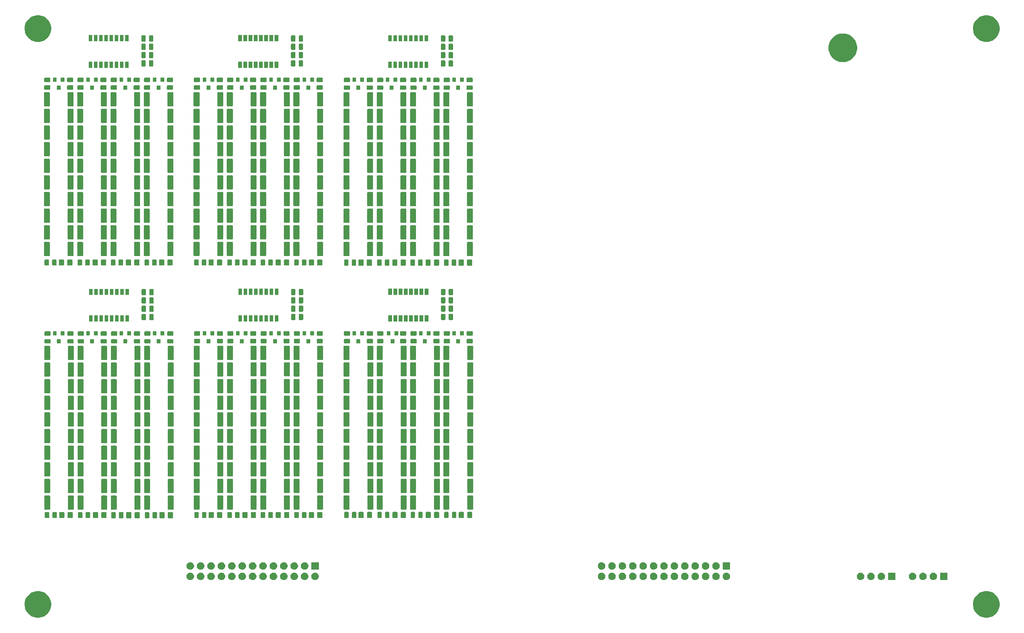
<source format=gbr>
G04 #@! TF.GenerationSoftware,KiCad,Pcbnew,(5.1.5)-3*
G04 #@! TF.CreationDate,2020-08-14T04:58:26-03:00*
G04 #@! TF.ProjectId,BMS_24S,424d535f-3234-4532-9e6b-696361645f70,A*
G04 #@! TF.SameCoordinates,Original*
G04 #@! TF.FileFunction,Soldermask,Bot*
G04 #@! TF.FilePolarity,Negative*
%FSLAX46Y46*%
G04 Gerber Fmt 4.6, Leading zero omitted, Abs format (unit mm)*
G04 Created by KiCad (PCBNEW (5.1.5)-3) date 2020-08-14 04:58:26*
%MOMM*%
%LPD*%
G04 APERTURE LIST*
%ADD10C,0.100000*%
G04 APERTURE END LIST*
D10*
G36*
X397890239Y-195947467D02*
G01*
X398204282Y-196009934D01*
X398795926Y-196255001D01*
X399328392Y-196610784D01*
X399781216Y-197063608D01*
X400136999Y-197596074D01*
X400382066Y-198187718D01*
X400382066Y-198187719D01*
X400507000Y-198815803D01*
X400507000Y-199456197D01*
X400444533Y-199770239D01*
X400382066Y-200084282D01*
X400136999Y-200675926D01*
X399781216Y-201208392D01*
X399328392Y-201661216D01*
X398795926Y-202016999D01*
X398204282Y-202262066D01*
X397890239Y-202324533D01*
X397576197Y-202387000D01*
X396935803Y-202387000D01*
X396621761Y-202324533D01*
X396307718Y-202262066D01*
X395716074Y-202016999D01*
X395183608Y-201661216D01*
X394730784Y-201208392D01*
X394375001Y-200675926D01*
X394129934Y-200084282D01*
X394067467Y-199770239D01*
X394005000Y-199456197D01*
X394005000Y-198815803D01*
X394129934Y-198187719D01*
X394129934Y-198187718D01*
X394375001Y-197596074D01*
X394730784Y-197063608D01*
X395183608Y-196610784D01*
X395716074Y-196255001D01*
X396307718Y-196009934D01*
X396621761Y-195947467D01*
X396935803Y-195885000D01*
X397576197Y-195885000D01*
X397890239Y-195947467D01*
G37*
G36*
X166242239Y-195947467D02*
G01*
X166556282Y-196009934D01*
X167147926Y-196255001D01*
X167680392Y-196610784D01*
X168133216Y-197063608D01*
X168488999Y-197596074D01*
X168734066Y-198187718D01*
X168734066Y-198187719D01*
X168859000Y-198815803D01*
X168859000Y-199456197D01*
X168796533Y-199770239D01*
X168734066Y-200084282D01*
X168488999Y-200675926D01*
X168133216Y-201208392D01*
X167680392Y-201661216D01*
X167147926Y-202016999D01*
X166556282Y-202262066D01*
X166242239Y-202324533D01*
X165928197Y-202387000D01*
X165287803Y-202387000D01*
X164973761Y-202324533D01*
X164659718Y-202262066D01*
X164068074Y-202016999D01*
X163535608Y-201661216D01*
X163082784Y-201208392D01*
X162727001Y-200675926D01*
X162481934Y-200084282D01*
X162419467Y-199770239D01*
X162357000Y-199456197D01*
X162357000Y-198815803D01*
X162481934Y-198187719D01*
X162481934Y-198187718D01*
X162727001Y-197596074D01*
X163082784Y-197063608D01*
X163535608Y-196610784D01*
X164068074Y-196255001D01*
X164659718Y-196009934D01*
X164973761Y-195947467D01*
X165287803Y-195885000D01*
X165928197Y-195885000D01*
X166242239Y-195947467D01*
G37*
G36*
X316242778Y-191398547D02*
G01*
X316409224Y-191467491D01*
X316559022Y-191567583D01*
X316686417Y-191694978D01*
X316786509Y-191844776D01*
X316855453Y-192011222D01*
X316890600Y-192187918D01*
X316890600Y-192368082D01*
X316855453Y-192544778D01*
X316786509Y-192711224D01*
X316686417Y-192861022D01*
X316559022Y-192988417D01*
X316409224Y-193088509D01*
X316242778Y-193157453D01*
X316066082Y-193192600D01*
X315885918Y-193192600D01*
X315709222Y-193157453D01*
X315542776Y-193088509D01*
X315392978Y-192988417D01*
X315265583Y-192861022D01*
X315165491Y-192711224D01*
X315096547Y-192544778D01*
X315061400Y-192368082D01*
X315061400Y-192187918D01*
X315096547Y-192011222D01*
X315165491Y-191844776D01*
X315265583Y-191694978D01*
X315392978Y-191567583D01*
X315542776Y-191467491D01*
X315709222Y-191398547D01*
X315885918Y-191363400D01*
X316066082Y-191363400D01*
X316242778Y-191398547D01*
G37*
G36*
X225945778Y-191398547D02*
G01*
X226112224Y-191467491D01*
X226262022Y-191567583D01*
X226389417Y-191694978D01*
X226489509Y-191844776D01*
X226558453Y-192011222D01*
X226593600Y-192187918D01*
X226593600Y-192368082D01*
X226558453Y-192544778D01*
X226489509Y-192711224D01*
X226389417Y-192861022D01*
X226262022Y-192988417D01*
X226112224Y-193088509D01*
X225945778Y-193157453D01*
X225769082Y-193192600D01*
X225588918Y-193192600D01*
X225412222Y-193157453D01*
X225245776Y-193088509D01*
X225095978Y-192988417D01*
X224968583Y-192861022D01*
X224868491Y-192711224D01*
X224799547Y-192544778D01*
X224764400Y-192368082D01*
X224764400Y-192187918D01*
X224799547Y-192011222D01*
X224868491Y-191844776D01*
X224968583Y-191694978D01*
X225095978Y-191567583D01*
X225245776Y-191467491D01*
X225412222Y-191398547D01*
X225588918Y-191363400D01*
X225769082Y-191363400D01*
X225945778Y-191398547D01*
G37*
G36*
X311162778Y-191398547D02*
G01*
X311329224Y-191467491D01*
X311479022Y-191567583D01*
X311606417Y-191694978D01*
X311706509Y-191844776D01*
X311775453Y-192011222D01*
X311810600Y-192187918D01*
X311810600Y-192368082D01*
X311775453Y-192544778D01*
X311706509Y-192711224D01*
X311606417Y-192861022D01*
X311479022Y-192988417D01*
X311329224Y-193088509D01*
X311162778Y-193157453D01*
X310986082Y-193192600D01*
X310805918Y-193192600D01*
X310629222Y-193157453D01*
X310462776Y-193088509D01*
X310312978Y-192988417D01*
X310185583Y-192861022D01*
X310085491Y-192711224D01*
X310016547Y-192544778D01*
X309981400Y-192368082D01*
X309981400Y-192187918D01*
X310016547Y-192011222D01*
X310085491Y-191844776D01*
X310185583Y-191694978D01*
X310312978Y-191567583D01*
X310462776Y-191467491D01*
X310629222Y-191398547D01*
X310805918Y-191363400D01*
X310986082Y-191363400D01*
X311162778Y-191398547D01*
G37*
G36*
X308622778Y-191398547D02*
G01*
X308789224Y-191467491D01*
X308939022Y-191567583D01*
X309066417Y-191694978D01*
X309166509Y-191844776D01*
X309235453Y-192011222D01*
X309270600Y-192187918D01*
X309270600Y-192368082D01*
X309235453Y-192544778D01*
X309166509Y-192711224D01*
X309066417Y-192861022D01*
X308939022Y-192988417D01*
X308789224Y-193088509D01*
X308622778Y-193157453D01*
X308446082Y-193192600D01*
X308265918Y-193192600D01*
X308089222Y-193157453D01*
X307922776Y-193088509D01*
X307772978Y-192988417D01*
X307645583Y-192861022D01*
X307545491Y-192711224D01*
X307476547Y-192544778D01*
X307441400Y-192368082D01*
X307441400Y-192187918D01*
X307476547Y-192011222D01*
X307545491Y-191844776D01*
X307645583Y-191694978D01*
X307772978Y-191567583D01*
X307922776Y-191467491D01*
X308089222Y-191398547D01*
X308265918Y-191363400D01*
X308446082Y-191363400D01*
X308622778Y-191398547D01*
G37*
G36*
X306082778Y-191398547D02*
G01*
X306249224Y-191467491D01*
X306399022Y-191567583D01*
X306526417Y-191694978D01*
X306626509Y-191844776D01*
X306695453Y-192011222D01*
X306730600Y-192187918D01*
X306730600Y-192368082D01*
X306695453Y-192544778D01*
X306626509Y-192711224D01*
X306526417Y-192861022D01*
X306399022Y-192988417D01*
X306249224Y-193088509D01*
X306082778Y-193157453D01*
X305906082Y-193192600D01*
X305725918Y-193192600D01*
X305549222Y-193157453D01*
X305382776Y-193088509D01*
X305232978Y-192988417D01*
X305105583Y-192861022D01*
X305005491Y-192711224D01*
X304936547Y-192544778D01*
X304901400Y-192368082D01*
X304901400Y-192187918D01*
X304936547Y-192011222D01*
X305005491Y-191844776D01*
X305105583Y-191694978D01*
X305232978Y-191567583D01*
X305382776Y-191467491D01*
X305549222Y-191398547D01*
X305725918Y-191363400D01*
X305906082Y-191363400D01*
X306082778Y-191398547D01*
G37*
G36*
X303542778Y-191398547D02*
G01*
X303709224Y-191467491D01*
X303859022Y-191567583D01*
X303986417Y-191694978D01*
X304086509Y-191844776D01*
X304155453Y-192011222D01*
X304190600Y-192187918D01*
X304190600Y-192368082D01*
X304155453Y-192544778D01*
X304086509Y-192711224D01*
X303986417Y-192861022D01*
X303859022Y-192988417D01*
X303709224Y-193088509D01*
X303542778Y-193157453D01*
X303366082Y-193192600D01*
X303185918Y-193192600D01*
X303009222Y-193157453D01*
X302842776Y-193088509D01*
X302692978Y-192988417D01*
X302565583Y-192861022D01*
X302465491Y-192711224D01*
X302396547Y-192544778D01*
X302361400Y-192368082D01*
X302361400Y-192187918D01*
X302396547Y-192011222D01*
X302465491Y-191844776D01*
X302565583Y-191694978D01*
X302692978Y-191567583D01*
X302842776Y-191467491D01*
X303009222Y-191398547D01*
X303185918Y-191363400D01*
X303366082Y-191363400D01*
X303542778Y-191398547D01*
G37*
G36*
X313702778Y-191398547D02*
G01*
X313869224Y-191467491D01*
X314019022Y-191567583D01*
X314146417Y-191694978D01*
X314246509Y-191844776D01*
X314315453Y-192011222D01*
X314350600Y-192187918D01*
X314350600Y-192368082D01*
X314315453Y-192544778D01*
X314246509Y-192711224D01*
X314146417Y-192861022D01*
X314019022Y-192988417D01*
X313869224Y-193088509D01*
X313702778Y-193157453D01*
X313526082Y-193192600D01*
X313345918Y-193192600D01*
X313169222Y-193157453D01*
X313002776Y-193088509D01*
X312852978Y-192988417D01*
X312725583Y-192861022D01*
X312625491Y-192711224D01*
X312556547Y-192544778D01*
X312521400Y-192368082D01*
X312521400Y-192187918D01*
X312556547Y-192011222D01*
X312625491Y-191844776D01*
X312725583Y-191694978D01*
X312852978Y-191567583D01*
X313002776Y-191467491D01*
X313169222Y-191398547D01*
X313345918Y-191363400D01*
X313526082Y-191363400D01*
X313702778Y-191398547D01*
G37*
G36*
X205625778Y-191398547D02*
G01*
X205792224Y-191467491D01*
X205942022Y-191567583D01*
X206069417Y-191694978D01*
X206169509Y-191844776D01*
X206238453Y-192011222D01*
X206273600Y-192187918D01*
X206273600Y-192368082D01*
X206238453Y-192544778D01*
X206169509Y-192711224D01*
X206069417Y-192861022D01*
X205942022Y-192988417D01*
X205792224Y-193088509D01*
X205625778Y-193157453D01*
X205449082Y-193192600D01*
X205268918Y-193192600D01*
X205092222Y-193157453D01*
X204925776Y-193088509D01*
X204775978Y-192988417D01*
X204648583Y-192861022D01*
X204548491Y-192711224D01*
X204479547Y-192544778D01*
X204444400Y-192368082D01*
X204444400Y-192187918D01*
X204479547Y-192011222D01*
X204548491Y-191844776D01*
X204648583Y-191694978D01*
X204775978Y-191567583D01*
X204925776Y-191467491D01*
X205092222Y-191398547D01*
X205268918Y-191363400D01*
X205449082Y-191363400D01*
X205625778Y-191398547D01*
G37*
G36*
X233565778Y-191398547D02*
G01*
X233732224Y-191467491D01*
X233882022Y-191567583D01*
X234009417Y-191694978D01*
X234109509Y-191844776D01*
X234178453Y-192011222D01*
X234213600Y-192187918D01*
X234213600Y-192368082D01*
X234178453Y-192544778D01*
X234109509Y-192711224D01*
X234009417Y-192861022D01*
X233882022Y-192988417D01*
X233732224Y-193088509D01*
X233565778Y-193157453D01*
X233389082Y-193192600D01*
X233208918Y-193192600D01*
X233032222Y-193157453D01*
X232865776Y-193088509D01*
X232715978Y-192988417D01*
X232588583Y-192861022D01*
X232488491Y-192711224D01*
X232419547Y-192544778D01*
X232384400Y-192368082D01*
X232384400Y-192187918D01*
X232419547Y-192011222D01*
X232488491Y-191844776D01*
X232588583Y-191694978D01*
X232715978Y-191567583D01*
X232865776Y-191467491D01*
X233032222Y-191398547D01*
X233208918Y-191363400D01*
X233389082Y-191363400D01*
X233565778Y-191398547D01*
G37*
G36*
X208165778Y-191398547D02*
G01*
X208332224Y-191467491D01*
X208482022Y-191567583D01*
X208609417Y-191694978D01*
X208709509Y-191844776D01*
X208778453Y-192011222D01*
X208813600Y-192187918D01*
X208813600Y-192368082D01*
X208778453Y-192544778D01*
X208709509Y-192711224D01*
X208609417Y-192861022D01*
X208482022Y-192988417D01*
X208332224Y-193088509D01*
X208165778Y-193157453D01*
X207989082Y-193192600D01*
X207808918Y-193192600D01*
X207632222Y-193157453D01*
X207465776Y-193088509D01*
X207315978Y-192988417D01*
X207188583Y-192861022D01*
X207088491Y-192711224D01*
X207019547Y-192544778D01*
X206984400Y-192368082D01*
X206984400Y-192187918D01*
X207019547Y-192011222D01*
X207088491Y-191844776D01*
X207188583Y-191694978D01*
X207315978Y-191567583D01*
X207465776Y-191467491D01*
X207632222Y-191398547D01*
X207808918Y-191363400D01*
X207989082Y-191363400D01*
X208165778Y-191398547D01*
G37*
G36*
X210705778Y-191398547D02*
G01*
X210872224Y-191467491D01*
X211022022Y-191567583D01*
X211149417Y-191694978D01*
X211249509Y-191844776D01*
X211318453Y-192011222D01*
X211353600Y-192187918D01*
X211353600Y-192368082D01*
X211318453Y-192544778D01*
X211249509Y-192711224D01*
X211149417Y-192861022D01*
X211022022Y-192988417D01*
X210872224Y-193088509D01*
X210705778Y-193157453D01*
X210529082Y-193192600D01*
X210348918Y-193192600D01*
X210172222Y-193157453D01*
X210005776Y-193088509D01*
X209855978Y-192988417D01*
X209728583Y-192861022D01*
X209628491Y-192711224D01*
X209559547Y-192544778D01*
X209524400Y-192368082D01*
X209524400Y-192187918D01*
X209559547Y-192011222D01*
X209628491Y-191844776D01*
X209728583Y-191694978D01*
X209855978Y-191567583D01*
X210005776Y-191467491D01*
X210172222Y-191398547D01*
X210348918Y-191363400D01*
X210529082Y-191363400D01*
X210705778Y-191398547D01*
G37*
G36*
X213245778Y-191398547D02*
G01*
X213412224Y-191467491D01*
X213562022Y-191567583D01*
X213689417Y-191694978D01*
X213789509Y-191844776D01*
X213858453Y-192011222D01*
X213893600Y-192187918D01*
X213893600Y-192368082D01*
X213858453Y-192544778D01*
X213789509Y-192711224D01*
X213689417Y-192861022D01*
X213562022Y-192988417D01*
X213412224Y-193088509D01*
X213245778Y-193157453D01*
X213069082Y-193192600D01*
X212888918Y-193192600D01*
X212712222Y-193157453D01*
X212545776Y-193088509D01*
X212395978Y-192988417D01*
X212268583Y-192861022D01*
X212168491Y-192711224D01*
X212099547Y-192544778D01*
X212064400Y-192368082D01*
X212064400Y-192187918D01*
X212099547Y-192011222D01*
X212168491Y-191844776D01*
X212268583Y-191694978D01*
X212395978Y-191567583D01*
X212545776Y-191467491D01*
X212712222Y-191398547D01*
X212888918Y-191363400D01*
X213069082Y-191363400D01*
X213245778Y-191398547D01*
G37*
G36*
X215785778Y-191398547D02*
G01*
X215952224Y-191467491D01*
X216102022Y-191567583D01*
X216229417Y-191694978D01*
X216329509Y-191844776D01*
X216398453Y-192011222D01*
X216433600Y-192187918D01*
X216433600Y-192368082D01*
X216398453Y-192544778D01*
X216329509Y-192711224D01*
X216229417Y-192861022D01*
X216102022Y-192988417D01*
X215952224Y-193088509D01*
X215785778Y-193157453D01*
X215609082Y-193192600D01*
X215428918Y-193192600D01*
X215252222Y-193157453D01*
X215085776Y-193088509D01*
X214935978Y-192988417D01*
X214808583Y-192861022D01*
X214708491Y-192711224D01*
X214639547Y-192544778D01*
X214604400Y-192368082D01*
X214604400Y-192187918D01*
X214639547Y-192011222D01*
X214708491Y-191844776D01*
X214808583Y-191694978D01*
X214935978Y-191567583D01*
X215085776Y-191467491D01*
X215252222Y-191398547D01*
X215428918Y-191363400D01*
X215609082Y-191363400D01*
X215785778Y-191398547D01*
G37*
G36*
X218325778Y-191398547D02*
G01*
X218492224Y-191467491D01*
X218642022Y-191567583D01*
X218769417Y-191694978D01*
X218869509Y-191844776D01*
X218938453Y-192011222D01*
X218973600Y-192187918D01*
X218973600Y-192368082D01*
X218938453Y-192544778D01*
X218869509Y-192711224D01*
X218769417Y-192861022D01*
X218642022Y-192988417D01*
X218492224Y-193088509D01*
X218325778Y-193157453D01*
X218149082Y-193192600D01*
X217968918Y-193192600D01*
X217792222Y-193157453D01*
X217625776Y-193088509D01*
X217475978Y-192988417D01*
X217348583Y-192861022D01*
X217248491Y-192711224D01*
X217179547Y-192544778D01*
X217144400Y-192368082D01*
X217144400Y-192187918D01*
X217179547Y-192011222D01*
X217248491Y-191844776D01*
X217348583Y-191694978D01*
X217475978Y-191567583D01*
X217625776Y-191467491D01*
X217792222Y-191398547D01*
X217968918Y-191363400D01*
X218149082Y-191363400D01*
X218325778Y-191398547D01*
G37*
G36*
X220865778Y-191398547D02*
G01*
X221032224Y-191467491D01*
X221182022Y-191567583D01*
X221309417Y-191694978D01*
X221409509Y-191844776D01*
X221478453Y-192011222D01*
X221513600Y-192187918D01*
X221513600Y-192368082D01*
X221478453Y-192544778D01*
X221409509Y-192711224D01*
X221309417Y-192861022D01*
X221182022Y-192988417D01*
X221032224Y-193088509D01*
X220865778Y-193157453D01*
X220689082Y-193192600D01*
X220508918Y-193192600D01*
X220332222Y-193157453D01*
X220165776Y-193088509D01*
X220015978Y-192988417D01*
X219888583Y-192861022D01*
X219788491Y-192711224D01*
X219719547Y-192544778D01*
X219684400Y-192368082D01*
X219684400Y-192187918D01*
X219719547Y-192011222D01*
X219788491Y-191844776D01*
X219888583Y-191694978D01*
X220015978Y-191567583D01*
X220165776Y-191467491D01*
X220332222Y-191398547D01*
X220508918Y-191363400D01*
X220689082Y-191363400D01*
X220865778Y-191398547D01*
G37*
G36*
X223405778Y-191398547D02*
G01*
X223572224Y-191467491D01*
X223722022Y-191567583D01*
X223849417Y-191694978D01*
X223949509Y-191844776D01*
X224018453Y-192011222D01*
X224053600Y-192187918D01*
X224053600Y-192368082D01*
X224018453Y-192544778D01*
X223949509Y-192711224D01*
X223849417Y-192861022D01*
X223722022Y-192988417D01*
X223572224Y-193088509D01*
X223405778Y-193157453D01*
X223229082Y-193192600D01*
X223048918Y-193192600D01*
X222872222Y-193157453D01*
X222705776Y-193088509D01*
X222555978Y-192988417D01*
X222428583Y-192861022D01*
X222328491Y-192711224D01*
X222259547Y-192544778D01*
X222224400Y-192368082D01*
X222224400Y-192187918D01*
X222259547Y-192011222D01*
X222328491Y-191844776D01*
X222428583Y-191694978D01*
X222555978Y-191567583D01*
X222705776Y-191467491D01*
X222872222Y-191398547D01*
X223048918Y-191363400D01*
X223229082Y-191363400D01*
X223405778Y-191398547D01*
G37*
G36*
X203085778Y-191398547D02*
G01*
X203252224Y-191467491D01*
X203402022Y-191567583D01*
X203529417Y-191694978D01*
X203629509Y-191844776D01*
X203698453Y-192011222D01*
X203733600Y-192187918D01*
X203733600Y-192368082D01*
X203698453Y-192544778D01*
X203629509Y-192711224D01*
X203529417Y-192861022D01*
X203402022Y-192988417D01*
X203252224Y-193088509D01*
X203085778Y-193157453D01*
X202909082Y-193192600D01*
X202728918Y-193192600D01*
X202552222Y-193157453D01*
X202385776Y-193088509D01*
X202235978Y-192988417D01*
X202108583Y-192861022D01*
X202008491Y-192711224D01*
X201939547Y-192544778D01*
X201904400Y-192368082D01*
X201904400Y-192187918D01*
X201939547Y-192011222D01*
X202008491Y-191844776D01*
X202108583Y-191694978D01*
X202235978Y-191567583D01*
X202385776Y-191467491D01*
X202552222Y-191398547D01*
X202728918Y-191363400D01*
X202909082Y-191363400D01*
X203085778Y-191398547D01*
G37*
G36*
X228485778Y-191398547D02*
G01*
X228652224Y-191467491D01*
X228802022Y-191567583D01*
X228929417Y-191694978D01*
X229029509Y-191844776D01*
X229098453Y-192011222D01*
X229133600Y-192187918D01*
X229133600Y-192368082D01*
X229098453Y-192544778D01*
X229029509Y-192711224D01*
X228929417Y-192861022D01*
X228802022Y-192988417D01*
X228652224Y-193088509D01*
X228485778Y-193157453D01*
X228309082Y-193192600D01*
X228128918Y-193192600D01*
X227952222Y-193157453D01*
X227785776Y-193088509D01*
X227635978Y-192988417D01*
X227508583Y-192861022D01*
X227408491Y-192711224D01*
X227339547Y-192544778D01*
X227304400Y-192368082D01*
X227304400Y-192187918D01*
X227339547Y-192011222D01*
X227408491Y-191844776D01*
X227508583Y-191694978D01*
X227635978Y-191567583D01*
X227785776Y-191467491D01*
X227952222Y-191398547D01*
X228128918Y-191363400D01*
X228309082Y-191363400D01*
X228485778Y-191398547D01*
G37*
G36*
X334022778Y-191398547D02*
G01*
X334189224Y-191467491D01*
X334339022Y-191567583D01*
X334466417Y-191694978D01*
X334566509Y-191844776D01*
X334635453Y-192011222D01*
X334670600Y-192187918D01*
X334670600Y-192368082D01*
X334635453Y-192544778D01*
X334566509Y-192711224D01*
X334466417Y-192861022D01*
X334339022Y-192988417D01*
X334189224Y-193088509D01*
X334022778Y-193157453D01*
X333846082Y-193192600D01*
X333665918Y-193192600D01*
X333489222Y-193157453D01*
X333322776Y-193088509D01*
X333172978Y-192988417D01*
X333045583Y-192861022D01*
X332945491Y-192711224D01*
X332876547Y-192544778D01*
X332841400Y-192368082D01*
X332841400Y-192187918D01*
X332876547Y-192011222D01*
X332945491Y-191844776D01*
X333045583Y-191694978D01*
X333172978Y-191567583D01*
X333322776Y-191467491D01*
X333489222Y-191398547D01*
X333665918Y-191363400D01*
X333846082Y-191363400D01*
X334022778Y-191398547D01*
G37*
G36*
X331482778Y-191398547D02*
G01*
X331649224Y-191467491D01*
X331799022Y-191567583D01*
X331926417Y-191694978D01*
X332026509Y-191844776D01*
X332095453Y-192011222D01*
X332130600Y-192187918D01*
X332130600Y-192368082D01*
X332095453Y-192544778D01*
X332026509Y-192711224D01*
X331926417Y-192861022D01*
X331799022Y-192988417D01*
X331649224Y-193088509D01*
X331482778Y-193157453D01*
X331306082Y-193192600D01*
X331125918Y-193192600D01*
X330949222Y-193157453D01*
X330782776Y-193088509D01*
X330632978Y-192988417D01*
X330505583Y-192861022D01*
X330405491Y-192711224D01*
X330336547Y-192544778D01*
X330301400Y-192368082D01*
X330301400Y-192187918D01*
X330336547Y-192011222D01*
X330405491Y-191844776D01*
X330505583Y-191694978D01*
X330632978Y-191567583D01*
X330782776Y-191467491D01*
X330949222Y-191398547D01*
X331125918Y-191363400D01*
X331306082Y-191363400D01*
X331482778Y-191398547D01*
G37*
G36*
X328942778Y-191398547D02*
G01*
X329109224Y-191467491D01*
X329259022Y-191567583D01*
X329386417Y-191694978D01*
X329486509Y-191844776D01*
X329555453Y-192011222D01*
X329590600Y-192187918D01*
X329590600Y-192368082D01*
X329555453Y-192544778D01*
X329486509Y-192711224D01*
X329386417Y-192861022D01*
X329259022Y-192988417D01*
X329109224Y-193088509D01*
X328942778Y-193157453D01*
X328766082Y-193192600D01*
X328585918Y-193192600D01*
X328409222Y-193157453D01*
X328242776Y-193088509D01*
X328092978Y-192988417D01*
X327965583Y-192861022D01*
X327865491Y-192711224D01*
X327796547Y-192544778D01*
X327761400Y-192368082D01*
X327761400Y-192187918D01*
X327796547Y-192011222D01*
X327865491Y-191844776D01*
X327965583Y-191694978D01*
X328092978Y-191567583D01*
X328242776Y-191467491D01*
X328409222Y-191398547D01*
X328585918Y-191363400D01*
X328766082Y-191363400D01*
X328942778Y-191398547D01*
G37*
G36*
X231025778Y-191398547D02*
G01*
X231192224Y-191467491D01*
X231342022Y-191567583D01*
X231469417Y-191694978D01*
X231569509Y-191844776D01*
X231638453Y-192011222D01*
X231673600Y-192187918D01*
X231673600Y-192368082D01*
X231638453Y-192544778D01*
X231569509Y-192711224D01*
X231469417Y-192861022D01*
X231342022Y-192988417D01*
X231192224Y-193088509D01*
X231025778Y-193157453D01*
X230849082Y-193192600D01*
X230668918Y-193192600D01*
X230492222Y-193157453D01*
X230325776Y-193088509D01*
X230175978Y-192988417D01*
X230048583Y-192861022D01*
X229948491Y-192711224D01*
X229879547Y-192544778D01*
X229844400Y-192368082D01*
X229844400Y-192187918D01*
X229879547Y-192011222D01*
X229948491Y-191844776D01*
X230048583Y-191694978D01*
X230175978Y-191567583D01*
X230325776Y-191467491D01*
X230492222Y-191398547D01*
X230668918Y-191363400D01*
X230849082Y-191363400D01*
X231025778Y-191398547D01*
G37*
G36*
X326402778Y-191398547D02*
G01*
X326569224Y-191467491D01*
X326719022Y-191567583D01*
X326846417Y-191694978D01*
X326946509Y-191844776D01*
X327015453Y-192011222D01*
X327050600Y-192187918D01*
X327050600Y-192368082D01*
X327015453Y-192544778D01*
X326946509Y-192711224D01*
X326846417Y-192861022D01*
X326719022Y-192988417D01*
X326569224Y-193088509D01*
X326402778Y-193157453D01*
X326226082Y-193192600D01*
X326045918Y-193192600D01*
X325869222Y-193157453D01*
X325702776Y-193088509D01*
X325552978Y-192988417D01*
X325425583Y-192861022D01*
X325325491Y-192711224D01*
X325256547Y-192544778D01*
X325221400Y-192368082D01*
X325221400Y-192187918D01*
X325256547Y-192011222D01*
X325325491Y-191844776D01*
X325425583Y-191694978D01*
X325552978Y-191567583D01*
X325702776Y-191467491D01*
X325869222Y-191398547D01*
X326045918Y-191363400D01*
X326226082Y-191363400D01*
X326402778Y-191398547D01*
G37*
G36*
X323862778Y-191398547D02*
G01*
X324029224Y-191467491D01*
X324179022Y-191567583D01*
X324306417Y-191694978D01*
X324406509Y-191844776D01*
X324475453Y-192011222D01*
X324510600Y-192187918D01*
X324510600Y-192368082D01*
X324475453Y-192544778D01*
X324406509Y-192711224D01*
X324306417Y-192861022D01*
X324179022Y-192988417D01*
X324029224Y-193088509D01*
X323862778Y-193157453D01*
X323686082Y-193192600D01*
X323505918Y-193192600D01*
X323329222Y-193157453D01*
X323162776Y-193088509D01*
X323012978Y-192988417D01*
X322885583Y-192861022D01*
X322785491Y-192711224D01*
X322716547Y-192544778D01*
X322681400Y-192368082D01*
X322681400Y-192187918D01*
X322716547Y-192011222D01*
X322785491Y-191844776D01*
X322885583Y-191694978D01*
X323012978Y-191567583D01*
X323162776Y-191467491D01*
X323329222Y-191398547D01*
X323505918Y-191363400D01*
X323686082Y-191363400D01*
X323862778Y-191398547D01*
G37*
G36*
X321322778Y-191398547D02*
G01*
X321489224Y-191467491D01*
X321639022Y-191567583D01*
X321766417Y-191694978D01*
X321866509Y-191844776D01*
X321935453Y-192011222D01*
X321970600Y-192187918D01*
X321970600Y-192368082D01*
X321935453Y-192544778D01*
X321866509Y-192711224D01*
X321766417Y-192861022D01*
X321639022Y-192988417D01*
X321489224Y-193088509D01*
X321322778Y-193157453D01*
X321146082Y-193192600D01*
X320965918Y-193192600D01*
X320789222Y-193157453D01*
X320622776Y-193088509D01*
X320472978Y-192988417D01*
X320345583Y-192861022D01*
X320245491Y-192711224D01*
X320176547Y-192544778D01*
X320141400Y-192368082D01*
X320141400Y-192187918D01*
X320176547Y-192011222D01*
X320245491Y-191844776D01*
X320345583Y-191694978D01*
X320472978Y-191567583D01*
X320622776Y-191467491D01*
X320789222Y-191398547D01*
X320965918Y-191363400D01*
X321146082Y-191363400D01*
X321322778Y-191398547D01*
G37*
G36*
X318782778Y-191398547D02*
G01*
X318949224Y-191467491D01*
X319099022Y-191567583D01*
X319226417Y-191694978D01*
X319326509Y-191844776D01*
X319395453Y-192011222D01*
X319430600Y-192187918D01*
X319430600Y-192368082D01*
X319395453Y-192544778D01*
X319326509Y-192711224D01*
X319226417Y-192861022D01*
X319099022Y-192988417D01*
X318949224Y-193088509D01*
X318782778Y-193157453D01*
X318606082Y-193192600D01*
X318425918Y-193192600D01*
X318249222Y-193157453D01*
X318082776Y-193088509D01*
X317932978Y-192988417D01*
X317805583Y-192861022D01*
X317705491Y-192711224D01*
X317636547Y-192544778D01*
X317601400Y-192368082D01*
X317601400Y-192187918D01*
X317636547Y-192011222D01*
X317705491Y-191844776D01*
X317805583Y-191694978D01*
X317932978Y-191567583D01*
X318082776Y-191467491D01*
X318249222Y-191398547D01*
X318425918Y-191363400D01*
X318606082Y-191363400D01*
X318782778Y-191398547D01*
G37*
G36*
X369175512Y-191381927D02*
G01*
X369324812Y-191411624D01*
X369488784Y-191479544D01*
X369636354Y-191578147D01*
X369761853Y-191703646D01*
X369860456Y-191851216D01*
X369928376Y-192015188D01*
X369963000Y-192189259D01*
X369963000Y-192366741D01*
X369928376Y-192540812D01*
X369860456Y-192704784D01*
X369761853Y-192852354D01*
X369636354Y-192977853D01*
X369488784Y-193076456D01*
X369324812Y-193144376D01*
X369175512Y-193174073D01*
X369150742Y-193179000D01*
X368973258Y-193179000D01*
X368948488Y-193174073D01*
X368799188Y-193144376D01*
X368635216Y-193076456D01*
X368487646Y-192977853D01*
X368362147Y-192852354D01*
X368263544Y-192704784D01*
X368195624Y-192540812D01*
X368161000Y-192366741D01*
X368161000Y-192189259D01*
X368195624Y-192015188D01*
X368263544Y-191851216D01*
X368362147Y-191703646D01*
X368487646Y-191578147D01*
X368635216Y-191479544D01*
X368799188Y-191411624D01*
X368948488Y-191381927D01*
X368973258Y-191377000D01*
X369150742Y-191377000D01*
X369175512Y-191381927D01*
G37*
G36*
X375043000Y-193179000D02*
G01*
X373241000Y-193179000D01*
X373241000Y-191377000D01*
X375043000Y-191377000D01*
X375043000Y-193179000D01*
G37*
G36*
X366635512Y-191381927D02*
G01*
X366784812Y-191411624D01*
X366948784Y-191479544D01*
X367096354Y-191578147D01*
X367221853Y-191703646D01*
X367320456Y-191851216D01*
X367388376Y-192015188D01*
X367423000Y-192189259D01*
X367423000Y-192366741D01*
X367388376Y-192540812D01*
X367320456Y-192704784D01*
X367221853Y-192852354D01*
X367096354Y-192977853D01*
X366948784Y-193076456D01*
X366784812Y-193144376D01*
X366635512Y-193174073D01*
X366610742Y-193179000D01*
X366433258Y-193179000D01*
X366408488Y-193174073D01*
X366259188Y-193144376D01*
X366095216Y-193076456D01*
X365947646Y-192977853D01*
X365822147Y-192852354D01*
X365723544Y-192704784D01*
X365655624Y-192540812D01*
X365621000Y-192366741D01*
X365621000Y-192189259D01*
X365655624Y-192015188D01*
X365723544Y-191851216D01*
X365822147Y-191703646D01*
X365947646Y-191578147D01*
X366095216Y-191479544D01*
X366259188Y-191411624D01*
X366408488Y-191381927D01*
X366433258Y-191377000D01*
X366610742Y-191377000D01*
X366635512Y-191381927D01*
G37*
G36*
X387743000Y-193179000D02*
G01*
X385941000Y-193179000D01*
X385941000Y-191377000D01*
X387743000Y-191377000D01*
X387743000Y-193179000D01*
G37*
G36*
X381875512Y-191381927D02*
G01*
X382024812Y-191411624D01*
X382188784Y-191479544D01*
X382336354Y-191578147D01*
X382461853Y-191703646D01*
X382560456Y-191851216D01*
X382628376Y-192015188D01*
X382663000Y-192189259D01*
X382663000Y-192366741D01*
X382628376Y-192540812D01*
X382560456Y-192704784D01*
X382461853Y-192852354D01*
X382336354Y-192977853D01*
X382188784Y-193076456D01*
X382024812Y-193144376D01*
X381875512Y-193174073D01*
X381850742Y-193179000D01*
X381673258Y-193179000D01*
X381648488Y-193174073D01*
X381499188Y-193144376D01*
X381335216Y-193076456D01*
X381187646Y-192977853D01*
X381062147Y-192852354D01*
X380963544Y-192704784D01*
X380895624Y-192540812D01*
X380861000Y-192366741D01*
X380861000Y-192189259D01*
X380895624Y-192015188D01*
X380963544Y-191851216D01*
X381062147Y-191703646D01*
X381187646Y-191578147D01*
X381335216Y-191479544D01*
X381499188Y-191411624D01*
X381648488Y-191381927D01*
X381673258Y-191377000D01*
X381850742Y-191377000D01*
X381875512Y-191381927D01*
G37*
G36*
X384415512Y-191381927D02*
G01*
X384564812Y-191411624D01*
X384728784Y-191479544D01*
X384876354Y-191578147D01*
X385001853Y-191703646D01*
X385100456Y-191851216D01*
X385168376Y-192015188D01*
X385203000Y-192189259D01*
X385203000Y-192366741D01*
X385168376Y-192540812D01*
X385100456Y-192704784D01*
X385001853Y-192852354D01*
X384876354Y-192977853D01*
X384728784Y-193076456D01*
X384564812Y-193144376D01*
X384415512Y-193174073D01*
X384390742Y-193179000D01*
X384213258Y-193179000D01*
X384188488Y-193174073D01*
X384039188Y-193144376D01*
X383875216Y-193076456D01*
X383727646Y-192977853D01*
X383602147Y-192852354D01*
X383503544Y-192704784D01*
X383435624Y-192540812D01*
X383401000Y-192366741D01*
X383401000Y-192189259D01*
X383435624Y-192015188D01*
X383503544Y-191851216D01*
X383602147Y-191703646D01*
X383727646Y-191578147D01*
X383875216Y-191479544D01*
X384039188Y-191411624D01*
X384188488Y-191381927D01*
X384213258Y-191377000D01*
X384390742Y-191377000D01*
X384415512Y-191381927D01*
G37*
G36*
X379335512Y-191381927D02*
G01*
X379484812Y-191411624D01*
X379648784Y-191479544D01*
X379796354Y-191578147D01*
X379921853Y-191703646D01*
X380020456Y-191851216D01*
X380088376Y-192015188D01*
X380123000Y-192189259D01*
X380123000Y-192366741D01*
X380088376Y-192540812D01*
X380020456Y-192704784D01*
X379921853Y-192852354D01*
X379796354Y-192977853D01*
X379648784Y-193076456D01*
X379484812Y-193144376D01*
X379335512Y-193174073D01*
X379310742Y-193179000D01*
X379133258Y-193179000D01*
X379108488Y-193174073D01*
X378959188Y-193144376D01*
X378795216Y-193076456D01*
X378647646Y-192977853D01*
X378522147Y-192852354D01*
X378423544Y-192704784D01*
X378355624Y-192540812D01*
X378321000Y-192366741D01*
X378321000Y-192189259D01*
X378355624Y-192015188D01*
X378423544Y-191851216D01*
X378522147Y-191703646D01*
X378647646Y-191578147D01*
X378795216Y-191479544D01*
X378959188Y-191411624D01*
X379108488Y-191381927D01*
X379133258Y-191377000D01*
X379310742Y-191377000D01*
X379335512Y-191381927D01*
G37*
G36*
X371715512Y-191381927D02*
G01*
X371864812Y-191411624D01*
X372028784Y-191479544D01*
X372176354Y-191578147D01*
X372301853Y-191703646D01*
X372400456Y-191851216D01*
X372468376Y-192015188D01*
X372503000Y-192189259D01*
X372503000Y-192366741D01*
X372468376Y-192540812D01*
X372400456Y-192704784D01*
X372301853Y-192852354D01*
X372176354Y-192977853D01*
X372028784Y-193076456D01*
X371864812Y-193144376D01*
X371715512Y-193174073D01*
X371690742Y-193179000D01*
X371513258Y-193179000D01*
X371488488Y-193174073D01*
X371339188Y-193144376D01*
X371175216Y-193076456D01*
X371027646Y-192977853D01*
X370902147Y-192852354D01*
X370803544Y-192704784D01*
X370735624Y-192540812D01*
X370701000Y-192366741D01*
X370701000Y-192189259D01*
X370735624Y-192015188D01*
X370803544Y-191851216D01*
X370902147Y-191703646D01*
X371027646Y-191578147D01*
X371175216Y-191479544D01*
X371339188Y-191411624D01*
X371488488Y-191381927D01*
X371513258Y-191377000D01*
X371690742Y-191377000D01*
X371715512Y-191381927D01*
G37*
G36*
X223405778Y-188858547D02*
G01*
X223572224Y-188927491D01*
X223722022Y-189027583D01*
X223849417Y-189154978D01*
X223949509Y-189304776D01*
X224018453Y-189471222D01*
X224053600Y-189647918D01*
X224053600Y-189828082D01*
X224018453Y-190004778D01*
X223949509Y-190171224D01*
X223849417Y-190321022D01*
X223722022Y-190448417D01*
X223572224Y-190548509D01*
X223405778Y-190617453D01*
X223229082Y-190652600D01*
X223048918Y-190652600D01*
X222872222Y-190617453D01*
X222705776Y-190548509D01*
X222555978Y-190448417D01*
X222428583Y-190321022D01*
X222328491Y-190171224D01*
X222259547Y-190004778D01*
X222224400Y-189828082D01*
X222224400Y-189647918D01*
X222259547Y-189471222D01*
X222328491Y-189304776D01*
X222428583Y-189154978D01*
X222555978Y-189027583D01*
X222705776Y-188927491D01*
X222872222Y-188858547D01*
X223048918Y-188823400D01*
X223229082Y-188823400D01*
X223405778Y-188858547D01*
G37*
G36*
X203085778Y-188858547D02*
G01*
X203252224Y-188927491D01*
X203402022Y-189027583D01*
X203529417Y-189154978D01*
X203629509Y-189304776D01*
X203698453Y-189471222D01*
X203733600Y-189647918D01*
X203733600Y-189828082D01*
X203698453Y-190004778D01*
X203629509Y-190171224D01*
X203529417Y-190321022D01*
X203402022Y-190448417D01*
X203252224Y-190548509D01*
X203085778Y-190617453D01*
X202909082Y-190652600D01*
X202728918Y-190652600D01*
X202552222Y-190617453D01*
X202385776Y-190548509D01*
X202235978Y-190448417D01*
X202108583Y-190321022D01*
X202008491Y-190171224D01*
X201939547Y-190004778D01*
X201904400Y-189828082D01*
X201904400Y-189647918D01*
X201939547Y-189471222D01*
X202008491Y-189304776D01*
X202108583Y-189154978D01*
X202235978Y-189027583D01*
X202385776Y-188927491D01*
X202552222Y-188858547D01*
X202728918Y-188823400D01*
X202909082Y-188823400D01*
X203085778Y-188858547D01*
G37*
G36*
X205625778Y-188858547D02*
G01*
X205792224Y-188927491D01*
X205942022Y-189027583D01*
X206069417Y-189154978D01*
X206169509Y-189304776D01*
X206238453Y-189471222D01*
X206273600Y-189647918D01*
X206273600Y-189828082D01*
X206238453Y-190004778D01*
X206169509Y-190171224D01*
X206069417Y-190321022D01*
X205942022Y-190448417D01*
X205792224Y-190548509D01*
X205625778Y-190617453D01*
X205449082Y-190652600D01*
X205268918Y-190652600D01*
X205092222Y-190617453D01*
X204925776Y-190548509D01*
X204775978Y-190448417D01*
X204648583Y-190321022D01*
X204548491Y-190171224D01*
X204479547Y-190004778D01*
X204444400Y-189828082D01*
X204444400Y-189647918D01*
X204479547Y-189471222D01*
X204548491Y-189304776D01*
X204648583Y-189154978D01*
X204775978Y-189027583D01*
X204925776Y-188927491D01*
X205092222Y-188858547D01*
X205268918Y-188823400D01*
X205449082Y-188823400D01*
X205625778Y-188858547D01*
G37*
G36*
X220865778Y-188858547D02*
G01*
X221032224Y-188927491D01*
X221182022Y-189027583D01*
X221309417Y-189154978D01*
X221409509Y-189304776D01*
X221478453Y-189471222D01*
X221513600Y-189647918D01*
X221513600Y-189828082D01*
X221478453Y-190004778D01*
X221409509Y-190171224D01*
X221309417Y-190321022D01*
X221182022Y-190448417D01*
X221032224Y-190548509D01*
X220865778Y-190617453D01*
X220689082Y-190652600D01*
X220508918Y-190652600D01*
X220332222Y-190617453D01*
X220165776Y-190548509D01*
X220015978Y-190448417D01*
X219888583Y-190321022D01*
X219788491Y-190171224D01*
X219719547Y-190004778D01*
X219684400Y-189828082D01*
X219684400Y-189647918D01*
X219719547Y-189471222D01*
X219788491Y-189304776D01*
X219888583Y-189154978D01*
X220015978Y-189027583D01*
X220165776Y-188927491D01*
X220332222Y-188858547D01*
X220508918Y-188823400D01*
X220689082Y-188823400D01*
X220865778Y-188858547D01*
G37*
G36*
X208165778Y-188858547D02*
G01*
X208332224Y-188927491D01*
X208482022Y-189027583D01*
X208609417Y-189154978D01*
X208709509Y-189304776D01*
X208778453Y-189471222D01*
X208813600Y-189647918D01*
X208813600Y-189828082D01*
X208778453Y-190004778D01*
X208709509Y-190171224D01*
X208609417Y-190321022D01*
X208482022Y-190448417D01*
X208332224Y-190548509D01*
X208165778Y-190617453D01*
X207989082Y-190652600D01*
X207808918Y-190652600D01*
X207632222Y-190617453D01*
X207465776Y-190548509D01*
X207315978Y-190448417D01*
X207188583Y-190321022D01*
X207088491Y-190171224D01*
X207019547Y-190004778D01*
X206984400Y-189828082D01*
X206984400Y-189647918D01*
X207019547Y-189471222D01*
X207088491Y-189304776D01*
X207188583Y-189154978D01*
X207315978Y-189027583D01*
X207465776Y-188927491D01*
X207632222Y-188858547D01*
X207808918Y-188823400D01*
X207989082Y-188823400D01*
X208165778Y-188858547D01*
G37*
G36*
X210705778Y-188858547D02*
G01*
X210872224Y-188927491D01*
X211022022Y-189027583D01*
X211149417Y-189154978D01*
X211249509Y-189304776D01*
X211318453Y-189471222D01*
X211353600Y-189647918D01*
X211353600Y-189828082D01*
X211318453Y-190004778D01*
X211249509Y-190171224D01*
X211149417Y-190321022D01*
X211022022Y-190448417D01*
X210872224Y-190548509D01*
X210705778Y-190617453D01*
X210529082Y-190652600D01*
X210348918Y-190652600D01*
X210172222Y-190617453D01*
X210005776Y-190548509D01*
X209855978Y-190448417D01*
X209728583Y-190321022D01*
X209628491Y-190171224D01*
X209559547Y-190004778D01*
X209524400Y-189828082D01*
X209524400Y-189647918D01*
X209559547Y-189471222D01*
X209628491Y-189304776D01*
X209728583Y-189154978D01*
X209855978Y-189027583D01*
X210005776Y-188927491D01*
X210172222Y-188858547D01*
X210348918Y-188823400D01*
X210529082Y-188823400D01*
X210705778Y-188858547D01*
G37*
G36*
X213245778Y-188858547D02*
G01*
X213412224Y-188927491D01*
X213562022Y-189027583D01*
X213689417Y-189154978D01*
X213789509Y-189304776D01*
X213858453Y-189471222D01*
X213893600Y-189647918D01*
X213893600Y-189828082D01*
X213858453Y-190004778D01*
X213789509Y-190171224D01*
X213689417Y-190321022D01*
X213562022Y-190448417D01*
X213412224Y-190548509D01*
X213245778Y-190617453D01*
X213069082Y-190652600D01*
X212888918Y-190652600D01*
X212712222Y-190617453D01*
X212545776Y-190548509D01*
X212395978Y-190448417D01*
X212268583Y-190321022D01*
X212168491Y-190171224D01*
X212099547Y-190004778D01*
X212064400Y-189828082D01*
X212064400Y-189647918D01*
X212099547Y-189471222D01*
X212168491Y-189304776D01*
X212268583Y-189154978D01*
X212395978Y-189027583D01*
X212545776Y-188927491D01*
X212712222Y-188858547D01*
X212888918Y-188823400D01*
X213069082Y-188823400D01*
X213245778Y-188858547D01*
G37*
G36*
X218325778Y-188858547D02*
G01*
X218492224Y-188927491D01*
X218642022Y-189027583D01*
X218769417Y-189154978D01*
X218869509Y-189304776D01*
X218938453Y-189471222D01*
X218973600Y-189647918D01*
X218973600Y-189828082D01*
X218938453Y-190004778D01*
X218869509Y-190171224D01*
X218769417Y-190321022D01*
X218642022Y-190448417D01*
X218492224Y-190548509D01*
X218325778Y-190617453D01*
X218149082Y-190652600D01*
X217968918Y-190652600D01*
X217792222Y-190617453D01*
X217625776Y-190548509D01*
X217475978Y-190448417D01*
X217348583Y-190321022D01*
X217248491Y-190171224D01*
X217179547Y-190004778D01*
X217144400Y-189828082D01*
X217144400Y-189647918D01*
X217179547Y-189471222D01*
X217248491Y-189304776D01*
X217348583Y-189154978D01*
X217475978Y-189027583D01*
X217625776Y-188927491D01*
X217792222Y-188858547D01*
X217968918Y-188823400D01*
X218149082Y-188823400D01*
X218325778Y-188858547D01*
G37*
G36*
X215785778Y-188858547D02*
G01*
X215952224Y-188927491D01*
X216102022Y-189027583D01*
X216229417Y-189154978D01*
X216329509Y-189304776D01*
X216398453Y-189471222D01*
X216433600Y-189647918D01*
X216433600Y-189828082D01*
X216398453Y-190004778D01*
X216329509Y-190171224D01*
X216229417Y-190321022D01*
X216102022Y-190448417D01*
X215952224Y-190548509D01*
X215785778Y-190617453D01*
X215609082Y-190652600D01*
X215428918Y-190652600D01*
X215252222Y-190617453D01*
X215085776Y-190548509D01*
X214935978Y-190448417D01*
X214808583Y-190321022D01*
X214708491Y-190171224D01*
X214639547Y-190004778D01*
X214604400Y-189828082D01*
X214604400Y-189647918D01*
X214639547Y-189471222D01*
X214708491Y-189304776D01*
X214808583Y-189154978D01*
X214935978Y-189027583D01*
X215085776Y-188927491D01*
X215252222Y-188858547D01*
X215428918Y-188823400D01*
X215609082Y-188823400D01*
X215785778Y-188858547D01*
G37*
G36*
X225945778Y-188858547D02*
G01*
X226112224Y-188927491D01*
X226262022Y-189027583D01*
X226389417Y-189154978D01*
X226489509Y-189304776D01*
X226558453Y-189471222D01*
X226593600Y-189647918D01*
X226593600Y-189828082D01*
X226558453Y-190004778D01*
X226489509Y-190171224D01*
X226389417Y-190321022D01*
X226262022Y-190448417D01*
X226112224Y-190548509D01*
X225945778Y-190617453D01*
X225769082Y-190652600D01*
X225588918Y-190652600D01*
X225412222Y-190617453D01*
X225245776Y-190548509D01*
X225095978Y-190448417D01*
X224968583Y-190321022D01*
X224868491Y-190171224D01*
X224799547Y-190004778D01*
X224764400Y-189828082D01*
X224764400Y-189647918D01*
X224799547Y-189471222D01*
X224868491Y-189304776D01*
X224968583Y-189154978D01*
X225095978Y-189027583D01*
X225245776Y-188927491D01*
X225412222Y-188858547D01*
X225588918Y-188823400D01*
X225769082Y-188823400D01*
X225945778Y-188858547D01*
G37*
G36*
X318782778Y-188858547D02*
G01*
X318949224Y-188927491D01*
X319099022Y-189027583D01*
X319226417Y-189154978D01*
X319326509Y-189304776D01*
X319395453Y-189471222D01*
X319430600Y-189647918D01*
X319430600Y-189828082D01*
X319395453Y-190004778D01*
X319326509Y-190171224D01*
X319226417Y-190321022D01*
X319099022Y-190448417D01*
X318949224Y-190548509D01*
X318782778Y-190617453D01*
X318606082Y-190652600D01*
X318425918Y-190652600D01*
X318249222Y-190617453D01*
X318082776Y-190548509D01*
X317932978Y-190448417D01*
X317805583Y-190321022D01*
X317705491Y-190171224D01*
X317636547Y-190004778D01*
X317601400Y-189828082D01*
X317601400Y-189647918D01*
X317636547Y-189471222D01*
X317705491Y-189304776D01*
X317805583Y-189154978D01*
X317932978Y-189027583D01*
X318082776Y-188927491D01*
X318249222Y-188858547D01*
X318425918Y-188823400D01*
X318606082Y-188823400D01*
X318782778Y-188858547D01*
G37*
G36*
X316242778Y-188858547D02*
G01*
X316409224Y-188927491D01*
X316559022Y-189027583D01*
X316686417Y-189154978D01*
X316786509Y-189304776D01*
X316855453Y-189471222D01*
X316890600Y-189647918D01*
X316890600Y-189828082D01*
X316855453Y-190004778D01*
X316786509Y-190171224D01*
X316686417Y-190321022D01*
X316559022Y-190448417D01*
X316409224Y-190548509D01*
X316242778Y-190617453D01*
X316066082Y-190652600D01*
X315885918Y-190652600D01*
X315709222Y-190617453D01*
X315542776Y-190548509D01*
X315392978Y-190448417D01*
X315265583Y-190321022D01*
X315165491Y-190171224D01*
X315096547Y-190004778D01*
X315061400Y-189828082D01*
X315061400Y-189647918D01*
X315096547Y-189471222D01*
X315165491Y-189304776D01*
X315265583Y-189154978D01*
X315392978Y-189027583D01*
X315542776Y-188927491D01*
X315709222Y-188858547D01*
X315885918Y-188823400D01*
X316066082Y-188823400D01*
X316242778Y-188858547D01*
G37*
G36*
X231025778Y-188858547D02*
G01*
X231192224Y-188927491D01*
X231342022Y-189027583D01*
X231469417Y-189154978D01*
X231569509Y-189304776D01*
X231638453Y-189471222D01*
X231673600Y-189647918D01*
X231673600Y-189828082D01*
X231638453Y-190004778D01*
X231569509Y-190171224D01*
X231469417Y-190321022D01*
X231342022Y-190448417D01*
X231192224Y-190548509D01*
X231025778Y-190617453D01*
X230849082Y-190652600D01*
X230668918Y-190652600D01*
X230492222Y-190617453D01*
X230325776Y-190548509D01*
X230175978Y-190448417D01*
X230048583Y-190321022D01*
X229948491Y-190171224D01*
X229879547Y-190004778D01*
X229844400Y-189828082D01*
X229844400Y-189647918D01*
X229879547Y-189471222D01*
X229948491Y-189304776D01*
X230048583Y-189154978D01*
X230175978Y-189027583D01*
X230325776Y-188927491D01*
X230492222Y-188858547D01*
X230668918Y-188823400D01*
X230849082Y-188823400D01*
X231025778Y-188858547D01*
G37*
G36*
X334670600Y-190652600D02*
G01*
X332841400Y-190652600D01*
X332841400Y-188823400D01*
X334670600Y-188823400D01*
X334670600Y-190652600D01*
G37*
G36*
X321322778Y-188858547D02*
G01*
X321489224Y-188927491D01*
X321639022Y-189027583D01*
X321766417Y-189154978D01*
X321866509Y-189304776D01*
X321935453Y-189471222D01*
X321970600Y-189647918D01*
X321970600Y-189828082D01*
X321935453Y-190004778D01*
X321866509Y-190171224D01*
X321766417Y-190321022D01*
X321639022Y-190448417D01*
X321489224Y-190548509D01*
X321322778Y-190617453D01*
X321146082Y-190652600D01*
X320965918Y-190652600D01*
X320789222Y-190617453D01*
X320622776Y-190548509D01*
X320472978Y-190448417D01*
X320345583Y-190321022D01*
X320245491Y-190171224D01*
X320176547Y-190004778D01*
X320141400Y-189828082D01*
X320141400Y-189647918D01*
X320176547Y-189471222D01*
X320245491Y-189304776D01*
X320345583Y-189154978D01*
X320472978Y-189027583D01*
X320622776Y-188927491D01*
X320789222Y-188858547D01*
X320965918Y-188823400D01*
X321146082Y-188823400D01*
X321322778Y-188858547D01*
G37*
G36*
X228485778Y-188858547D02*
G01*
X228652224Y-188927491D01*
X228802022Y-189027583D01*
X228929417Y-189154978D01*
X229029509Y-189304776D01*
X229098453Y-189471222D01*
X229133600Y-189647918D01*
X229133600Y-189828082D01*
X229098453Y-190004778D01*
X229029509Y-190171224D01*
X228929417Y-190321022D01*
X228802022Y-190448417D01*
X228652224Y-190548509D01*
X228485778Y-190617453D01*
X228309082Y-190652600D01*
X228128918Y-190652600D01*
X227952222Y-190617453D01*
X227785776Y-190548509D01*
X227635978Y-190448417D01*
X227508583Y-190321022D01*
X227408491Y-190171224D01*
X227339547Y-190004778D01*
X227304400Y-189828082D01*
X227304400Y-189647918D01*
X227339547Y-189471222D01*
X227408491Y-189304776D01*
X227508583Y-189154978D01*
X227635978Y-189027583D01*
X227785776Y-188927491D01*
X227952222Y-188858547D01*
X228128918Y-188823400D01*
X228309082Y-188823400D01*
X228485778Y-188858547D01*
G37*
G36*
X313702778Y-188858547D02*
G01*
X313869224Y-188927491D01*
X314019022Y-189027583D01*
X314146417Y-189154978D01*
X314246509Y-189304776D01*
X314315453Y-189471222D01*
X314350600Y-189647918D01*
X314350600Y-189828082D01*
X314315453Y-190004778D01*
X314246509Y-190171224D01*
X314146417Y-190321022D01*
X314019022Y-190448417D01*
X313869224Y-190548509D01*
X313702778Y-190617453D01*
X313526082Y-190652600D01*
X313345918Y-190652600D01*
X313169222Y-190617453D01*
X313002776Y-190548509D01*
X312852978Y-190448417D01*
X312725583Y-190321022D01*
X312625491Y-190171224D01*
X312556547Y-190004778D01*
X312521400Y-189828082D01*
X312521400Y-189647918D01*
X312556547Y-189471222D01*
X312625491Y-189304776D01*
X312725583Y-189154978D01*
X312852978Y-189027583D01*
X313002776Y-188927491D01*
X313169222Y-188858547D01*
X313345918Y-188823400D01*
X313526082Y-188823400D01*
X313702778Y-188858547D01*
G37*
G36*
X323862778Y-188858547D02*
G01*
X324029224Y-188927491D01*
X324179022Y-189027583D01*
X324306417Y-189154978D01*
X324406509Y-189304776D01*
X324475453Y-189471222D01*
X324510600Y-189647918D01*
X324510600Y-189828082D01*
X324475453Y-190004778D01*
X324406509Y-190171224D01*
X324306417Y-190321022D01*
X324179022Y-190448417D01*
X324029224Y-190548509D01*
X323862778Y-190617453D01*
X323686082Y-190652600D01*
X323505918Y-190652600D01*
X323329222Y-190617453D01*
X323162776Y-190548509D01*
X323012978Y-190448417D01*
X322885583Y-190321022D01*
X322785491Y-190171224D01*
X322716547Y-190004778D01*
X322681400Y-189828082D01*
X322681400Y-189647918D01*
X322716547Y-189471222D01*
X322785491Y-189304776D01*
X322885583Y-189154978D01*
X323012978Y-189027583D01*
X323162776Y-188927491D01*
X323329222Y-188858547D01*
X323505918Y-188823400D01*
X323686082Y-188823400D01*
X323862778Y-188858547D01*
G37*
G36*
X311162778Y-188858547D02*
G01*
X311329224Y-188927491D01*
X311479022Y-189027583D01*
X311606417Y-189154978D01*
X311706509Y-189304776D01*
X311775453Y-189471222D01*
X311810600Y-189647918D01*
X311810600Y-189828082D01*
X311775453Y-190004778D01*
X311706509Y-190171224D01*
X311606417Y-190321022D01*
X311479022Y-190448417D01*
X311329224Y-190548509D01*
X311162778Y-190617453D01*
X310986082Y-190652600D01*
X310805918Y-190652600D01*
X310629222Y-190617453D01*
X310462776Y-190548509D01*
X310312978Y-190448417D01*
X310185583Y-190321022D01*
X310085491Y-190171224D01*
X310016547Y-190004778D01*
X309981400Y-189828082D01*
X309981400Y-189647918D01*
X310016547Y-189471222D01*
X310085491Y-189304776D01*
X310185583Y-189154978D01*
X310312978Y-189027583D01*
X310462776Y-188927491D01*
X310629222Y-188858547D01*
X310805918Y-188823400D01*
X310986082Y-188823400D01*
X311162778Y-188858547D01*
G37*
G36*
X326402778Y-188858547D02*
G01*
X326569224Y-188927491D01*
X326719022Y-189027583D01*
X326846417Y-189154978D01*
X326946509Y-189304776D01*
X327015453Y-189471222D01*
X327050600Y-189647918D01*
X327050600Y-189828082D01*
X327015453Y-190004778D01*
X326946509Y-190171224D01*
X326846417Y-190321022D01*
X326719022Y-190448417D01*
X326569224Y-190548509D01*
X326402778Y-190617453D01*
X326226082Y-190652600D01*
X326045918Y-190652600D01*
X325869222Y-190617453D01*
X325702776Y-190548509D01*
X325552978Y-190448417D01*
X325425583Y-190321022D01*
X325325491Y-190171224D01*
X325256547Y-190004778D01*
X325221400Y-189828082D01*
X325221400Y-189647918D01*
X325256547Y-189471222D01*
X325325491Y-189304776D01*
X325425583Y-189154978D01*
X325552978Y-189027583D01*
X325702776Y-188927491D01*
X325869222Y-188858547D01*
X326045918Y-188823400D01*
X326226082Y-188823400D01*
X326402778Y-188858547D01*
G37*
G36*
X308622778Y-188858547D02*
G01*
X308789224Y-188927491D01*
X308939022Y-189027583D01*
X309066417Y-189154978D01*
X309166509Y-189304776D01*
X309235453Y-189471222D01*
X309270600Y-189647918D01*
X309270600Y-189828082D01*
X309235453Y-190004778D01*
X309166509Y-190171224D01*
X309066417Y-190321022D01*
X308939022Y-190448417D01*
X308789224Y-190548509D01*
X308622778Y-190617453D01*
X308446082Y-190652600D01*
X308265918Y-190652600D01*
X308089222Y-190617453D01*
X307922776Y-190548509D01*
X307772978Y-190448417D01*
X307645583Y-190321022D01*
X307545491Y-190171224D01*
X307476547Y-190004778D01*
X307441400Y-189828082D01*
X307441400Y-189647918D01*
X307476547Y-189471222D01*
X307545491Y-189304776D01*
X307645583Y-189154978D01*
X307772978Y-189027583D01*
X307922776Y-188927491D01*
X308089222Y-188858547D01*
X308265918Y-188823400D01*
X308446082Y-188823400D01*
X308622778Y-188858547D01*
G37*
G36*
X328942778Y-188858547D02*
G01*
X329109224Y-188927491D01*
X329259022Y-189027583D01*
X329386417Y-189154978D01*
X329486509Y-189304776D01*
X329555453Y-189471222D01*
X329590600Y-189647918D01*
X329590600Y-189828082D01*
X329555453Y-190004778D01*
X329486509Y-190171224D01*
X329386417Y-190321022D01*
X329259022Y-190448417D01*
X329109224Y-190548509D01*
X328942778Y-190617453D01*
X328766082Y-190652600D01*
X328585918Y-190652600D01*
X328409222Y-190617453D01*
X328242776Y-190548509D01*
X328092978Y-190448417D01*
X327965583Y-190321022D01*
X327865491Y-190171224D01*
X327796547Y-190004778D01*
X327761400Y-189828082D01*
X327761400Y-189647918D01*
X327796547Y-189471222D01*
X327865491Y-189304776D01*
X327965583Y-189154978D01*
X328092978Y-189027583D01*
X328242776Y-188927491D01*
X328409222Y-188858547D01*
X328585918Y-188823400D01*
X328766082Y-188823400D01*
X328942778Y-188858547D01*
G37*
G36*
X306082778Y-188858547D02*
G01*
X306249224Y-188927491D01*
X306399022Y-189027583D01*
X306526417Y-189154978D01*
X306626509Y-189304776D01*
X306695453Y-189471222D01*
X306730600Y-189647918D01*
X306730600Y-189828082D01*
X306695453Y-190004778D01*
X306626509Y-190171224D01*
X306526417Y-190321022D01*
X306399022Y-190448417D01*
X306249224Y-190548509D01*
X306082778Y-190617453D01*
X305906082Y-190652600D01*
X305725918Y-190652600D01*
X305549222Y-190617453D01*
X305382776Y-190548509D01*
X305232978Y-190448417D01*
X305105583Y-190321022D01*
X305005491Y-190171224D01*
X304936547Y-190004778D01*
X304901400Y-189828082D01*
X304901400Y-189647918D01*
X304936547Y-189471222D01*
X305005491Y-189304776D01*
X305105583Y-189154978D01*
X305232978Y-189027583D01*
X305382776Y-188927491D01*
X305549222Y-188858547D01*
X305725918Y-188823400D01*
X305906082Y-188823400D01*
X306082778Y-188858547D01*
G37*
G36*
X331482778Y-188858547D02*
G01*
X331649224Y-188927491D01*
X331799022Y-189027583D01*
X331926417Y-189154978D01*
X332026509Y-189304776D01*
X332095453Y-189471222D01*
X332130600Y-189647918D01*
X332130600Y-189828082D01*
X332095453Y-190004778D01*
X332026509Y-190171224D01*
X331926417Y-190321022D01*
X331799022Y-190448417D01*
X331649224Y-190548509D01*
X331482778Y-190617453D01*
X331306082Y-190652600D01*
X331125918Y-190652600D01*
X330949222Y-190617453D01*
X330782776Y-190548509D01*
X330632978Y-190448417D01*
X330505583Y-190321022D01*
X330405491Y-190171224D01*
X330336547Y-190004778D01*
X330301400Y-189828082D01*
X330301400Y-189647918D01*
X330336547Y-189471222D01*
X330405491Y-189304776D01*
X330505583Y-189154978D01*
X330632978Y-189027583D01*
X330782776Y-188927491D01*
X330949222Y-188858547D01*
X331125918Y-188823400D01*
X331306082Y-188823400D01*
X331482778Y-188858547D01*
G37*
G36*
X303542778Y-188858547D02*
G01*
X303709224Y-188927491D01*
X303859022Y-189027583D01*
X303986417Y-189154978D01*
X304086509Y-189304776D01*
X304155453Y-189471222D01*
X304190600Y-189647918D01*
X304190600Y-189828082D01*
X304155453Y-190004778D01*
X304086509Y-190171224D01*
X303986417Y-190321022D01*
X303859022Y-190448417D01*
X303709224Y-190548509D01*
X303542778Y-190617453D01*
X303366082Y-190652600D01*
X303185918Y-190652600D01*
X303009222Y-190617453D01*
X302842776Y-190548509D01*
X302692978Y-190448417D01*
X302565583Y-190321022D01*
X302465491Y-190171224D01*
X302396547Y-190004778D01*
X302361400Y-189828082D01*
X302361400Y-189647918D01*
X302396547Y-189471222D01*
X302465491Y-189304776D01*
X302565583Y-189154978D01*
X302692978Y-189027583D01*
X302842776Y-188927491D01*
X303009222Y-188858547D01*
X303185918Y-188823400D01*
X303366082Y-188823400D01*
X303542778Y-188858547D01*
G37*
G36*
X234213600Y-190652600D02*
G01*
X232384400Y-190652600D01*
X232384400Y-188823400D01*
X234213600Y-188823400D01*
X234213600Y-190652600D01*
G37*
G36*
X194514468Y-176573565D02*
G01*
X194553138Y-176585296D01*
X194588777Y-176604346D01*
X194620017Y-176629983D01*
X194645654Y-176661223D01*
X194664704Y-176696862D01*
X194676435Y-176735532D01*
X194681000Y-176781888D01*
X194681000Y-177858112D01*
X194676435Y-177904468D01*
X194664704Y-177943138D01*
X194645654Y-177978777D01*
X194620017Y-178010017D01*
X194588777Y-178035654D01*
X194553138Y-178054704D01*
X194514468Y-178066435D01*
X194468112Y-178071000D01*
X193816888Y-178071000D01*
X193770532Y-178066435D01*
X193731862Y-178054704D01*
X193696223Y-178035654D01*
X193664983Y-178010017D01*
X193639346Y-177978777D01*
X193620296Y-177943138D01*
X193608565Y-177904468D01*
X193604000Y-177858112D01*
X193604000Y-176781888D01*
X193608565Y-176735532D01*
X193620296Y-176696862D01*
X193639346Y-176661223D01*
X193664983Y-176629983D01*
X193696223Y-176604346D01*
X193731862Y-176585296D01*
X193770532Y-176573565D01*
X193816888Y-176569000D01*
X194468112Y-176569000D01*
X194514468Y-176573565D01*
G37*
G36*
X188278674Y-176573465D02*
G01*
X188316367Y-176584899D01*
X188351103Y-176603466D01*
X188381548Y-176628452D01*
X188406534Y-176658897D01*
X188425101Y-176693633D01*
X188436535Y-176731326D01*
X188441000Y-176776661D01*
X188441000Y-177863339D01*
X188436535Y-177908674D01*
X188425101Y-177946367D01*
X188406534Y-177981103D01*
X188381548Y-178011548D01*
X188351103Y-178036534D01*
X188316367Y-178055101D01*
X188278674Y-178066535D01*
X188233339Y-178071000D01*
X187396661Y-178071000D01*
X187351326Y-178066535D01*
X187313633Y-178055101D01*
X187278897Y-178036534D01*
X187248452Y-178011548D01*
X187223466Y-177981103D01*
X187204899Y-177946367D01*
X187193465Y-177908674D01*
X187189000Y-177863339D01*
X187189000Y-176776661D01*
X187193465Y-176731326D01*
X187204899Y-176693633D01*
X187223466Y-176658897D01*
X187248452Y-176628452D01*
X187278897Y-176603466D01*
X187313633Y-176584899D01*
X187351326Y-176573465D01*
X187396661Y-176569000D01*
X188233339Y-176569000D01*
X188278674Y-176573465D01*
G37*
G36*
X198422674Y-176573465D02*
G01*
X198460367Y-176584899D01*
X198495103Y-176603466D01*
X198525548Y-176628452D01*
X198550534Y-176658897D01*
X198569101Y-176693633D01*
X198580535Y-176731326D01*
X198585000Y-176776661D01*
X198585000Y-177863339D01*
X198580535Y-177908674D01*
X198569101Y-177946367D01*
X198550534Y-177981103D01*
X198525548Y-178011548D01*
X198495103Y-178036534D01*
X198460367Y-178055101D01*
X198422674Y-178066535D01*
X198377339Y-178071000D01*
X197540661Y-178071000D01*
X197495326Y-178066535D01*
X197457633Y-178055101D01*
X197422897Y-178036534D01*
X197392452Y-178011548D01*
X197367466Y-177981103D01*
X197348899Y-177946367D01*
X197337465Y-177908674D01*
X197333000Y-177863339D01*
X197333000Y-176776661D01*
X197337465Y-176731326D01*
X197348899Y-176693633D01*
X197367466Y-176658897D01*
X197392452Y-176628452D01*
X197422897Y-176603466D01*
X197457633Y-176584899D01*
X197495326Y-176573465D01*
X197540661Y-176569000D01*
X198377339Y-176569000D01*
X198422674Y-176573465D01*
G37*
G36*
X196372674Y-176573465D02*
G01*
X196410367Y-176584899D01*
X196445103Y-176603466D01*
X196475548Y-176628452D01*
X196500534Y-176658897D01*
X196519101Y-176693633D01*
X196530535Y-176731326D01*
X196535000Y-176776661D01*
X196535000Y-177863339D01*
X196530535Y-177908674D01*
X196519101Y-177946367D01*
X196500534Y-177981103D01*
X196475548Y-178011548D01*
X196445103Y-178036534D01*
X196410367Y-178055101D01*
X196372674Y-178066535D01*
X196327339Y-178071000D01*
X195490661Y-178071000D01*
X195445326Y-178066535D01*
X195407633Y-178055101D01*
X195372897Y-178036534D01*
X195342452Y-178011548D01*
X195317466Y-177981103D01*
X195298899Y-177946367D01*
X195287465Y-177908674D01*
X195283000Y-177863339D01*
X195283000Y-176776661D01*
X195287465Y-176731326D01*
X195298899Y-176693633D01*
X195317466Y-176658897D01*
X195342452Y-176628452D01*
X195372897Y-176603466D01*
X195407633Y-176584899D01*
X195445326Y-176573465D01*
X195490661Y-176569000D01*
X196327339Y-176569000D01*
X196372674Y-176573465D01*
G37*
G36*
X186305468Y-176573565D02*
G01*
X186344138Y-176585296D01*
X186379777Y-176604346D01*
X186411017Y-176629983D01*
X186436654Y-176661223D01*
X186455704Y-176696862D01*
X186467435Y-176735532D01*
X186472000Y-176781888D01*
X186472000Y-177858112D01*
X186467435Y-177904468D01*
X186455704Y-177943138D01*
X186436654Y-177978777D01*
X186411017Y-178010017D01*
X186379777Y-178035654D01*
X186344138Y-178054704D01*
X186305468Y-178066435D01*
X186259112Y-178071000D01*
X185607888Y-178071000D01*
X185561532Y-178066435D01*
X185522862Y-178054704D01*
X185487223Y-178035654D01*
X185455983Y-178010017D01*
X185430346Y-177978777D01*
X185411296Y-177943138D01*
X185399565Y-177904468D01*
X185395000Y-177858112D01*
X185395000Y-176781888D01*
X185399565Y-176735532D01*
X185411296Y-176696862D01*
X185430346Y-176661223D01*
X185455983Y-176629983D01*
X185487223Y-176604346D01*
X185522862Y-176585296D01*
X185561532Y-176573565D01*
X185607888Y-176569000D01*
X186259112Y-176569000D01*
X186305468Y-176573565D01*
G37*
G36*
X192639468Y-176573565D02*
G01*
X192678138Y-176585296D01*
X192713777Y-176604346D01*
X192745017Y-176629983D01*
X192770654Y-176661223D01*
X192789704Y-176696862D01*
X192801435Y-176735532D01*
X192806000Y-176781888D01*
X192806000Y-177858112D01*
X192801435Y-177904468D01*
X192789704Y-177943138D01*
X192770654Y-177978777D01*
X192745017Y-178010017D01*
X192713777Y-178035654D01*
X192678138Y-178054704D01*
X192639468Y-178066435D01*
X192593112Y-178071000D01*
X191941888Y-178071000D01*
X191895532Y-178066435D01*
X191856862Y-178054704D01*
X191821223Y-178035654D01*
X191789983Y-178010017D01*
X191764346Y-177978777D01*
X191745296Y-177943138D01*
X191733565Y-177904468D01*
X191729000Y-177858112D01*
X191729000Y-176781888D01*
X191733565Y-176735532D01*
X191745296Y-176696862D01*
X191764346Y-176661223D01*
X191789983Y-176629983D01*
X191821223Y-176604346D01*
X191856862Y-176585296D01*
X191895532Y-176573565D01*
X191941888Y-176569000D01*
X192593112Y-176569000D01*
X192639468Y-176573565D01*
G37*
G36*
X190328674Y-176573465D02*
G01*
X190366367Y-176584899D01*
X190401103Y-176603466D01*
X190431548Y-176628452D01*
X190456534Y-176658897D01*
X190475101Y-176693633D01*
X190486535Y-176731326D01*
X190491000Y-176776661D01*
X190491000Y-177863339D01*
X190486535Y-177908674D01*
X190475101Y-177946367D01*
X190456534Y-177981103D01*
X190431548Y-178011548D01*
X190401103Y-178036534D01*
X190366367Y-178055101D01*
X190328674Y-178066535D01*
X190283339Y-178071000D01*
X189446661Y-178071000D01*
X189401326Y-178066535D01*
X189363633Y-178055101D01*
X189328897Y-178036534D01*
X189298452Y-178011548D01*
X189273466Y-177981103D01*
X189254899Y-177946367D01*
X189243465Y-177908674D01*
X189239000Y-177863339D01*
X189239000Y-176776661D01*
X189243465Y-176731326D01*
X189254899Y-176693633D01*
X189273466Y-176658897D01*
X189298452Y-176628452D01*
X189328897Y-176603466D01*
X189363633Y-176584899D01*
X189401326Y-176573465D01*
X189446661Y-176569000D01*
X190283339Y-176569000D01*
X190328674Y-176573465D01*
G37*
G36*
X184430468Y-176573565D02*
G01*
X184469138Y-176585296D01*
X184504777Y-176604346D01*
X184536017Y-176629983D01*
X184561654Y-176661223D01*
X184580704Y-176696862D01*
X184592435Y-176735532D01*
X184597000Y-176781888D01*
X184597000Y-177858112D01*
X184592435Y-177904468D01*
X184580704Y-177943138D01*
X184561654Y-177978777D01*
X184536017Y-178010017D01*
X184504777Y-178035654D01*
X184469138Y-178054704D01*
X184430468Y-178066435D01*
X184384112Y-178071000D01*
X183732888Y-178071000D01*
X183686532Y-178066435D01*
X183647862Y-178054704D01*
X183612223Y-178035654D01*
X183580983Y-178010017D01*
X183555346Y-177978777D01*
X183536296Y-177943138D01*
X183524565Y-177904468D01*
X183520000Y-177858112D01*
X183520000Y-176781888D01*
X183524565Y-176735532D01*
X183536296Y-176696862D01*
X183555346Y-176661223D01*
X183580983Y-176629983D01*
X183612223Y-176604346D01*
X183647862Y-176585296D01*
X183686532Y-176573565D01*
X183732888Y-176569000D01*
X184384112Y-176569000D01*
X184430468Y-176573565D01*
G37*
G36*
X170083468Y-176545565D02*
G01*
X170122138Y-176557296D01*
X170157777Y-176576346D01*
X170189017Y-176601983D01*
X170214654Y-176633223D01*
X170233704Y-176668862D01*
X170245435Y-176707532D01*
X170250000Y-176753888D01*
X170250000Y-177830112D01*
X170245435Y-177876468D01*
X170233704Y-177915138D01*
X170214654Y-177950777D01*
X170189017Y-177982017D01*
X170157777Y-178007654D01*
X170122138Y-178026704D01*
X170083468Y-178038435D01*
X170037112Y-178043000D01*
X169385888Y-178043000D01*
X169339532Y-178038435D01*
X169300862Y-178026704D01*
X169265223Y-178007654D01*
X169233983Y-177982017D01*
X169208346Y-177950777D01*
X169189296Y-177915138D01*
X169177565Y-177876468D01*
X169173000Y-177830112D01*
X169173000Y-176753888D01*
X169177565Y-176707532D01*
X169189296Y-176668862D01*
X169208346Y-176633223D01*
X169233983Y-176601983D01*
X169265223Y-176576346D01*
X169300862Y-176557296D01*
X169339532Y-176545565D01*
X169385888Y-176541000D01*
X170037112Y-176541000D01*
X170083468Y-176545565D01*
G37*
G36*
X178177468Y-176545565D02*
G01*
X178216138Y-176557296D01*
X178251777Y-176576346D01*
X178283017Y-176601983D01*
X178308654Y-176633223D01*
X178327704Y-176668862D01*
X178339435Y-176707532D01*
X178344000Y-176753888D01*
X178344000Y-177830112D01*
X178339435Y-177876468D01*
X178327704Y-177915138D01*
X178308654Y-177950777D01*
X178283017Y-177982017D01*
X178251777Y-178007654D01*
X178216138Y-178026704D01*
X178177468Y-178038435D01*
X178131112Y-178043000D01*
X177479888Y-178043000D01*
X177433532Y-178038435D01*
X177394862Y-178026704D01*
X177359223Y-178007654D01*
X177327983Y-177982017D01*
X177302346Y-177950777D01*
X177283296Y-177915138D01*
X177271565Y-177876468D01*
X177267000Y-177830112D01*
X177267000Y-176753888D01*
X177271565Y-176707532D01*
X177283296Y-176668862D01*
X177302346Y-176633223D01*
X177327983Y-176601983D01*
X177359223Y-176576346D01*
X177394862Y-176557296D01*
X177433532Y-176545565D01*
X177479888Y-176541000D01*
X178131112Y-176541000D01*
X178177468Y-176545565D01*
G37*
G36*
X168208468Y-176545565D02*
G01*
X168247138Y-176557296D01*
X168282777Y-176576346D01*
X168314017Y-176601983D01*
X168339654Y-176633223D01*
X168358704Y-176668862D01*
X168370435Y-176707532D01*
X168375000Y-176753888D01*
X168375000Y-177830112D01*
X168370435Y-177876468D01*
X168358704Y-177915138D01*
X168339654Y-177950777D01*
X168314017Y-177982017D01*
X168282777Y-178007654D01*
X168247138Y-178026704D01*
X168208468Y-178038435D01*
X168162112Y-178043000D01*
X167510888Y-178043000D01*
X167464532Y-178038435D01*
X167425862Y-178026704D01*
X167390223Y-178007654D01*
X167358983Y-177982017D01*
X167333346Y-177950777D01*
X167314296Y-177915138D01*
X167302565Y-177876468D01*
X167298000Y-177830112D01*
X167298000Y-176753888D01*
X167302565Y-176707532D01*
X167314296Y-176668862D01*
X167333346Y-176633223D01*
X167358983Y-176601983D01*
X167390223Y-176576346D01*
X167425862Y-176557296D01*
X167464532Y-176545565D01*
X167510888Y-176541000D01*
X168162112Y-176541000D01*
X168208468Y-176545565D01*
G37*
G36*
X176302468Y-176545565D02*
G01*
X176341138Y-176557296D01*
X176376777Y-176576346D01*
X176408017Y-176601983D01*
X176433654Y-176633223D01*
X176452704Y-176668862D01*
X176464435Y-176707532D01*
X176469000Y-176753888D01*
X176469000Y-177830112D01*
X176464435Y-177876468D01*
X176452704Y-177915138D01*
X176433654Y-177950777D01*
X176408017Y-177982017D01*
X176376777Y-178007654D01*
X176341138Y-178026704D01*
X176302468Y-178038435D01*
X176256112Y-178043000D01*
X175604888Y-178043000D01*
X175558532Y-178038435D01*
X175519862Y-178026704D01*
X175484223Y-178007654D01*
X175452983Y-177982017D01*
X175427346Y-177950777D01*
X175408296Y-177915138D01*
X175396565Y-177876468D01*
X175392000Y-177830112D01*
X175392000Y-176753888D01*
X175396565Y-176707532D01*
X175408296Y-176668862D01*
X175427346Y-176633223D01*
X175452983Y-176601983D01*
X175484223Y-176576346D01*
X175519862Y-176557296D01*
X175558532Y-176545565D01*
X175604888Y-176541000D01*
X176256112Y-176541000D01*
X176302468Y-176545565D01*
G37*
G36*
X180150674Y-176545465D02*
G01*
X180188367Y-176556899D01*
X180223103Y-176575466D01*
X180253548Y-176600452D01*
X180278534Y-176630897D01*
X180297101Y-176665633D01*
X180308535Y-176703326D01*
X180313000Y-176748661D01*
X180313000Y-177835339D01*
X180308535Y-177880674D01*
X180297101Y-177918367D01*
X180278534Y-177953103D01*
X180253548Y-177983548D01*
X180223103Y-178008534D01*
X180188367Y-178027101D01*
X180150674Y-178038535D01*
X180105339Y-178043000D01*
X179268661Y-178043000D01*
X179223326Y-178038535D01*
X179185633Y-178027101D01*
X179150897Y-178008534D01*
X179120452Y-177983548D01*
X179095466Y-177953103D01*
X179076899Y-177918367D01*
X179065465Y-177880674D01*
X179061000Y-177835339D01*
X179061000Y-176748661D01*
X179065465Y-176703326D01*
X179076899Y-176665633D01*
X179095466Y-176630897D01*
X179120452Y-176600452D01*
X179150897Y-176575466D01*
X179185633Y-176556899D01*
X179223326Y-176545465D01*
X179268661Y-176541000D01*
X180105339Y-176541000D01*
X180150674Y-176545465D01*
G37*
G36*
X182200674Y-176545465D02*
G01*
X182238367Y-176556899D01*
X182273103Y-176575466D01*
X182303548Y-176600452D01*
X182328534Y-176630897D01*
X182347101Y-176665633D01*
X182358535Y-176703326D01*
X182363000Y-176748661D01*
X182363000Y-177835339D01*
X182358535Y-177880674D01*
X182347101Y-177918367D01*
X182328534Y-177953103D01*
X182303548Y-177983548D01*
X182273103Y-178008534D01*
X182238367Y-178027101D01*
X182200674Y-178038535D01*
X182155339Y-178043000D01*
X181318661Y-178043000D01*
X181273326Y-178038535D01*
X181235633Y-178027101D01*
X181200897Y-178008534D01*
X181170452Y-177983548D01*
X181145466Y-177953103D01*
X181126899Y-177918367D01*
X181115465Y-177880674D01*
X181111000Y-177835339D01*
X181111000Y-176748661D01*
X181115465Y-176703326D01*
X181126899Y-176665633D01*
X181145466Y-176630897D01*
X181170452Y-176600452D01*
X181200897Y-176575466D01*
X181235633Y-176556899D01*
X181273326Y-176545465D01*
X181318661Y-176541000D01*
X182155339Y-176541000D01*
X182200674Y-176545465D01*
G37*
G36*
X171895674Y-176545465D02*
G01*
X171933367Y-176556899D01*
X171968103Y-176575466D01*
X171998548Y-176600452D01*
X172023534Y-176630897D01*
X172042101Y-176665633D01*
X172053535Y-176703326D01*
X172058000Y-176748661D01*
X172058000Y-177835339D01*
X172053535Y-177880674D01*
X172042101Y-177918367D01*
X172023534Y-177953103D01*
X171998548Y-177983548D01*
X171968103Y-178008534D01*
X171933367Y-178027101D01*
X171895674Y-178038535D01*
X171850339Y-178043000D01*
X171013661Y-178043000D01*
X170968326Y-178038535D01*
X170930633Y-178027101D01*
X170895897Y-178008534D01*
X170865452Y-177983548D01*
X170840466Y-177953103D01*
X170821899Y-177918367D01*
X170810465Y-177880674D01*
X170806000Y-177835339D01*
X170806000Y-176748661D01*
X170810465Y-176703326D01*
X170821899Y-176665633D01*
X170840466Y-176630897D01*
X170865452Y-176600452D01*
X170895897Y-176575466D01*
X170930633Y-176556899D01*
X170968326Y-176545465D01*
X171013661Y-176541000D01*
X171850339Y-176541000D01*
X171895674Y-176545465D01*
G37*
G36*
X173945674Y-176545465D02*
G01*
X173983367Y-176556899D01*
X174018103Y-176575466D01*
X174048548Y-176600452D01*
X174073534Y-176630897D01*
X174092101Y-176665633D01*
X174103535Y-176703326D01*
X174108000Y-176748661D01*
X174108000Y-177835339D01*
X174103535Y-177880674D01*
X174092101Y-177918367D01*
X174073534Y-177953103D01*
X174048548Y-177983548D01*
X174018103Y-178008534D01*
X173983367Y-178027101D01*
X173945674Y-178038535D01*
X173900339Y-178043000D01*
X173063661Y-178043000D01*
X173018326Y-178038535D01*
X172980633Y-178027101D01*
X172945897Y-178008534D01*
X172915452Y-177983548D01*
X172890466Y-177953103D01*
X172871899Y-177918367D01*
X172860465Y-177880674D01*
X172856000Y-177835339D01*
X172856000Y-176748661D01*
X172860465Y-176703326D01*
X172871899Y-176665633D01*
X172890466Y-176630897D01*
X172915452Y-176600452D01*
X172945897Y-176575466D01*
X172980633Y-176556899D01*
X173018326Y-176545465D01*
X173063661Y-176541000D01*
X173900339Y-176541000D01*
X173945674Y-176545465D01*
G37*
G36*
X208407674Y-176535465D02*
G01*
X208445367Y-176546899D01*
X208480103Y-176565466D01*
X208510548Y-176590452D01*
X208535534Y-176620897D01*
X208554101Y-176655633D01*
X208565535Y-176693326D01*
X208570000Y-176738661D01*
X208570000Y-177825339D01*
X208565535Y-177870674D01*
X208554101Y-177908367D01*
X208535534Y-177943103D01*
X208510548Y-177973548D01*
X208480103Y-177998534D01*
X208445367Y-178017101D01*
X208407674Y-178028535D01*
X208362339Y-178033000D01*
X207525661Y-178033000D01*
X207480326Y-178028535D01*
X207442633Y-178017101D01*
X207407897Y-177998534D01*
X207377452Y-177973548D01*
X207352466Y-177943103D01*
X207333899Y-177908367D01*
X207322465Y-177870674D01*
X207318000Y-177825339D01*
X207318000Y-176738661D01*
X207322465Y-176693326D01*
X207333899Y-176655633D01*
X207352466Y-176620897D01*
X207377452Y-176590452D01*
X207407897Y-176565466D01*
X207442633Y-176546899D01*
X207480326Y-176535465D01*
X207525661Y-176531000D01*
X208362339Y-176531000D01*
X208407674Y-176535465D01*
G37*
G36*
X224790674Y-176535465D02*
G01*
X224828367Y-176546899D01*
X224863103Y-176565466D01*
X224893548Y-176590452D01*
X224918534Y-176620897D01*
X224937101Y-176655633D01*
X224948535Y-176693326D01*
X224953000Y-176738661D01*
X224953000Y-177825339D01*
X224948535Y-177870674D01*
X224937101Y-177908367D01*
X224918534Y-177943103D01*
X224893548Y-177973548D01*
X224863103Y-177998534D01*
X224828367Y-178017101D01*
X224790674Y-178028535D01*
X224745339Y-178033000D01*
X223908661Y-178033000D01*
X223863326Y-178028535D01*
X223825633Y-178017101D01*
X223790897Y-177998534D01*
X223760452Y-177973548D01*
X223735466Y-177943103D01*
X223716899Y-177908367D01*
X223705465Y-177870674D01*
X223701000Y-177825339D01*
X223701000Y-176738661D01*
X223705465Y-176693326D01*
X223716899Y-176655633D01*
X223735466Y-176620897D01*
X223760452Y-176590452D01*
X223790897Y-176565466D01*
X223825633Y-176546899D01*
X223863326Y-176535465D01*
X223908661Y-176531000D01*
X224745339Y-176531000D01*
X224790674Y-176535465D01*
G37*
G36*
X234934674Y-176535465D02*
G01*
X234972367Y-176546899D01*
X235007103Y-176565466D01*
X235037548Y-176590452D01*
X235062534Y-176620897D01*
X235081101Y-176655633D01*
X235092535Y-176693326D01*
X235097000Y-176738661D01*
X235097000Y-177825339D01*
X235092535Y-177870674D01*
X235081101Y-177908367D01*
X235062534Y-177943103D01*
X235037548Y-177973548D01*
X235007103Y-177998534D01*
X234972367Y-178017101D01*
X234934674Y-178028535D01*
X234889339Y-178033000D01*
X234052661Y-178033000D01*
X234007326Y-178028535D01*
X233969633Y-178017101D01*
X233934897Y-177998534D01*
X233904452Y-177973548D01*
X233879466Y-177943103D01*
X233860899Y-177908367D01*
X233849465Y-177870674D01*
X233845000Y-177825339D01*
X233845000Y-176738661D01*
X233849465Y-176693326D01*
X233860899Y-176655633D01*
X233879466Y-176620897D01*
X233904452Y-176590452D01*
X233934897Y-176565466D01*
X233969633Y-176546899D01*
X234007326Y-176535465D01*
X234052661Y-176531000D01*
X234889339Y-176531000D01*
X234934674Y-176535465D01*
G37*
G36*
X232884674Y-176535465D02*
G01*
X232922367Y-176546899D01*
X232957103Y-176565466D01*
X232987548Y-176590452D01*
X233012534Y-176620897D01*
X233031101Y-176655633D01*
X233042535Y-176693326D01*
X233047000Y-176738661D01*
X233047000Y-177825339D01*
X233042535Y-177870674D01*
X233031101Y-177908367D01*
X233012534Y-177943103D01*
X232987548Y-177973548D01*
X232957103Y-177998534D01*
X232922367Y-178017101D01*
X232884674Y-178028535D01*
X232839339Y-178033000D01*
X232002661Y-178033000D01*
X231957326Y-178028535D01*
X231919633Y-178017101D01*
X231884897Y-177998534D01*
X231854452Y-177973548D01*
X231829466Y-177943103D01*
X231810899Y-177908367D01*
X231799465Y-177870674D01*
X231795000Y-177825339D01*
X231795000Y-176738661D01*
X231799465Y-176693326D01*
X231810899Y-176655633D01*
X231829466Y-176620897D01*
X231854452Y-176590452D01*
X231884897Y-176565466D01*
X231919633Y-176546899D01*
X231957326Y-176535465D01*
X232002661Y-176531000D01*
X232839339Y-176531000D01*
X232884674Y-176535465D01*
G37*
G36*
X231026468Y-176535565D02*
G01*
X231065138Y-176547296D01*
X231100777Y-176566346D01*
X231132017Y-176591983D01*
X231157654Y-176623223D01*
X231176704Y-176658862D01*
X231188435Y-176697532D01*
X231193000Y-176743888D01*
X231193000Y-177820112D01*
X231188435Y-177866468D01*
X231176704Y-177905138D01*
X231157654Y-177940777D01*
X231132017Y-177972017D01*
X231100777Y-177997654D01*
X231065138Y-178016704D01*
X231026468Y-178028435D01*
X230980112Y-178033000D01*
X230328888Y-178033000D01*
X230282532Y-178028435D01*
X230243862Y-178016704D01*
X230208223Y-177997654D01*
X230176983Y-177972017D01*
X230151346Y-177940777D01*
X230132296Y-177905138D01*
X230120565Y-177866468D01*
X230116000Y-177820112D01*
X230116000Y-176743888D01*
X230120565Y-176697532D01*
X230132296Y-176658862D01*
X230151346Y-176623223D01*
X230176983Y-176591983D01*
X230208223Y-176566346D01*
X230243862Y-176547296D01*
X230282532Y-176535565D01*
X230328888Y-176531000D01*
X230980112Y-176531000D01*
X231026468Y-176535565D01*
G37*
G36*
X229151468Y-176535565D02*
G01*
X229190138Y-176547296D01*
X229225777Y-176566346D01*
X229257017Y-176591983D01*
X229282654Y-176623223D01*
X229301704Y-176658862D01*
X229313435Y-176697532D01*
X229318000Y-176743888D01*
X229318000Y-177820112D01*
X229313435Y-177866468D01*
X229301704Y-177905138D01*
X229282654Y-177940777D01*
X229257017Y-177972017D01*
X229225777Y-177997654D01*
X229190138Y-178016704D01*
X229151468Y-178028435D01*
X229105112Y-178033000D01*
X228453888Y-178033000D01*
X228407532Y-178028435D01*
X228368862Y-178016704D01*
X228333223Y-177997654D01*
X228301983Y-177972017D01*
X228276346Y-177940777D01*
X228257296Y-177905138D01*
X228245565Y-177866468D01*
X228241000Y-177820112D01*
X228241000Y-176743888D01*
X228245565Y-176697532D01*
X228257296Y-176658862D01*
X228276346Y-176623223D01*
X228301983Y-176591983D01*
X228333223Y-176566346D01*
X228368862Y-176547296D01*
X228407532Y-176535565D01*
X228453888Y-176531000D01*
X229105112Y-176531000D01*
X229151468Y-176535565D01*
G37*
G36*
X222817468Y-176535565D02*
G01*
X222856138Y-176547296D01*
X222891777Y-176566346D01*
X222923017Y-176591983D01*
X222948654Y-176623223D01*
X222967704Y-176658862D01*
X222979435Y-176697532D01*
X222984000Y-176743888D01*
X222984000Y-177820112D01*
X222979435Y-177866468D01*
X222967704Y-177905138D01*
X222948654Y-177940777D01*
X222923017Y-177972017D01*
X222891777Y-177997654D01*
X222856138Y-178016704D01*
X222817468Y-178028435D01*
X222771112Y-178033000D01*
X222119888Y-178033000D01*
X222073532Y-178028435D01*
X222034862Y-178016704D01*
X221999223Y-177997654D01*
X221967983Y-177972017D01*
X221942346Y-177940777D01*
X221923296Y-177905138D01*
X221911565Y-177866468D01*
X221907000Y-177820112D01*
X221907000Y-176743888D01*
X221911565Y-176697532D01*
X221923296Y-176658862D01*
X221942346Y-176623223D01*
X221967983Y-176591983D01*
X221999223Y-176566346D01*
X222034862Y-176547296D01*
X222073532Y-176535565D01*
X222119888Y-176531000D01*
X222771112Y-176531000D01*
X222817468Y-176535565D01*
G37*
G36*
X226840674Y-176535465D02*
G01*
X226878367Y-176546899D01*
X226913103Y-176565466D01*
X226943548Y-176590452D01*
X226968534Y-176620897D01*
X226987101Y-176655633D01*
X226998535Y-176693326D01*
X227003000Y-176738661D01*
X227003000Y-177825339D01*
X226998535Y-177870674D01*
X226987101Y-177908367D01*
X226968534Y-177943103D01*
X226943548Y-177973548D01*
X226913103Y-177998534D01*
X226878367Y-178017101D01*
X226840674Y-178028535D01*
X226795339Y-178033000D01*
X225958661Y-178033000D01*
X225913326Y-178028535D01*
X225875633Y-178017101D01*
X225840897Y-177998534D01*
X225810452Y-177973548D01*
X225785466Y-177943103D01*
X225766899Y-177908367D01*
X225755465Y-177870674D01*
X225751000Y-177825339D01*
X225751000Y-176738661D01*
X225755465Y-176693326D01*
X225766899Y-176655633D01*
X225785466Y-176620897D01*
X225810452Y-176590452D01*
X225840897Y-176565466D01*
X225875633Y-176546899D01*
X225913326Y-176535465D01*
X225958661Y-176531000D01*
X226795339Y-176531000D01*
X226840674Y-176535465D01*
G37*
G36*
X218712674Y-176535465D02*
G01*
X218750367Y-176546899D01*
X218785103Y-176565466D01*
X218815548Y-176590452D01*
X218840534Y-176620897D01*
X218859101Y-176655633D01*
X218870535Y-176693326D01*
X218875000Y-176738661D01*
X218875000Y-177825339D01*
X218870535Y-177870674D01*
X218859101Y-177908367D01*
X218840534Y-177943103D01*
X218815548Y-177973548D01*
X218785103Y-177998534D01*
X218750367Y-178017101D01*
X218712674Y-178028535D01*
X218667339Y-178033000D01*
X217830661Y-178033000D01*
X217785326Y-178028535D01*
X217747633Y-178017101D01*
X217712897Y-177998534D01*
X217682452Y-177973548D01*
X217657466Y-177943103D01*
X217638899Y-177908367D01*
X217627465Y-177870674D01*
X217623000Y-177825339D01*
X217623000Y-176738661D01*
X217627465Y-176693326D01*
X217638899Y-176655633D01*
X217657466Y-176620897D01*
X217682452Y-176590452D01*
X217712897Y-176565466D01*
X217747633Y-176546899D01*
X217785326Y-176535465D01*
X217830661Y-176531000D01*
X218667339Y-176531000D01*
X218712674Y-176535465D01*
G37*
G36*
X220942468Y-176535565D02*
G01*
X220981138Y-176547296D01*
X221016777Y-176566346D01*
X221048017Y-176591983D01*
X221073654Y-176623223D01*
X221092704Y-176658862D01*
X221104435Y-176697532D01*
X221109000Y-176743888D01*
X221109000Y-177820112D01*
X221104435Y-177866468D01*
X221092704Y-177905138D01*
X221073654Y-177940777D01*
X221048017Y-177972017D01*
X221016777Y-177997654D01*
X220981138Y-178016704D01*
X220942468Y-178028435D01*
X220896112Y-178033000D01*
X220244888Y-178033000D01*
X220198532Y-178028435D01*
X220159862Y-178016704D01*
X220124223Y-177997654D01*
X220092983Y-177972017D01*
X220067346Y-177940777D01*
X220048296Y-177905138D01*
X220036565Y-177866468D01*
X220032000Y-177820112D01*
X220032000Y-176743888D01*
X220036565Y-176697532D01*
X220048296Y-176658862D01*
X220067346Y-176623223D01*
X220092983Y-176591983D01*
X220124223Y-176566346D01*
X220159862Y-176547296D01*
X220198532Y-176535565D01*
X220244888Y-176531000D01*
X220896112Y-176531000D01*
X220942468Y-176535565D01*
G37*
G36*
X216662674Y-176535465D02*
G01*
X216700367Y-176546899D01*
X216735103Y-176565466D01*
X216765548Y-176590452D01*
X216790534Y-176620897D01*
X216809101Y-176655633D01*
X216820535Y-176693326D01*
X216825000Y-176738661D01*
X216825000Y-177825339D01*
X216820535Y-177870674D01*
X216809101Y-177908367D01*
X216790534Y-177943103D01*
X216765548Y-177973548D01*
X216735103Y-177998534D01*
X216700367Y-178017101D01*
X216662674Y-178028535D01*
X216617339Y-178033000D01*
X215780661Y-178033000D01*
X215735326Y-178028535D01*
X215697633Y-178017101D01*
X215662897Y-177998534D01*
X215632452Y-177973548D01*
X215607466Y-177943103D01*
X215588899Y-177908367D01*
X215577465Y-177870674D01*
X215573000Y-177825339D01*
X215573000Y-176738661D01*
X215577465Y-176693326D01*
X215588899Y-176655633D01*
X215607466Y-176620897D01*
X215632452Y-176590452D01*
X215662897Y-176565466D01*
X215697633Y-176546899D01*
X215735326Y-176535465D01*
X215780661Y-176531000D01*
X216617339Y-176531000D01*
X216662674Y-176535465D01*
G37*
G36*
X214689468Y-176535565D02*
G01*
X214728138Y-176547296D01*
X214763777Y-176566346D01*
X214795017Y-176591983D01*
X214820654Y-176623223D01*
X214839704Y-176658862D01*
X214851435Y-176697532D01*
X214856000Y-176743888D01*
X214856000Y-177820112D01*
X214851435Y-177866468D01*
X214839704Y-177905138D01*
X214820654Y-177940777D01*
X214795017Y-177972017D01*
X214763777Y-177997654D01*
X214728138Y-178016704D01*
X214689468Y-178028435D01*
X214643112Y-178033000D01*
X213991888Y-178033000D01*
X213945532Y-178028435D01*
X213906862Y-178016704D01*
X213871223Y-177997654D01*
X213839983Y-177972017D01*
X213814346Y-177940777D01*
X213795296Y-177905138D01*
X213783565Y-177866468D01*
X213779000Y-177820112D01*
X213779000Y-176743888D01*
X213783565Y-176697532D01*
X213795296Y-176658862D01*
X213814346Y-176623223D01*
X213839983Y-176591983D01*
X213871223Y-176566346D01*
X213906862Y-176547296D01*
X213945532Y-176535565D01*
X213991888Y-176531000D01*
X214643112Y-176531000D01*
X214689468Y-176535565D01*
G37*
G36*
X212814468Y-176535565D02*
G01*
X212853138Y-176547296D01*
X212888777Y-176566346D01*
X212920017Y-176591983D01*
X212945654Y-176623223D01*
X212964704Y-176658862D01*
X212976435Y-176697532D01*
X212981000Y-176743888D01*
X212981000Y-177820112D01*
X212976435Y-177866468D01*
X212964704Y-177905138D01*
X212945654Y-177940777D01*
X212920017Y-177972017D01*
X212888777Y-177997654D01*
X212853138Y-178016704D01*
X212814468Y-178028435D01*
X212768112Y-178033000D01*
X212116888Y-178033000D01*
X212070532Y-178028435D01*
X212031862Y-178016704D01*
X211996223Y-177997654D01*
X211964983Y-177972017D01*
X211939346Y-177940777D01*
X211920296Y-177905138D01*
X211908565Y-177866468D01*
X211904000Y-177820112D01*
X211904000Y-176743888D01*
X211908565Y-176697532D01*
X211920296Y-176658862D01*
X211939346Y-176623223D01*
X211964983Y-176591983D01*
X211996223Y-176566346D01*
X212031862Y-176547296D01*
X212070532Y-176535565D01*
X212116888Y-176531000D01*
X212768112Y-176531000D01*
X212814468Y-176535565D01*
G37*
G36*
X204720468Y-176535565D02*
G01*
X204759138Y-176547296D01*
X204794777Y-176566346D01*
X204826017Y-176591983D01*
X204851654Y-176623223D01*
X204870704Y-176658862D01*
X204882435Y-176697532D01*
X204887000Y-176743888D01*
X204887000Y-177820112D01*
X204882435Y-177866468D01*
X204870704Y-177905138D01*
X204851654Y-177940777D01*
X204826017Y-177972017D01*
X204794777Y-177997654D01*
X204759138Y-178016704D01*
X204720468Y-178028435D01*
X204674112Y-178033000D01*
X204022888Y-178033000D01*
X203976532Y-178028435D01*
X203937862Y-178016704D01*
X203902223Y-177997654D01*
X203870983Y-177972017D01*
X203845346Y-177940777D01*
X203826296Y-177905138D01*
X203814565Y-177866468D01*
X203810000Y-177820112D01*
X203810000Y-176743888D01*
X203814565Y-176697532D01*
X203826296Y-176658862D01*
X203845346Y-176623223D01*
X203870983Y-176591983D01*
X203902223Y-176566346D01*
X203937862Y-176547296D01*
X203976532Y-176535565D01*
X204022888Y-176531000D01*
X204674112Y-176531000D01*
X204720468Y-176535565D01*
G37*
G36*
X206595468Y-176535565D02*
G01*
X206634138Y-176547296D01*
X206669777Y-176566346D01*
X206701017Y-176591983D01*
X206726654Y-176623223D01*
X206745704Y-176658862D01*
X206757435Y-176697532D01*
X206762000Y-176743888D01*
X206762000Y-177820112D01*
X206757435Y-177866468D01*
X206745704Y-177905138D01*
X206726654Y-177940777D01*
X206701017Y-177972017D01*
X206669777Y-177997654D01*
X206634138Y-178016704D01*
X206595468Y-178028435D01*
X206549112Y-178033000D01*
X205897888Y-178033000D01*
X205851532Y-178028435D01*
X205812862Y-178016704D01*
X205777223Y-177997654D01*
X205745983Y-177972017D01*
X205720346Y-177940777D01*
X205701296Y-177905138D01*
X205689565Y-177866468D01*
X205685000Y-177820112D01*
X205685000Y-176743888D01*
X205689565Y-176697532D01*
X205701296Y-176658862D01*
X205720346Y-176623223D01*
X205745983Y-176591983D01*
X205777223Y-176566346D01*
X205812862Y-176547296D01*
X205851532Y-176535565D01*
X205897888Y-176531000D01*
X206549112Y-176531000D01*
X206595468Y-176535565D01*
G37*
G36*
X210457674Y-176535465D02*
G01*
X210495367Y-176546899D01*
X210530103Y-176565466D01*
X210560548Y-176590452D01*
X210585534Y-176620897D01*
X210604101Y-176655633D01*
X210615535Y-176693326D01*
X210620000Y-176738661D01*
X210620000Y-177825339D01*
X210615535Y-177870674D01*
X210604101Y-177908367D01*
X210585534Y-177943103D01*
X210560548Y-177973548D01*
X210530103Y-177998534D01*
X210495367Y-178017101D01*
X210457674Y-178028535D01*
X210412339Y-178033000D01*
X209575661Y-178033000D01*
X209530326Y-178028535D01*
X209492633Y-178017101D01*
X209457897Y-177998534D01*
X209427452Y-177973548D01*
X209402466Y-177943103D01*
X209383899Y-177908367D01*
X209372465Y-177870674D01*
X209368000Y-177825339D01*
X209368000Y-176738661D01*
X209372465Y-176693326D01*
X209383899Y-176655633D01*
X209402466Y-176620897D01*
X209427452Y-176590452D01*
X209457897Y-176565466D01*
X209492633Y-176546899D01*
X209530326Y-176535465D01*
X209575661Y-176531000D01*
X210412339Y-176531000D01*
X210457674Y-176535465D01*
G37*
G36*
X243203068Y-176531165D02*
G01*
X243241738Y-176542896D01*
X243277377Y-176561946D01*
X243308617Y-176587583D01*
X243334254Y-176618823D01*
X243353304Y-176654462D01*
X243365035Y-176693132D01*
X243369600Y-176739488D01*
X243369600Y-177815712D01*
X243365035Y-177862068D01*
X243353304Y-177900738D01*
X243334254Y-177936377D01*
X243308617Y-177967617D01*
X243277377Y-177993254D01*
X243241738Y-178012304D01*
X243203068Y-178024035D01*
X243156712Y-178028600D01*
X242505488Y-178028600D01*
X242459132Y-178024035D01*
X242420462Y-178012304D01*
X242384823Y-177993254D01*
X242353583Y-177967617D01*
X242327946Y-177936377D01*
X242308896Y-177900738D01*
X242297165Y-177862068D01*
X242292600Y-177815712D01*
X242292600Y-176739488D01*
X242297165Y-176693132D01*
X242308896Y-176654462D01*
X242327946Y-176618823D01*
X242353583Y-176587583D01*
X242384823Y-176561946D01*
X242420462Y-176542896D01*
X242459132Y-176531165D01*
X242505488Y-176526600D01*
X243156712Y-176526600D01*
X243203068Y-176531165D01*
G37*
G36*
X267634068Y-176531165D02*
G01*
X267672738Y-176542896D01*
X267708377Y-176561946D01*
X267739617Y-176587583D01*
X267765254Y-176618823D01*
X267784304Y-176654462D01*
X267796035Y-176693132D01*
X267800600Y-176739488D01*
X267800600Y-177815712D01*
X267796035Y-177862068D01*
X267784304Y-177900738D01*
X267765254Y-177936377D01*
X267739617Y-177967617D01*
X267708377Y-177993254D01*
X267672738Y-178012304D01*
X267634068Y-178024035D01*
X267587712Y-178028600D01*
X266936488Y-178028600D01*
X266890132Y-178024035D01*
X266851462Y-178012304D01*
X266815823Y-177993254D01*
X266784583Y-177967617D01*
X266758946Y-177936377D01*
X266739896Y-177900738D01*
X266728165Y-177862068D01*
X266723600Y-177815712D01*
X266723600Y-176739488D01*
X266728165Y-176693132D01*
X266739896Y-176654462D01*
X266758946Y-176618823D01*
X266784583Y-176587583D01*
X266815823Y-176561946D01*
X266851462Y-176542896D01*
X266890132Y-176531165D01*
X266936488Y-176526600D01*
X267587712Y-176526600D01*
X267634068Y-176531165D01*
G37*
G36*
X265759068Y-176531165D02*
G01*
X265797738Y-176542896D01*
X265833377Y-176561946D01*
X265864617Y-176587583D01*
X265890254Y-176618823D01*
X265909304Y-176654462D01*
X265921035Y-176693132D01*
X265925600Y-176739488D01*
X265925600Y-177815712D01*
X265921035Y-177862068D01*
X265909304Y-177900738D01*
X265890254Y-177936377D01*
X265864617Y-177967617D01*
X265833377Y-177993254D01*
X265797738Y-178012304D01*
X265759068Y-178024035D01*
X265712712Y-178028600D01*
X265061488Y-178028600D01*
X265015132Y-178024035D01*
X264976462Y-178012304D01*
X264940823Y-177993254D01*
X264909583Y-177967617D01*
X264883946Y-177936377D01*
X264864896Y-177900738D01*
X264853165Y-177862068D01*
X264848600Y-177815712D01*
X264848600Y-176739488D01*
X264853165Y-176693132D01*
X264864896Y-176654462D01*
X264883946Y-176618823D01*
X264909583Y-176587583D01*
X264940823Y-176561946D01*
X264976462Y-176542896D01*
X265015132Y-176531165D01*
X265061488Y-176526600D01*
X265712712Y-176526600D01*
X265759068Y-176531165D01*
G37*
G36*
X259425068Y-176531165D02*
G01*
X259463738Y-176542896D01*
X259499377Y-176561946D01*
X259530617Y-176587583D01*
X259556254Y-176618823D01*
X259575304Y-176654462D01*
X259587035Y-176693132D01*
X259591600Y-176739488D01*
X259591600Y-177815712D01*
X259587035Y-177862068D01*
X259575304Y-177900738D01*
X259556254Y-177936377D01*
X259530617Y-177967617D01*
X259499377Y-177993254D01*
X259463738Y-178012304D01*
X259425068Y-178024035D01*
X259378712Y-178028600D01*
X258727488Y-178028600D01*
X258681132Y-178024035D01*
X258642462Y-178012304D01*
X258606823Y-177993254D01*
X258575583Y-177967617D01*
X258549946Y-177936377D01*
X258530896Y-177900738D01*
X258519165Y-177862068D01*
X258514600Y-177815712D01*
X258514600Y-176739488D01*
X258519165Y-176693132D01*
X258530896Y-176654462D01*
X258549946Y-176618823D01*
X258575583Y-176587583D01*
X258606823Y-176561946D01*
X258642462Y-176542896D01*
X258681132Y-176531165D01*
X258727488Y-176526600D01*
X259378712Y-176526600D01*
X259425068Y-176531165D01*
G37*
G36*
X257550068Y-176531165D02*
G01*
X257588738Y-176542896D01*
X257624377Y-176561946D01*
X257655617Y-176587583D01*
X257681254Y-176618823D01*
X257700304Y-176654462D01*
X257712035Y-176693132D01*
X257716600Y-176739488D01*
X257716600Y-177815712D01*
X257712035Y-177862068D01*
X257700304Y-177900738D01*
X257681254Y-177936377D01*
X257655617Y-177967617D01*
X257624377Y-177993254D01*
X257588738Y-178012304D01*
X257550068Y-178024035D01*
X257503712Y-178028600D01*
X256852488Y-178028600D01*
X256806132Y-178024035D01*
X256767462Y-178012304D01*
X256731823Y-177993254D01*
X256700583Y-177967617D01*
X256674946Y-177936377D01*
X256655896Y-177900738D01*
X256644165Y-177862068D01*
X256639600Y-177815712D01*
X256639600Y-176739488D01*
X256644165Y-176693132D01*
X256655896Y-176654462D01*
X256674946Y-176618823D01*
X256700583Y-176587583D01*
X256731823Y-176561946D01*
X256767462Y-176542896D01*
X256806132Y-176531165D01*
X256852488Y-176526600D01*
X257503712Y-176526600D01*
X257550068Y-176531165D01*
G37*
G36*
X251297068Y-176531165D02*
G01*
X251335738Y-176542896D01*
X251371377Y-176561946D01*
X251402617Y-176587583D01*
X251428254Y-176618823D01*
X251447304Y-176654462D01*
X251459035Y-176693132D01*
X251463600Y-176739488D01*
X251463600Y-177815712D01*
X251459035Y-177862068D01*
X251447304Y-177900738D01*
X251428254Y-177936377D01*
X251402617Y-177967617D01*
X251371377Y-177993254D01*
X251335738Y-178012304D01*
X251297068Y-178024035D01*
X251250712Y-178028600D01*
X250599488Y-178028600D01*
X250553132Y-178024035D01*
X250514462Y-178012304D01*
X250478823Y-177993254D01*
X250447583Y-177967617D01*
X250421946Y-177936377D01*
X250402896Y-177900738D01*
X250391165Y-177862068D01*
X250386600Y-177815712D01*
X250386600Y-176739488D01*
X250391165Y-176693132D01*
X250402896Y-176654462D01*
X250421946Y-176618823D01*
X250447583Y-176587583D01*
X250478823Y-176561946D01*
X250514462Y-176542896D01*
X250553132Y-176531165D01*
X250599488Y-176526600D01*
X251250712Y-176526600D01*
X251297068Y-176531165D01*
G37*
G36*
X249422068Y-176531165D02*
G01*
X249460738Y-176542896D01*
X249496377Y-176561946D01*
X249527617Y-176587583D01*
X249553254Y-176618823D01*
X249572304Y-176654462D01*
X249584035Y-176693132D01*
X249588600Y-176739488D01*
X249588600Y-177815712D01*
X249584035Y-177862068D01*
X249572304Y-177900738D01*
X249553254Y-177936377D01*
X249527617Y-177967617D01*
X249496377Y-177993254D01*
X249460738Y-178012304D01*
X249422068Y-178024035D01*
X249375712Y-178028600D01*
X248724488Y-178028600D01*
X248678132Y-178024035D01*
X248639462Y-178012304D01*
X248603823Y-177993254D01*
X248572583Y-177967617D01*
X248546946Y-177936377D01*
X248527896Y-177900738D01*
X248516165Y-177862068D01*
X248511600Y-177815712D01*
X248511600Y-176739488D01*
X248516165Y-176693132D01*
X248527896Y-176654462D01*
X248546946Y-176618823D01*
X248572583Y-176587583D01*
X248603823Y-176561946D01*
X248639462Y-176542896D01*
X248678132Y-176531165D01*
X248724488Y-176526600D01*
X249375712Y-176526600D01*
X249422068Y-176531165D01*
G37*
G36*
X269492274Y-176531065D02*
G01*
X269529967Y-176542499D01*
X269564703Y-176561066D01*
X269595148Y-176586052D01*
X269620134Y-176616497D01*
X269638701Y-176651233D01*
X269650135Y-176688926D01*
X269654600Y-176734261D01*
X269654600Y-177820939D01*
X269650135Y-177866274D01*
X269638701Y-177903967D01*
X269620134Y-177938703D01*
X269595148Y-177969148D01*
X269564703Y-177994134D01*
X269529967Y-178012701D01*
X269492274Y-178024135D01*
X269446939Y-178028600D01*
X268610261Y-178028600D01*
X268564926Y-178024135D01*
X268527233Y-178012701D01*
X268492497Y-177994134D01*
X268462052Y-177969148D01*
X268437066Y-177938703D01*
X268418499Y-177903967D01*
X268407065Y-177866274D01*
X268402600Y-177820939D01*
X268402600Y-176734261D01*
X268407065Y-176688926D01*
X268418499Y-176651233D01*
X268437066Y-176616497D01*
X268462052Y-176586052D01*
X268492497Y-176561066D01*
X268527233Y-176542499D01*
X268564926Y-176531065D01*
X268610261Y-176526600D01*
X269446939Y-176526600D01*
X269492274Y-176531065D01*
G37*
G36*
X261398274Y-176531065D02*
G01*
X261435967Y-176542499D01*
X261470703Y-176561066D01*
X261501148Y-176586052D01*
X261526134Y-176616497D01*
X261544701Y-176651233D01*
X261556135Y-176688926D01*
X261560600Y-176734261D01*
X261560600Y-177820939D01*
X261556135Y-177866274D01*
X261544701Y-177903967D01*
X261526134Y-177938703D01*
X261501148Y-177969148D01*
X261470703Y-177994134D01*
X261435967Y-178012701D01*
X261398274Y-178024135D01*
X261352939Y-178028600D01*
X260516261Y-178028600D01*
X260470926Y-178024135D01*
X260433233Y-178012701D01*
X260398497Y-177994134D01*
X260368052Y-177969148D01*
X260343066Y-177938703D01*
X260324499Y-177903967D01*
X260313065Y-177866274D01*
X260308600Y-177820939D01*
X260308600Y-176734261D01*
X260313065Y-176688926D01*
X260324499Y-176651233D01*
X260343066Y-176616497D01*
X260368052Y-176586052D01*
X260398497Y-176561066D01*
X260433233Y-176542499D01*
X260470926Y-176531065D01*
X260516261Y-176526600D01*
X261352939Y-176526600D01*
X261398274Y-176531065D01*
G37*
G36*
X263448274Y-176531065D02*
G01*
X263485967Y-176542499D01*
X263520703Y-176561066D01*
X263551148Y-176586052D01*
X263576134Y-176616497D01*
X263594701Y-176651233D01*
X263606135Y-176688926D01*
X263610600Y-176734261D01*
X263610600Y-177820939D01*
X263606135Y-177866274D01*
X263594701Y-177903967D01*
X263576134Y-177938703D01*
X263551148Y-177969148D01*
X263520703Y-177994134D01*
X263485967Y-178012701D01*
X263448274Y-178024135D01*
X263402939Y-178028600D01*
X262566261Y-178028600D01*
X262520926Y-178024135D01*
X262483233Y-178012701D01*
X262448497Y-177994134D01*
X262418052Y-177969148D01*
X262393066Y-177938703D01*
X262374499Y-177903967D01*
X262363065Y-177866274D01*
X262358600Y-177820939D01*
X262358600Y-176734261D01*
X262363065Y-176688926D01*
X262374499Y-176651233D01*
X262393066Y-176616497D01*
X262418052Y-176586052D01*
X262448497Y-176561066D01*
X262483233Y-176542499D01*
X262520926Y-176531065D01*
X262566261Y-176526600D01*
X263402939Y-176526600D01*
X263448274Y-176531065D01*
G37*
G36*
X253270274Y-176531065D02*
G01*
X253307967Y-176542499D01*
X253342703Y-176561066D01*
X253373148Y-176586052D01*
X253398134Y-176616497D01*
X253416701Y-176651233D01*
X253428135Y-176688926D01*
X253432600Y-176734261D01*
X253432600Y-177820939D01*
X253428135Y-177866274D01*
X253416701Y-177903967D01*
X253398134Y-177938703D01*
X253373148Y-177969148D01*
X253342703Y-177994134D01*
X253307967Y-178012701D01*
X253270274Y-178024135D01*
X253224939Y-178028600D01*
X252388261Y-178028600D01*
X252342926Y-178024135D01*
X252305233Y-178012701D01*
X252270497Y-177994134D01*
X252240052Y-177969148D01*
X252215066Y-177938703D01*
X252196499Y-177903967D01*
X252185065Y-177866274D01*
X252180600Y-177820939D01*
X252180600Y-176734261D01*
X252185065Y-176688926D01*
X252196499Y-176651233D01*
X252215066Y-176616497D01*
X252240052Y-176586052D01*
X252270497Y-176561066D01*
X252305233Y-176542499D01*
X252342926Y-176531065D01*
X252388261Y-176526600D01*
X253224939Y-176526600D01*
X253270274Y-176531065D01*
G37*
G36*
X255320274Y-176531065D02*
G01*
X255357967Y-176542499D01*
X255392703Y-176561066D01*
X255423148Y-176586052D01*
X255448134Y-176616497D01*
X255466701Y-176651233D01*
X255478135Y-176688926D01*
X255482600Y-176734261D01*
X255482600Y-177820939D01*
X255478135Y-177866274D01*
X255466701Y-177903967D01*
X255448134Y-177938703D01*
X255423148Y-177969148D01*
X255392703Y-177994134D01*
X255357967Y-178012701D01*
X255320274Y-178024135D01*
X255274939Y-178028600D01*
X254438261Y-178028600D01*
X254392926Y-178024135D01*
X254355233Y-178012701D01*
X254320497Y-177994134D01*
X254290052Y-177969148D01*
X254265066Y-177938703D01*
X254246499Y-177903967D01*
X254235065Y-177866274D01*
X254230600Y-177820939D01*
X254230600Y-176734261D01*
X254235065Y-176688926D01*
X254246499Y-176651233D01*
X254265066Y-176616497D01*
X254290052Y-176586052D01*
X254320497Y-176561066D01*
X254355233Y-176542499D01*
X254392926Y-176531065D01*
X254438261Y-176526600D01*
X255274939Y-176526600D01*
X255320274Y-176531065D01*
G37*
G36*
X245015274Y-176531065D02*
G01*
X245052967Y-176542499D01*
X245087703Y-176561066D01*
X245118148Y-176586052D01*
X245143134Y-176616497D01*
X245161701Y-176651233D01*
X245173135Y-176688926D01*
X245177600Y-176734261D01*
X245177600Y-177820939D01*
X245173135Y-177866274D01*
X245161701Y-177903967D01*
X245143134Y-177938703D01*
X245118148Y-177969148D01*
X245087703Y-177994134D01*
X245052967Y-178012701D01*
X245015274Y-178024135D01*
X244969939Y-178028600D01*
X244133261Y-178028600D01*
X244087926Y-178024135D01*
X244050233Y-178012701D01*
X244015497Y-177994134D01*
X243985052Y-177969148D01*
X243960066Y-177938703D01*
X243941499Y-177903967D01*
X243930065Y-177866274D01*
X243925600Y-177820939D01*
X243925600Y-176734261D01*
X243930065Y-176688926D01*
X243941499Y-176651233D01*
X243960066Y-176616497D01*
X243985052Y-176586052D01*
X244015497Y-176561066D01*
X244050233Y-176542499D01*
X244087926Y-176531065D01*
X244133261Y-176526600D01*
X244969939Y-176526600D01*
X245015274Y-176531065D01*
G37*
G36*
X247065274Y-176531065D02*
G01*
X247102967Y-176542499D01*
X247137703Y-176561066D01*
X247168148Y-176586052D01*
X247193134Y-176616497D01*
X247211701Y-176651233D01*
X247223135Y-176688926D01*
X247227600Y-176734261D01*
X247227600Y-177820939D01*
X247223135Y-177866274D01*
X247211701Y-177903967D01*
X247193134Y-177938703D01*
X247168148Y-177969148D01*
X247137703Y-177994134D01*
X247102967Y-178012701D01*
X247065274Y-178024135D01*
X247019939Y-178028600D01*
X246183261Y-178028600D01*
X246137926Y-178024135D01*
X246100233Y-178012701D01*
X246065497Y-177994134D01*
X246035052Y-177969148D01*
X246010066Y-177938703D01*
X245991499Y-177903967D01*
X245980065Y-177866274D01*
X245975600Y-177820939D01*
X245975600Y-176734261D01*
X245980065Y-176688926D01*
X245991499Y-176651233D01*
X246010066Y-176616497D01*
X246035052Y-176586052D01*
X246065497Y-176561066D01*
X246100233Y-176542499D01*
X246137926Y-176531065D01*
X246183261Y-176526600D01*
X247019939Y-176526600D01*
X247065274Y-176531065D01*
G37*
G36*
X241328068Y-176531165D02*
G01*
X241366738Y-176542896D01*
X241402377Y-176561946D01*
X241433617Y-176587583D01*
X241459254Y-176618823D01*
X241478304Y-176654462D01*
X241490035Y-176693132D01*
X241494600Y-176739488D01*
X241494600Y-177815712D01*
X241490035Y-177862068D01*
X241478304Y-177900738D01*
X241459254Y-177936377D01*
X241433617Y-177967617D01*
X241402377Y-177993254D01*
X241366738Y-178012304D01*
X241328068Y-178024035D01*
X241281712Y-178028600D01*
X240630488Y-178028600D01*
X240584132Y-178024035D01*
X240545462Y-178012304D01*
X240509823Y-177993254D01*
X240478583Y-177967617D01*
X240452946Y-177936377D01*
X240433896Y-177900738D01*
X240422165Y-177862068D01*
X240417600Y-177815712D01*
X240417600Y-176739488D01*
X240422165Y-176693132D01*
X240433896Y-176654462D01*
X240452946Y-176618823D01*
X240478583Y-176587583D01*
X240509823Y-176561946D01*
X240545462Y-176542896D01*
X240584132Y-176531165D01*
X240630488Y-176526600D01*
X241281712Y-176526600D01*
X241328068Y-176531165D01*
G37*
G36*
X271542274Y-176531065D02*
G01*
X271579967Y-176542499D01*
X271614703Y-176561066D01*
X271645148Y-176586052D01*
X271670134Y-176616497D01*
X271688701Y-176651233D01*
X271700135Y-176688926D01*
X271704600Y-176734261D01*
X271704600Y-177820939D01*
X271700135Y-177866274D01*
X271688701Y-177903967D01*
X271670134Y-177938703D01*
X271645148Y-177969148D01*
X271614703Y-177994134D01*
X271579967Y-178012701D01*
X271542274Y-178024135D01*
X271496939Y-178028600D01*
X270660261Y-178028600D01*
X270614926Y-178024135D01*
X270577233Y-178012701D01*
X270542497Y-177994134D01*
X270512052Y-177969148D01*
X270487066Y-177938703D01*
X270468499Y-177903967D01*
X270457065Y-177866274D01*
X270452600Y-177820939D01*
X270452600Y-176734261D01*
X270457065Y-176688926D01*
X270468499Y-176651233D01*
X270487066Y-176616497D01*
X270512052Y-176586052D01*
X270542497Y-176561066D01*
X270577233Y-176542499D01*
X270614926Y-176531065D01*
X270660261Y-176526600D01*
X271496939Y-176526600D01*
X271542274Y-176531065D01*
G37*
G36*
X174244798Y-172550247D02*
G01*
X174280367Y-172561037D01*
X174313139Y-172578554D01*
X174341869Y-172602131D01*
X174365446Y-172630861D01*
X174382963Y-172663633D01*
X174393753Y-172699202D01*
X174398000Y-172742325D01*
X174398000Y-175801675D01*
X174393753Y-175844798D01*
X174382963Y-175880367D01*
X174365446Y-175913139D01*
X174341869Y-175941869D01*
X174313139Y-175965446D01*
X174280367Y-175982963D01*
X174244798Y-175993753D01*
X174201675Y-175998000D01*
X173142325Y-175998000D01*
X173099202Y-175993753D01*
X173063633Y-175982963D01*
X173030861Y-175965446D01*
X173002131Y-175941869D01*
X172978554Y-175913139D01*
X172961037Y-175880367D01*
X172950247Y-175844798D01*
X172946000Y-175801675D01*
X172946000Y-172742325D01*
X172950247Y-172699202D01*
X172961037Y-172663633D01*
X172978554Y-172630861D01*
X173002131Y-172602131D01*
X173030861Y-172578554D01*
X173063633Y-172561037D01*
X173099202Y-172550247D01*
X173142325Y-172546000D01*
X174201675Y-172546000D01*
X174244798Y-172550247D01*
G37*
G36*
X192828798Y-172550247D02*
G01*
X192864367Y-172561037D01*
X192897139Y-172578554D01*
X192925869Y-172602131D01*
X192949446Y-172630861D01*
X192966963Y-172663633D01*
X192977753Y-172699202D01*
X192982000Y-172742325D01*
X192982000Y-175801675D01*
X192977753Y-175844798D01*
X192966963Y-175880367D01*
X192949446Y-175913139D01*
X192925869Y-175941869D01*
X192897139Y-175965446D01*
X192864367Y-175982963D01*
X192828798Y-175993753D01*
X192785675Y-175998000D01*
X191726325Y-175998000D01*
X191683202Y-175993753D01*
X191647633Y-175982963D01*
X191614861Y-175965446D01*
X191586131Y-175941869D01*
X191562554Y-175913139D01*
X191545037Y-175880367D01*
X191534247Y-175844798D01*
X191530000Y-175801675D01*
X191530000Y-172742325D01*
X191534247Y-172699202D01*
X191545037Y-172663633D01*
X191562554Y-172630861D01*
X191586131Y-172602131D01*
X191614861Y-172578554D01*
X191647633Y-172561037D01*
X191683202Y-172550247D01*
X191726325Y-172546000D01*
X192785675Y-172546000D01*
X192828798Y-172550247D01*
G37*
G36*
X190500798Y-172550247D02*
G01*
X190536367Y-172561037D01*
X190569139Y-172578554D01*
X190597869Y-172602131D01*
X190621446Y-172630861D01*
X190638963Y-172663633D01*
X190649753Y-172699202D01*
X190654000Y-172742325D01*
X190654000Y-175801675D01*
X190649753Y-175844798D01*
X190638963Y-175880367D01*
X190621446Y-175913139D01*
X190597869Y-175941869D01*
X190569139Y-175965446D01*
X190536367Y-175982963D01*
X190500798Y-175993753D01*
X190457675Y-175998000D01*
X189398325Y-175998000D01*
X189355202Y-175993753D01*
X189319633Y-175982963D01*
X189286861Y-175965446D01*
X189258131Y-175941869D01*
X189234554Y-175913139D01*
X189217037Y-175880367D01*
X189206247Y-175844798D01*
X189202000Y-175801675D01*
X189202000Y-172742325D01*
X189206247Y-172699202D01*
X189217037Y-172663633D01*
X189234554Y-172630861D01*
X189258131Y-172602131D01*
X189286861Y-172578554D01*
X189319633Y-172561037D01*
X189355202Y-172550247D01*
X189398325Y-172546000D01*
X190457675Y-172546000D01*
X190500798Y-172550247D01*
G37*
G36*
X184700798Y-172550247D02*
G01*
X184736367Y-172561037D01*
X184769139Y-172578554D01*
X184797869Y-172602131D01*
X184821446Y-172630861D01*
X184838963Y-172663633D01*
X184849753Y-172699202D01*
X184854000Y-172742325D01*
X184854000Y-175801675D01*
X184849753Y-175844798D01*
X184838963Y-175880367D01*
X184821446Y-175913139D01*
X184797869Y-175941869D01*
X184769139Y-175965446D01*
X184736367Y-175982963D01*
X184700798Y-175993753D01*
X184657675Y-175998000D01*
X183598325Y-175998000D01*
X183555202Y-175993753D01*
X183519633Y-175982963D01*
X183486861Y-175965446D01*
X183458131Y-175941869D01*
X183434554Y-175913139D01*
X183417037Y-175880367D01*
X183406247Y-175844798D01*
X183402000Y-175801675D01*
X183402000Y-172742325D01*
X183406247Y-172699202D01*
X183417037Y-172663633D01*
X183434554Y-172630861D01*
X183458131Y-172602131D01*
X183486861Y-172578554D01*
X183519633Y-172561037D01*
X183555202Y-172550247D01*
X183598325Y-172546000D01*
X184657675Y-172546000D01*
X184700798Y-172550247D01*
G37*
G36*
X182372798Y-172550247D02*
G01*
X182408367Y-172561037D01*
X182441139Y-172578554D01*
X182469869Y-172602131D01*
X182493446Y-172630861D01*
X182510963Y-172663633D01*
X182521753Y-172699202D01*
X182526000Y-172742325D01*
X182526000Y-175801675D01*
X182521753Y-175844798D01*
X182510963Y-175880367D01*
X182493446Y-175913139D01*
X182469869Y-175941869D01*
X182441139Y-175965446D01*
X182408367Y-175982963D01*
X182372798Y-175993753D01*
X182329675Y-175998000D01*
X181270325Y-175998000D01*
X181227202Y-175993753D01*
X181191633Y-175982963D01*
X181158861Y-175965446D01*
X181130131Y-175941869D01*
X181106554Y-175913139D01*
X181089037Y-175880367D01*
X181078247Y-175844798D01*
X181074000Y-175801675D01*
X181074000Y-172742325D01*
X181078247Y-172699202D01*
X181089037Y-172663633D01*
X181106554Y-172630861D01*
X181130131Y-172602131D01*
X181158861Y-172578554D01*
X181191633Y-172561037D01*
X181227202Y-172550247D01*
X181270325Y-172546000D01*
X182329675Y-172546000D01*
X182372798Y-172550247D01*
G37*
G36*
X176572798Y-172550247D02*
G01*
X176608367Y-172561037D01*
X176641139Y-172578554D01*
X176669869Y-172602131D01*
X176693446Y-172630861D01*
X176710963Y-172663633D01*
X176721753Y-172699202D01*
X176726000Y-172742325D01*
X176726000Y-175801675D01*
X176721753Y-175844798D01*
X176710963Y-175880367D01*
X176693446Y-175913139D01*
X176669869Y-175941869D01*
X176641139Y-175965446D01*
X176608367Y-175982963D01*
X176572798Y-175993753D01*
X176529675Y-175998000D01*
X175470325Y-175998000D01*
X175427202Y-175993753D01*
X175391633Y-175982963D01*
X175358861Y-175965446D01*
X175330131Y-175941869D01*
X175306554Y-175913139D01*
X175289037Y-175880367D01*
X175278247Y-175844798D01*
X175274000Y-175801675D01*
X175274000Y-172742325D01*
X175278247Y-172699202D01*
X175289037Y-172663633D01*
X175306554Y-172630861D01*
X175330131Y-172602131D01*
X175358861Y-172578554D01*
X175391633Y-172561037D01*
X175427202Y-172550247D01*
X175470325Y-172546000D01*
X176529675Y-172546000D01*
X176572798Y-172550247D01*
G37*
G36*
X198628798Y-172550247D02*
G01*
X198664367Y-172561037D01*
X198697139Y-172578554D01*
X198725869Y-172602131D01*
X198749446Y-172630861D01*
X198766963Y-172663633D01*
X198777753Y-172699202D01*
X198782000Y-172742325D01*
X198782000Y-175801675D01*
X198777753Y-175844798D01*
X198766963Y-175880367D01*
X198749446Y-175913139D01*
X198725869Y-175941869D01*
X198697139Y-175965446D01*
X198664367Y-175982963D01*
X198628798Y-175993753D01*
X198585675Y-175998000D01*
X197526325Y-175998000D01*
X197483202Y-175993753D01*
X197447633Y-175982963D01*
X197414861Y-175965446D01*
X197386131Y-175941869D01*
X197362554Y-175913139D01*
X197345037Y-175880367D01*
X197334247Y-175844798D01*
X197330000Y-175801675D01*
X197330000Y-172742325D01*
X197334247Y-172699202D01*
X197345037Y-172663633D01*
X197362554Y-172630861D01*
X197386131Y-172602131D01*
X197414861Y-172578554D01*
X197447633Y-172561037D01*
X197483202Y-172550247D01*
X197526325Y-172546000D01*
X198585675Y-172546000D01*
X198628798Y-172550247D01*
G37*
G36*
X168444798Y-172550247D02*
G01*
X168480367Y-172561037D01*
X168513139Y-172578554D01*
X168541869Y-172602131D01*
X168565446Y-172630861D01*
X168582963Y-172663633D01*
X168593753Y-172699202D01*
X168598000Y-172742325D01*
X168598000Y-175801675D01*
X168593753Y-175844798D01*
X168582963Y-175880367D01*
X168565446Y-175913139D01*
X168541869Y-175941869D01*
X168513139Y-175965446D01*
X168480367Y-175982963D01*
X168444798Y-175993753D01*
X168401675Y-175998000D01*
X167342325Y-175998000D01*
X167299202Y-175993753D01*
X167263633Y-175982963D01*
X167230861Y-175965446D01*
X167202131Y-175941869D01*
X167178554Y-175913139D01*
X167161037Y-175880367D01*
X167150247Y-175844798D01*
X167146000Y-175801675D01*
X167146000Y-172742325D01*
X167150247Y-172699202D01*
X167161037Y-172663633D01*
X167178554Y-172630861D01*
X167202131Y-172602131D01*
X167230861Y-172578554D01*
X167263633Y-172561037D01*
X167299202Y-172550247D01*
X167342325Y-172546000D01*
X168401675Y-172546000D01*
X168444798Y-172550247D01*
G37*
G36*
X213084798Y-172512247D02*
G01*
X213120367Y-172523037D01*
X213153139Y-172540554D01*
X213181869Y-172564131D01*
X213205446Y-172592861D01*
X213222963Y-172625633D01*
X213233753Y-172661202D01*
X213238000Y-172704325D01*
X213238000Y-175763675D01*
X213233753Y-175806798D01*
X213222963Y-175842367D01*
X213205446Y-175875139D01*
X213181869Y-175903869D01*
X213153139Y-175927446D01*
X213120367Y-175944963D01*
X213084798Y-175955753D01*
X213041675Y-175960000D01*
X211982325Y-175960000D01*
X211939202Y-175955753D01*
X211903633Y-175944963D01*
X211870861Y-175927446D01*
X211842131Y-175903869D01*
X211818554Y-175875139D01*
X211801037Y-175842367D01*
X211790247Y-175806798D01*
X211786000Y-175763675D01*
X211786000Y-172704325D01*
X211790247Y-172661202D01*
X211801037Y-172625633D01*
X211818554Y-172592861D01*
X211842131Y-172564131D01*
X211870861Y-172540554D01*
X211903633Y-172523037D01*
X211939202Y-172512247D01*
X211982325Y-172508000D01*
X213041675Y-172508000D01*
X213084798Y-172512247D01*
G37*
G36*
X229340798Y-172512247D02*
G01*
X229376367Y-172523037D01*
X229409139Y-172540554D01*
X229437869Y-172564131D01*
X229461446Y-172592861D01*
X229478963Y-172625633D01*
X229489753Y-172661202D01*
X229494000Y-172704325D01*
X229494000Y-175763675D01*
X229489753Y-175806798D01*
X229478963Y-175842367D01*
X229461446Y-175875139D01*
X229437869Y-175903869D01*
X229409139Y-175927446D01*
X229376367Y-175944963D01*
X229340798Y-175955753D01*
X229297675Y-175960000D01*
X228238325Y-175960000D01*
X228195202Y-175955753D01*
X228159633Y-175944963D01*
X228126861Y-175927446D01*
X228098131Y-175903869D01*
X228074554Y-175875139D01*
X228057037Y-175842367D01*
X228046247Y-175806798D01*
X228042000Y-175763675D01*
X228042000Y-172704325D01*
X228046247Y-172661202D01*
X228057037Y-172625633D01*
X228074554Y-172592861D01*
X228098131Y-172564131D01*
X228126861Y-172540554D01*
X228159633Y-172523037D01*
X228195202Y-172512247D01*
X228238325Y-172508000D01*
X229297675Y-172508000D01*
X229340798Y-172512247D01*
G37*
G36*
X235140798Y-172512247D02*
G01*
X235176367Y-172523037D01*
X235209139Y-172540554D01*
X235237869Y-172564131D01*
X235261446Y-172592861D01*
X235278963Y-172625633D01*
X235289753Y-172661202D01*
X235294000Y-172704325D01*
X235294000Y-175763675D01*
X235289753Y-175806798D01*
X235278963Y-175842367D01*
X235261446Y-175875139D01*
X235237869Y-175903869D01*
X235209139Y-175927446D01*
X235176367Y-175944963D01*
X235140798Y-175955753D01*
X235097675Y-175960000D01*
X234038325Y-175960000D01*
X233995202Y-175955753D01*
X233959633Y-175944963D01*
X233926861Y-175927446D01*
X233898131Y-175903869D01*
X233874554Y-175875139D01*
X233857037Y-175842367D01*
X233846247Y-175806798D01*
X233842000Y-175763675D01*
X233842000Y-172704325D01*
X233846247Y-172661202D01*
X233857037Y-172625633D01*
X233874554Y-172592861D01*
X233898131Y-172564131D01*
X233926861Y-172540554D01*
X233959633Y-172523037D01*
X233995202Y-172512247D01*
X234038325Y-172508000D01*
X235097675Y-172508000D01*
X235140798Y-172512247D01*
G37*
G36*
X210756798Y-172512247D02*
G01*
X210792367Y-172523037D01*
X210825139Y-172540554D01*
X210853869Y-172564131D01*
X210877446Y-172592861D01*
X210894963Y-172625633D01*
X210905753Y-172661202D01*
X210910000Y-172704325D01*
X210910000Y-175763675D01*
X210905753Y-175806798D01*
X210894963Y-175842367D01*
X210877446Y-175875139D01*
X210853869Y-175903869D01*
X210825139Y-175927446D01*
X210792367Y-175944963D01*
X210756798Y-175955753D01*
X210713675Y-175960000D01*
X209654325Y-175960000D01*
X209611202Y-175955753D01*
X209575633Y-175944963D01*
X209542861Y-175927446D01*
X209514131Y-175903869D01*
X209490554Y-175875139D01*
X209473037Y-175842367D01*
X209462247Y-175806798D01*
X209458000Y-175763675D01*
X209458000Y-172704325D01*
X209462247Y-172661202D01*
X209473037Y-172625633D01*
X209490554Y-172592861D01*
X209514131Y-172564131D01*
X209542861Y-172540554D01*
X209575633Y-172523037D01*
X209611202Y-172512247D01*
X209654325Y-172508000D01*
X210713675Y-172508000D01*
X210756798Y-172512247D01*
G37*
G36*
X227012798Y-172512247D02*
G01*
X227048367Y-172523037D01*
X227081139Y-172540554D01*
X227109869Y-172564131D01*
X227133446Y-172592861D01*
X227150963Y-172625633D01*
X227161753Y-172661202D01*
X227166000Y-172704325D01*
X227166000Y-175763675D01*
X227161753Y-175806798D01*
X227150963Y-175842367D01*
X227133446Y-175875139D01*
X227109869Y-175903869D01*
X227081139Y-175927446D01*
X227048367Y-175944963D01*
X227012798Y-175955753D01*
X226969675Y-175960000D01*
X225910325Y-175960000D01*
X225867202Y-175955753D01*
X225831633Y-175944963D01*
X225798861Y-175927446D01*
X225770131Y-175903869D01*
X225746554Y-175875139D01*
X225729037Y-175842367D01*
X225718247Y-175806798D01*
X225714000Y-175763675D01*
X225714000Y-172704325D01*
X225718247Y-172661202D01*
X225729037Y-172625633D01*
X225746554Y-172592861D01*
X225770131Y-172564131D01*
X225798861Y-172540554D01*
X225831633Y-172523037D01*
X225867202Y-172512247D01*
X225910325Y-172508000D01*
X226969675Y-172508000D01*
X227012798Y-172512247D01*
G37*
G36*
X221212798Y-172512247D02*
G01*
X221248367Y-172523037D01*
X221281139Y-172540554D01*
X221309869Y-172564131D01*
X221333446Y-172592861D01*
X221350963Y-172625633D01*
X221361753Y-172661202D01*
X221366000Y-172704325D01*
X221366000Y-175763675D01*
X221361753Y-175806798D01*
X221350963Y-175842367D01*
X221333446Y-175875139D01*
X221309869Y-175903869D01*
X221281139Y-175927446D01*
X221248367Y-175944963D01*
X221212798Y-175955753D01*
X221169675Y-175960000D01*
X220110325Y-175960000D01*
X220067202Y-175955753D01*
X220031633Y-175944963D01*
X219998861Y-175927446D01*
X219970131Y-175903869D01*
X219946554Y-175875139D01*
X219929037Y-175842367D01*
X219918247Y-175806798D01*
X219914000Y-175763675D01*
X219914000Y-172704325D01*
X219918247Y-172661202D01*
X219929037Y-172625633D01*
X219946554Y-172592861D01*
X219970131Y-172564131D01*
X219998861Y-172540554D01*
X220031633Y-172523037D01*
X220067202Y-172512247D01*
X220110325Y-172508000D01*
X221169675Y-172508000D01*
X221212798Y-172512247D01*
G37*
G36*
X218884798Y-172512247D02*
G01*
X218920367Y-172523037D01*
X218953139Y-172540554D01*
X218981869Y-172564131D01*
X219005446Y-172592861D01*
X219022963Y-172625633D01*
X219033753Y-172661202D01*
X219038000Y-172704325D01*
X219038000Y-175763675D01*
X219033753Y-175806798D01*
X219022963Y-175842367D01*
X219005446Y-175875139D01*
X218981869Y-175903869D01*
X218953139Y-175927446D01*
X218920367Y-175944963D01*
X218884798Y-175955753D01*
X218841675Y-175960000D01*
X217782325Y-175960000D01*
X217739202Y-175955753D01*
X217703633Y-175944963D01*
X217670861Y-175927446D01*
X217642131Y-175903869D01*
X217618554Y-175875139D01*
X217601037Y-175842367D01*
X217590247Y-175806798D01*
X217586000Y-175763675D01*
X217586000Y-172704325D01*
X217590247Y-172661202D01*
X217601037Y-172625633D01*
X217618554Y-172592861D01*
X217642131Y-172564131D01*
X217670861Y-172540554D01*
X217703633Y-172523037D01*
X217739202Y-172512247D01*
X217782325Y-172508000D01*
X218841675Y-172508000D01*
X218884798Y-172512247D01*
G37*
G36*
X204956798Y-172512247D02*
G01*
X204992367Y-172523037D01*
X205025139Y-172540554D01*
X205053869Y-172564131D01*
X205077446Y-172592861D01*
X205094963Y-172625633D01*
X205105753Y-172661202D01*
X205110000Y-172704325D01*
X205110000Y-175763675D01*
X205105753Y-175806798D01*
X205094963Y-175842367D01*
X205077446Y-175875139D01*
X205053869Y-175903869D01*
X205025139Y-175927446D01*
X204992367Y-175944963D01*
X204956798Y-175955753D01*
X204913675Y-175960000D01*
X203854325Y-175960000D01*
X203811202Y-175955753D01*
X203775633Y-175944963D01*
X203742861Y-175927446D01*
X203714131Y-175903869D01*
X203690554Y-175875139D01*
X203673037Y-175842367D01*
X203662247Y-175806798D01*
X203658000Y-175763675D01*
X203658000Y-172704325D01*
X203662247Y-172661202D01*
X203673037Y-172625633D01*
X203690554Y-172592861D01*
X203714131Y-172564131D01*
X203742861Y-172540554D01*
X203775633Y-172523037D01*
X203811202Y-172512247D01*
X203854325Y-172508000D01*
X204913675Y-172508000D01*
X204956798Y-172512247D01*
G37*
G36*
X241564398Y-172507847D02*
G01*
X241599967Y-172518637D01*
X241632739Y-172536154D01*
X241661469Y-172559731D01*
X241685046Y-172588461D01*
X241702563Y-172621233D01*
X241713353Y-172656802D01*
X241717600Y-172699925D01*
X241717600Y-175759275D01*
X241713353Y-175802398D01*
X241702563Y-175837967D01*
X241685046Y-175870739D01*
X241661469Y-175899469D01*
X241632739Y-175923046D01*
X241599967Y-175940563D01*
X241564398Y-175951353D01*
X241521275Y-175955600D01*
X240461925Y-175955600D01*
X240418802Y-175951353D01*
X240383233Y-175940563D01*
X240350461Y-175923046D01*
X240321731Y-175899469D01*
X240298154Y-175870739D01*
X240280637Y-175837967D01*
X240269847Y-175802398D01*
X240265600Y-175759275D01*
X240265600Y-172699925D01*
X240269847Y-172656802D01*
X240280637Y-172621233D01*
X240298154Y-172588461D01*
X240321731Y-172559731D01*
X240350461Y-172536154D01*
X240383233Y-172518637D01*
X240418802Y-172507847D01*
X240461925Y-172503600D01*
X241521275Y-172503600D01*
X241564398Y-172507847D01*
G37*
G36*
X271748398Y-172507847D02*
G01*
X271783967Y-172518637D01*
X271816739Y-172536154D01*
X271845469Y-172559731D01*
X271869046Y-172588461D01*
X271886563Y-172621233D01*
X271897353Y-172656802D01*
X271901600Y-172699925D01*
X271901600Y-175759275D01*
X271897353Y-175802398D01*
X271886563Y-175837967D01*
X271869046Y-175870739D01*
X271845469Y-175899469D01*
X271816739Y-175923046D01*
X271783967Y-175940563D01*
X271748398Y-175951353D01*
X271705275Y-175955600D01*
X270645925Y-175955600D01*
X270602802Y-175951353D01*
X270567233Y-175940563D01*
X270534461Y-175923046D01*
X270505731Y-175899469D01*
X270482154Y-175870739D01*
X270464637Y-175837967D01*
X270453847Y-175802398D01*
X270449600Y-175759275D01*
X270449600Y-172699925D01*
X270453847Y-172656802D01*
X270464637Y-172621233D01*
X270482154Y-172588461D01*
X270505731Y-172559731D01*
X270534461Y-172536154D01*
X270567233Y-172518637D01*
X270602802Y-172507847D01*
X270645925Y-172503600D01*
X271705275Y-172503600D01*
X271748398Y-172507847D01*
G37*
G36*
X257820398Y-172507847D02*
G01*
X257855967Y-172518637D01*
X257888739Y-172536154D01*
X257917469Y-172559731D01*
X257941046Y-172588461D01*
X257958563Y-172621233D01*
X257969353Y-172656802D01*
X257973600Y-172699925D01*
X257973600Y-175759275D01*
X257969353Y-175802398D01*
X257958563Y-175837967D01*
X257941046Y-175870739D01*
X257917469Y-175899469D01*
X257888739Y-175923046D01*
X257855967Y-175940563D01*
X257820398Y-175951353D01*
X257777275Y-175955600D01*
X256717925Y-175955600D01*
X256674802Y-175951353D01*
X256639233Y-175940563D01*
X256606461Y-175923046D01*
X256577731Y-175899469D01*
X256554154Y-175870739D01*
X256536637Y-175837967D01*
X256525847Y-175802398D01*
X256521600Y-175759275D01*
X256521600Y-172699925D01*
X256525847Y-172656802D01*
X256536637Y-172621233D01*
X256554154Y-172588461D01*
X256577731Y-172559731D01*
X256606461Y-172536154D01*
X256639233Y-172518637D01*
X256674802Y-172507847D01*
X256717925Y-172503600D01*
X257777275Y-172503600D01*
X257820398Y-172507847D01*
G37*
G36*
X263620398Y-172507847D02*
G01*
X263655967Y-172518637D01*
X263688739Y-172536154D01*
X263717469Y-172559731D01*
X263741046Y-172588461D01*
X263758563Y-172621233D01*
X263769353Y-172656802D01*
X263773600Y-172699925D01*
X263773600Y-175759275D01*
X263769353Y-175802398D01*
X263758563Y-175837967D01*
X263741046Y-175870739D01*
X263717469Y-175899469D01*
X263688739Y-175923046D01*
X263655967Y-175940563D01*
X263620398Y-175951353D01*
X263577275Y-175955600D01*
X262517925Y-175955600D01*
X262474802Y-175951353D01*
X262439233Y-175940563D01*
X262406461Y-175923046D01*
X262377731Y-175899469D01*
X262354154Y-175870739D01*
X262336637Y-175837967D01*
X262325847Y-175802398D01*
X262321600Y-175759275D01*
X262321600Y-172699925D01*
X262325847Y-172656802D01*
X262336637Y-172621233D01*
X262354154Y-172588461D01*
X262377731Y-172559731D01*
X262406461Y-172536154D01*
X262439233Y-172518637D01*
X262474802Y-172507847D01*
X262517925Y-172503600D01*
X263577275Y-172503600D01*
X263620398Y-172507847D01*
G37*
G36*
X249692398Y-172507847D02*
G01*
X249727967Y-172518637D01*
X249760739Y-172536154D01*
X249789469Y-172559731D01*
X249813046Y-172588461D01*
X249830563Y-172621233D01*
X249841353Y-172656802D01*
X249845600Y-172699925D01*
X249845600Y-175759275D01*
X249841353Y-175802398D01*
X249830563Y-175837967D01*
X249813046Y-175870739D01*
X249789469Y-175899469D01*
X249760739Y-175923046D01*
X249727967Y-175940563D01*
X249692398Y-175951353D01*
X249649275Y-175955600D01*
X248589925Y-175955600D01*
X248546802Y-175951353D01*
X248511233Y-175940563D01*
X248478461Y-175923046D01*
X248449731Y-175899469D01*
X248426154Y-175870739D01*
X248408637Y-175837967D01*
X248397847Y-175802398D01*
X248393600Y-175759275D01*
X248393600Y-172699925D01*
X248397847Y-172656802D01*
X248408637Y-172621233D01*
X248426154Y-172588461D01*
X248449731Y-172559731D01*
X248478461Y-172536154D01*
X248511233Y-172518637D01*
X248546802Y-172507847D01*
X248589925Y-172503600D01*
X249649275Y-172503600D01*
X249692398Y-172507847D01*
G37*
G36*
X265948398Y-172507847D02*
G01*
X265983967Y-172518637D01*
X266016739Y-172536154D01*
X266045469Y-172559731D01*
X266069046Y-172588461D01*
X266086563Y-172621233D01*
X266097353Y-172656802D01*
X266101600Y-172699925D01*
X266101600Y-175759275D01*
X266097353Y-175802398D01*
X266086563Y-175837967D01*
X266069046Y-175870739D01*
X266045469Y-175899469D01*
X266016739Y-175923046D01*
X265983967Y-175940563D01*
X265948398Y-175951353D01*
X265905275Y-175955600D01*
X264845925Y-175955600D01*
X264802802Y-175951353D01*
X264767233Y-175940563D01*
X264734461Y-175923046D01*
X264705731Y-175899469D01*
X264682154Y-175870739D01*
X264664637Y-175837967D01*
X264653847Y-175802398D01*
X264649600Y-175759275D01*
X264649600Y-172699925D01*
X264653847Y-172656802D01*
X264664637Y-172621233D01*
X264682154Y-172588461D01*
X264705731Y-172559731D01*
X264734461Y-172536154D01*
X264767233Y-172518637D01*
X264802802Y-172507847D01*
X264845925Y-172503600D01*
X265905275Y-172503600D01*
X265948398Y-172507847D01*
G37*
G36*
X255492398Y-172507847D02*
G01*
X255527967Y-172518637D01*
X255560739Y-172536154D01*
X255589469Y-172559731D01*
X255613046Y-172588461D01*
X255630563Y-172621233D01*
X255641353Y-172656802D01*
X255645600Y-172699925D01*
X255645600Y-175759275D01*
X255641353Y-175802398D01*
X255630563Y-175837967D01*
X255613046Y-175870739D01*
X255589469Y-175899469D01*
X255560739Y-175923046D01*
X255527967Y-175940563D01*
X255492398Y-175951353D01*
X255449275Y-175955600D01*
X254389925Y-175955600D01*
X254346802Y-175951353D01*
X254311233Y-175940563D01*
X254278461Y-175923046D01*
X254249731Y-175899469D01*
X254226154Y-175870739D01*
X254208637Y-175837967D01*
X254197847Y-175802398D01*
X254193600Y-175759275D01*
X254193600Y-172699925D01*
X254197847Y-172656802D01*
X254208637Y-172621233D01*
X254226154Y-172588461D01*
X254249731Y-172559731D01*
X254278461Y-172536154D01*
X254311233Y-172518637D01*
X254346802Y-172507847D01*
X254389925Y-172503600D01*
X255449275Y-172503600D01*
X255492398Y-172507847D01*
G37*
G36*
X247364398Y-172507847D02*
G01*
X247399967Y-172518637D01*
X247432739Y-172536154D01*
X247461469Y-172559731D01*
X247485046Y-172588461D01*
X247502563Y-172621233D01*
X247513353Y-172656802D01*
X247517600Y-172699925D01*
X247517600Y-175759275D01*
X247513353Y-175802398D01*
X247502563Y-175837967D01*
X247485046Y-175870739D01*
X247461469Y-175899469D01*
X247432739Y-175923046D01*
X247399967Y-175940563D01*
X247364398Y-175951353D01*
X247321275Y-175955600D01*
X246261925Y-175955600D01*
X246218802Y-175951353D01*
X246183233Y-175940563D01*
X246150461Y-175923046D01*
X246121731Y-175899469D01*
X246098154Y-175870739D01*
X246080637Y-175837967D01*
X246069847Y-175802398D01*
X246065600Y-175759275D01*
X246065600Y-172699925D01*
X246069847Y-172656802D01*
X246080637Y-172621233D01*
X246098154Y-172588461D01*
X246121731Y-172559731D01*
X246150461Y-172536154D01*
X246183233Y-172518637D01*
X246218802Y-172507847D01*
X246261925Y-172503600D01*
X247321275Y-172503600D01*
X247364398Y-172507847D01*
G37*
G36*
X176572798Y-168486247D02*
G01*
X176608367Y-168497037D01*
X176641139Y-168514554D01*
X176669869Y-168538131D01*
X176693446Y-168566861D01*
X176710963Y-168599633D01*
X176721753Y-168635202D01*
X176726000Y-168678325D01*
X176726000Y-171737675D01*
X176721753Y-171780798D01*
X176710963Y-171816367D01*
X176693446Y-171849139D01*
X176669869Y-171877869D01*
X176641139Y-171901446D01*
X176608367Y-171918963D01*
X176572798Y-171929753D01*
X176529675Y-171934000D01*
X175470325Y-171934000D01*
X175427202Y-171929753D01*
X175391633Y-171918963D01*
X175358861Y-171901446D01*
X175330131Y-171877869D01*
X175306554Y-171849139D01*
X175289037Y-171816367D01*
X175278247Y-171780798D01*
X175274000Y-171737675D01*
X175274000Y-168678325D01*
X175278247Y-168635202D01*
X175289037Y-168599633D01*
X175306554Y-168566861D01*
X175330131Y-168538131D01*
X175358861Y-168514554D01*
X175391633Y-168497037D01*
X175427202Y-168486247D01*
X175470325Y-168482000D01*
X176529675Y-168482000D01*
X176572798Y-168486247D01*
G37*
G36*
X182372798Y-168486247D02*
G01*
X182408367Y-168497037D01*
X182441139Y-168514554D01*
X182469869Y-168538131D01*
X182493446Y-168566861D01*
X182510963Y-168599633D01*
X182521753Y-168635202D01*
X182526000Y-168678325D01*
X182526000Y-171737675D01*
X182521753Y-171780798D01*
X182510963Y-171816367D01*
X182493446Y-171849139D01*
X182469869Y-171877869D01*
X182441139Y-171901446D01*
X182408367Y-171918963D01*
X182372798Y-171929753D01*
X182329675Y-171934000D01*
X181270325Y-171934000D01*
X181227202Y-171929753D01*
X181191633Y-171918963D01*
X181158861Y-171901446D01*
X181130131Y-171877869D01*
X181106554Y-171849139D01*
X181089037Y-171816367D01*
X181078247Y-171780798D01*
X181074000Y-171737675D01*
X181074000Y-168678325D01*
X181078247Y-168635202D01*
X181089037Y-168599633D01*
X181106554Y-168566861D01*
X181130131Y-168538131D01*
X181158861Y-168514554D01*
X181191633Y-168497037D01*
X181227202Y-168486247D01*
X181270325Y-168482000D01*
X182329675Y-168482000D01*
X182372798Y-168486247D01*
G37*
G36*
X168444798Y-168486247D02*
G01*
X168480367Y-168497037D01*
X168513139Y-168514554D01*
X168541869Y-168538131D01*
X168565446Y-168566861D01*
X168582963Y-168599633D01*
X168593753Y-168635202D01*
X168598000Y-168678325D01*
X168598000Y-171737675D01*
X168593753Y-171780798D01*
X168582963Y-171816367D01*
X168565446Y-171849139D01*
X168541869Y-171877869D01*
X168513139Y-171901446D01*
X168480367Y-171918963D01*
X168444798Y-171929753D01*
X168401675Y-171934000D01*
X167342325Y-171934000D01*
X167299202Y-171929753D01*
X167263633Y-171918963D01*
X167230861Y-171901446D01*
X167202131Y-171877869D01*
X167178554Y-171849139D01*
X167161037Y-171816367D01*
X167150247Y-171780798D01*
X167146000Y-171737675D01*
X167146000Y-168678325D01*
X167150247Y-168635202D01*
X167161037Y-168599633D01*
X167178554Y-168566861D01*
X167202131Y-168538131D01*
X167230861Y-168514554D01*
X167263633Y-168497037D01*
X167299202Y-168486247D01*
X167342325Y-168482000D01*
X168401675Y-168482000D01*
X168444798Y-168486247D01*
G37*
G36*
X174244798Y-168486247D02*
G01*
X174280367Y-168497037D01*
X174313139Y-168514554D01*
X174341869Y-168538131D01*
X174365446Y-168566861D01*
X174382963Y-168599633D01*
X174393753Y-168635202D01*
X174398000Y-168678325D01*
X174398000Y-171737675D01*
X174393753Y-171780798D01*
X174382963Y-171816367D01*
X174365446Y-171849139D01*
X174341869Y-171877869D01*
X174313139Y-171901446D01*
X174280367Y-171918963D01*
X174244798Y-171929753D01*
X174201675Y-171934000D01*
X173142325Y-171934000D01*
X173099202Y-171929753D01*
X173063633Y-171918963D01*
X173030861Y-171901446D01*
X173002131Y-171877869D01*
X172978554Y-171849139D01*
X172961037Y-171816367D01*
X172950247Y-171780798D01*
X172946000Y-171737675D01*
X172946000Y-168678325D01*
X172950247Y-168635202D01*
X172961037Y-168599633D01*
X172978554Y-168566861D01*
X173002131Y-168538131D01*
X173030861Y-168514554D01*
X173063633Y-168497037D01*
X173099202Y-168486247D01*
X173142325Y-168482000D01*
X174201675Y-168482000D01*
X174244798Y-168486247D01*
G37*
G36*
X190500798Y-168486247D02*
G01*
X190536367Y-168497037D01*
X190569139Y-168514554D01*
X190597869Y-168538131D01*
X190621446Y-168566861D01*
X190638963Y-168599633D01*
X190649753Y-168635202D01*
X190654000Y-168678325D01*
X190654000Y-171737675D01*
X190649753Y-171780798D01*
X190638963Y-171816367D01*
X190621446Y-171849139D01*
X190597869Y-171877869D01*
X190569139Y-171901446D01*
X190536367Y-171918963D01*
X190500798Y-171929753D01*
X190457675Y-171934000D01*
X189398325Y-171934000D01*
X189355202Y-171929753D01*
X189319633Y-171918963D01*
X189286861Y-171901446D01*
X189258131Y-171877869D01*
X189234554Y-171849139D01*
X189217037Y-171816367D01*
X189206247Y-171780798D01*
X189202000Y-171737675D01*
X189202000Y-168678325D01*
X189206247Y-168635202D01*
X189217037Y-168599633D01*
X189234554Y-168566861D01*
X189258131Y-168538131D01*
X189286861Y-168514554D01*
X189319633Y-168497037D01*
X189355202Y-168486247D01*
X189398325Y-168482000D01*
X190457675Y-168482000D01*
X190500798Y-168486247D01*
G37*
G36*
X184700798Y-168486247D02*
G01*
X184736367Y-168497037D01*
X184769139Y-168514554D01*
X184797869Y-168538131D01*
X184821446Y-168566861D01*
X184838963Y-168599633D01*
X184849753Y-168635202D01*
X184854000Y-168678325D01*
X184854000Y-171737675D01*
X184849753Y-171780798D01*
X184838963Y-171816367D01*
X184821446Y-171849139D01*
X184797869Y-171877869D01*
X184769139Y-171901446D01*
X184736367Y-171918963D01*
X184700798Y-171929753D01*
X184657675Y-171934000D01*
X183598325Y-171934000D01*
X183555202Y-171929753D01*
X183519633Y-171918963D01*
X183486861Y-171901446D01*
X183458131Y-171877869D01*
X183434554Y-171849139D01*
X183417037Y-171816367D01*
X183406247Y-171780798D01*
X183402000Y-171737675D01*
X183402000Y-168678325D01*
X183406247Y-168635202D01*
X183417037Y-168599633D01*
X183434554Y-168566861D01*
X183458131Y-168538131D01*
X183486861Y-168514554D01*
X183519633Y-168497037D01*
X183555202Y-168486247D01*
X183598325Y-168482000D01*
X184657675Y-168482000D01*
X184700798Y-168486247D01*
G37*
G36*
X198628798Y-168486247D02*
G01*
X198664367Y-168497037D01*
X198697139Y-168514554D01*
X198725869Y-168538131D01*
X198749446Y-168566861D01*
X198766963Y-168599633D01*
X198777753Y-168635202D01*
X198782000Y-168678325D01*
X198782000Y-171737675D01*
X198777753Y-171780798D01*
X198766963Y-171816367D01*
X198749446Y-171849139D01*
X198725869Y-171877869D01*
X198697139Y-171901446D01*
X198664367Y-171918963D01*
X198628798Y-171929753D01*
X198585675Y-171934000D01*
X197526325Y-171934000D01*
X197483202Y-171929753D01*
X197447633Y-171918963D01*
X197414861Y-171901446D01*
X197386131Y-171877869D01*
X197362554Y-171849139D01*
X197345037Y-171816367D01*
X197334247Y-171780798D01*
X197330000Y-171737675D01*
X197330000Y-168678325D01*
X197334247Y-168635202D01*
X197345037Y-168599633D01*
X197362554Y-168566861D01*
X197386131Y-168538131D01*
X197414861Y-168514554D01*
X197447633Y-168497037D01*
X197483202Y-168486247D01*
X197526325Y-168482000D01*
X198585675Y-168482000D01*
X198628798Y-168486247D01*
G37*
G36*
X192828798Y-168486247D02*
G01*
X192864367Y-168497037D01*
X192897139Y-168514554D01*
X192925869Y-168538131D01*
X192949446Y-168566861D01*
X192966963Y-168599633D01*
X192977753Y-168635202D01*
X192982000Y-168678325D01*
X192982000Y-171737675D01*
X192977753Y-171780798D01*
X192966963Y-171816367D01*
X192949446Y-171849139D01*
X192925869Y-171877869D01*
X192897139Y-171901446D01*
X192864367Y-171918963D01*
X192828798Y-171929753D01*
X192785675Y-171934000D01*
X191726325Y-171934000D01*
X191683202Y-171929753D01*
X191647633Y-171918963D01*
X191614861Y-171901446D01*
X191586131Y-171877869D01*
X191562554Y-171849139D01*
X191545037Y-171816367D01*
X191534247Y-171780798D01*
X191530000Y-171737675D01*
X191530000Y-168678325D01*
X191534247Y-168635202D01*
X191545037Y-168599633D01*
X191562554Y-168566861D01*
X191586131Y-168538131D01*
X191614861Y-168514554D01*
X191647633Y-168497037D01*
X191683202Y-168486247D01*
X191726325Y-168482000D01*
X192785675Y-168482000D01*
X192828798Y-168486247D01*
G37*
G36*
X204956798Y-168448247D02*
G01*
X204992367Y-168459037D01*
X205025139Y-168476554D01*
X205053869Y-168500131D01*
X205077446Y-168528861D01*
X205094963Y-168561633D01*
X205105753Y-168597202D01*
X205110000Y-168640325D01*
X205110000Y-171699675D01*
X205105753Y-171742798D01*
X205094963Y-171778367D01*
X205077446Y-171811139D01*
X205053869Y-171839869D01*
X205025139Y-171863446D01*
X204992367Y-171880963D01*
X204956798Y-171891753D01*
X204913675Y-171896000D01*
X203854325Y-171896000D01*
X203811202Y-171891753D01*
X203775633Y-171880963D01*
X203742861Y-171863446D01*
X203714131Y-171839869D01*
X203690554Y-171811139D01*
X203673037Y-171778367D01*
X203662247Y-171742798D01*
X203658000Y-171699675D01*
X203658000Y-168640325D01*
X203662247Y-168597202D01*
X203673037Y-168561633D01*
X203690554Y-168528861D01*
X203714131Y-168500131D01*
X203742861Y-168476554D01*
X203775633Y-168459037D01*
X203811202Y-168448247D01*
X203854325Y-168444000D01*
X204913675Y-168444000D01*
X204956798Y-168448247D01*
G37*
G36*
X210756798Y-168448247D02*
G01*
X210792367Y-168459037D01*
X210825139Y-168476554D01*
X210853869Y-168500131D01*
X210877446Y-168528861D01*
X210894963Y-168561633D01*
X210905753Y-168597202D01*
X210910000Y-168640325D01*
X210910000Y-171699675D01*
X210905753Y-171742798D01*
X210894963Y-171778367D01*
X210877446Y-171811139D01*
X210853869Y-171839869D01*
X210825139Y-171863446D01*
X210792367Y-171880963D01*
X210756798Y-171891753D01*
X210713675Y-171896000D01*
X209654325Y-171896000D01*
X209611202Y-171891753D01*
X209575633Y-171880963D01*
X209542861Y-171863446D01*
X209514131Y-171839869D01*
X209490554Y-171811139D01*
X209473037Y-171778367D01*
X209462247Y-171742798D01*
X209458000Y-171699675D01*
X209458000Y-168640325D01*
X209462247Y-168597202D01*
X209473037Y-168561633D01*
X209490554Y-168528861D01*
X209514131Y-168500131D01*
X209542861Y-168476554D01*
X209575633Y-168459037D01*
X209611202Y-168448247D01*
X209654325Y-168444000D01*
X210713675Y-168444000D01*
X210756798Y-168448247D01*
G37*
G36*
X218884798Y-168448247D02*
G01*
X218920367Y-168459037D01*
X218953139Y-168476554D01*
X218981869Y-168500131D01*
X219005446Y-168528861D01*
X219022963Y-168561633D01*
X219033753Y-168597202D01*
X219038000Y-168640325D01*
X219038000Y-171699675D01*
X219033753Y-171742798D01*
X219022963Y-171778367D01*
X219005446Y-171811139D01*
X218981869Y-171839869D01*
X218953139Y-171863446D01*
X218920367Y-171880963D01*
X218884798Y-171891753D01*
X218841675Y-171896000D01*
X217782325Y-171896000D01*
X217739202Y-171891753D01*
X217703633Y-171880963D01*
X217670861Y-171863446D01*
X217642131Y-171839869D01*
X217618554Y-171811139D01*
X217601037Y-171778367D01*
X217590247Y-171742798D01*
X217586000Y-171699675D01*
X217586000Y-168640325D01*
X217590247Y-168597202D01*
X217601037Y-168561633D01*
X217618554Y-168528861D01*
X217642131Y-168500131D01*
X217670861Y-168476554D01*
X217703633Y-168459037D01*
X217739202Y-168448247D01*
X217782325Y-168444000D01*
X218841675Y-168444000D01*
X218884798Y-168448247D01*
G37*
G36*
X213084798Y-168448247D02*
G01*
X213120367Y-168459037D01*
X213153139Y-168476554D01*
X213181869Y-168500131D01*
X213205446Y-168528861D01*
X213222963Y-168561633D01*
X213233753Y-168597202D01*
X213238000Y-168640325D01*
X213238000Y-171699675D01*
X213233753Y-171742798D01*
X213222963Y-171778367D01*
X213205446Y-171811139D01*
X213181869Y-171839869D01*
X213153139Y-171863446D01*
X213120367Y-171880963D01*
X213084798Y-171891753D01*
X213041675Y-171896000D01*
X211982325Y-171896000D01*
X211939202Y-171891753D01*
X211903633Y-171880963D01*
X211870861Y-171863446D01*
X211842131Y-171839869D01*
X211818554Y-171811139D01*
X211801037Y-171778367D01*
X211790247Y-171742798D01*
X211786000Y-171699675D01*
X211786000Y-168640325D01*
X211790247Y-168597202D01*
X211801037Y-168561633D01*
X211818554Y-168528861D01*
X211842131Y-168500131D01*
X211870861Y-168476554D01*
X211903633Y-168459037D01*
X211939202Y-168448247D01*
X211982325Y-168444000D01*
X213041675Y-168444000D01*
X213084798Y-168448247D01*
G37*
G36*
X235140798Y-168448247D02*
G01*
X235176367Y-168459037D01*
X235209139Y-168476554D01*
X235237869Y-168500131D01*
X235261446Y-168528861D01*
X235278963Y-168561633D01*
X235289753Y-168597202D01*
X235294000Y-168640325D01*
X235294000Y-171699675D01*
X235289753Y-171742798D01*
X235278963Y-171778367D01*
X235261446Y-171811139D01*
X235237869Y-171839869D01*
X235209139Y-171863446D01*
X235176367Y-171880963D01*
X235140798Y-171891753D01*
X235097675Y-171896000D01*
X234038325Y-171896000D01*
X233995202Y-171891753D01*
X233959633Y-171880963D01*
X233926861Y-171863446D01*
X233898131Y-171839869D01*
X233874554Y-171811139D01*
X233857037Y-171778367D01*
X233846247Y-171742798D01*
X233842000Y-171699675D01*
X233842000Y-168640325D01*
X233846247Y-168597202D01*
X233857037Y-168561633D01*
X233874554Y-168528861D01*
X233898131Y-168500131D01*
X233926861Y-168476554D01*
X233959633Y-168459037D01*
X233995202Y-168448247D01*
X234038325Y-168444000D01*
X235097675Y-168444000D01*
X235140798Y-168448247D01*
G37*
G36*
X227012798Y-168448247D02*
G01*
X227048367Y-168459037D01*
X227081139Y-168476554D01*
X227109869Y-168500131D01*
X227133446Y-168528861D01*
X227150963Y-168561633D01*
X227161753Y-168597202D01*
X227166000Y-168640325D01*
X227166000Y-171699675D01*
X227161753Y-171742798D01*
X227150963Y-171778367D01*
X227133446Y-171811139D01*
X227109869Y-171839869D01*
X227081139Y-171863446D01*
X227048367Y-171880963D01*
X227012798Y-171891753D01*
X226969675Y-171896000D01*
X225910325Y-171896000D01*
X225867202Y-171891753D01*
X225831633Y-171880963D01*
X225798861Y-171863446D01*
X225770131Y-171839869D01*
X225746554Y-171811139D01*
X225729037Y-171778367D01*
X225718247Y-171742798D01*
X225714000Y-171699675D01*
X225714000Y-168640325D01*
X225718247Y-168597202D01*
X225729037Y-168561633D01*
X225746554Y-168528861D01*
X225770131Y-168500131D01*
X225798861Y-168476554D01*
X225831633Y-168459037D01*
X225867202Y-168448247D01*
X225910325Y-168444000D01*
X226969675Y-168444000D01*
X227012798Y-168448247D01*
G37*
G36*
X221212798Y-168448247D02*
G01*
X221248367Y-168459037D01*
X221281139Y-168476554D01*
X221309869Y-168500131D01*
X221333446Y-168528861D01*
X221350963Y-168561633D01*
X221361753Y-168597202D01*
X221366000Y-168640325D01*
X221366000Y-171699675D01*
X221361753Y-171742798D01*
X221350963Y-171778367D01*
X221333446Y-171811139D01*
X221309869Y-171839869D01*
X221281139Y-171863446D01*
X221248367Y-171880963D01*
X221212798Y-171891753D01*
X221169675Y-171896000D01*
X220110325Y-171896000D01*
X220067202Y-171891753D01*
X220031633Y-171880963D01*
X219998861Y-171863446D01*
X219970131Y-171839869D01*
X219946554Y-171811139D01*
X219929037Y-171778367D01*
X219918247Y-171742798D01*
X219914000Y-171699675D01*
X219914000Y-168640325D01*
X219918247Y-168597202D01*
X219929037Y-168561633D01*
X219946554Y-168528861D01*
X219970131Y-168500131D01*
X219998861Y-168476554D01*
X220031633Y-168459037D01*
X220067202Y-168448247D01*
X220110325Y-168444000D01*
X221169675Y-168444000D01*
X221212798Y-168448247D01*
G37*
G36*
X229340798Y-168448247D02*
G01*
X229376367Y-168459037D01*
X229409139Y-168476554D01*
X229437869Y-168500131D01*
X229461446Y-168528861D01*
X229478963Y-168561633D01*
X229489753Y-168597202D01*
X229494000Y-168640325D01*
X229494000Y-171699675D01*
X229489753Y-171742798D01*
X229478963Y-171778367D01*
X229461446Y-171811139D01*
X229437869Y-171839869D01*
X229409139Y-171863446D01*
X229376367Y-171880963D01*
X229340798Y-171891753D01*
X229297675Y-171896000D01*
X228238325Y-171896000D01*
X228195202Y-171891753D01*
X228159633Y-171880963D01*
X228126861Y-171863446D01*
X228098131Y-171839869D01*
X228074554Y-171811139D01*
X228057037Y-171778367D01*
X228046247Y-171742798D01*
X228042000Y-171699675D01*
X228042000Y-168640325D01*
X228046247Y-168597202D01*
X228057037Y-168561633D01*
X228074554Y-168528861D01*
X228098131Y-168500131D01*
X228126861Y-168476554D01*
X228159633Y-168459037D01*
X228195202Y-168448247D01*
X228238325Y-168444000D01*
X229297675Y-168444000D01*
X229340798Y-168448247D01*
G37*
G36*
X263620398Y-168443847D02*
G01*
X263655967Y-168454637D01*
X263688739Y-168472154D01*
X263717469Y-168495731D01*
X263741046Y-168524461D01*
X263758563Y-168557233D01*
X263769353Y-168592802D01*
X263773600Y-168635925D01*
X263773600Y-171695275D01*
X263769353Y-171738398D01*
X263758563Y-171773967D01*
X263741046Y-171806739D01*
X263717469Y-171835469D01*
X263688739Y-171859046D01*
X263655967Y-171876563D01*
X263620398Y-171887353D01*
X263577275Y-171891600D01*
X262517925Y-171891600D01*
X262474802Y-171887353D01*
X262439233Y-171876563D01*
X262406461Y-171859046D01*
X262377731Y-171835469D01*
X262354154Y-171806739D01*
X262336637Y-171773967D01*
X262325847Y-171738398D01*
X262321600Y-171695275D01*
X262321600Y-168635925D01*
X262325847Y-168592802D01*
X262336637Y-168557233D01*
X262354154Y-168524461D01*
X262377731Y-168495731D01*
X262406461Y-168472154D01*
X262439233Y-168454637D01*
X262474802Y-168443847D01*
X262517925Y-168439600D01*
X263577275Y-168439600D01*
X263620398Y-168443847D01*
G37*
G36*
X265948398Y-168443847D02*
G01*
X265983967Y-168454637D01*
X266016739Y-168472154D01*
X266045469Y-168495731D01*
X266069046Y-168524461D01*
X266086563Y-168557233D01*
X266097353Y-168592802D01*
X266101600Y-168635925D01*
X266101600Y-171695275D01*
X266097353Y-171738398D01*
X266086563Y-171773967D01*
X266069046Y-171806739D01*
X266045469Y-171835469D01*
X266016739Y-171859046D01*
X265983967Y-171876563D01*
X265948398Y-171887353D01*
X265905275Y-171891600D01*
X264845925Y-171891600D01*
X264802802Y-171887353D01*
X264767233Y-171876563D01*
X264734461Y-171859046D01*
X264705731Y-171835469D01*
X264682154Y-171806739D01*
X264664637Y-171773967D01*
X264653847Y-171738398D01*
X264649600Y-171695275D01*
X264649600Y-168635925D01*
X264653847Y-168592802D01*
X264664637Y-168557233D01*
X264682154Y-168524461D01*
X264705731Y-168495731D01*
X264734461Y-168472154D01*
X264767233Y-168454637D01*
X264802802Y-168443847D01*
X264845925Y-168439600D01*
X265905275Y-168439600D01*
X265948398Y-168443847D01*
G37*
G36*
X257820398Y-168443847D02*
G01*
X257855967Y-168454637D01*
X257888739Y-168472154D01*
X257917469Y-168495731D01*
X257941046Y-168524461D01*
X257958563Y-168557233D01*
X257969353Y-168592802D01*
X257973600Y-168635925D01*
X257973600Y-171695275D01*
X257969353Y-171738398D01*
X257958563Y-171773967D01*
X257941046Y-171806739D01*
X257917469Y-171835469D01*
X257888739Y-171859046D01*
X257855967Y-171876563D01*
X257820398Y-171887353D01*
X257777275Y-171891600D01*
X256717925Y-171891600D01*
X256674802Y-171887353D01*
X256639233Y-171876563D01*
X256606461Y-171859046D01*
X256577731Y-171835469D01*
X256554154Y-171806739D01*
X256536637Y-171773967D01*
X256525847Y-171738398D01*
X256521600Y-171695275D01*
X256521600Y-168635925D01*
X256525847Y-168592802D01*
X256536637Y-168557233D01*
X256554154Y-168524461D01*
X256577731Y-168495731D01*
X256606461Y-168472154D01*
X256639233Y-168454637D01*
X256674802Y-168443847D01*
X256717925Y-168439600D01*
X257777275Y-168439600D01*
X257820398Y-168443847D01*
G37*
G36*
X271748398Y-168443847D02*
G01*
X271783967Y-168454637D01*
X271816739Y-168472154D01*
X271845469Y-168495731D01*
X271869046Y-168524461D01*
X271886563Y-168557233D01*
X271897353Y-168592802D01*
X271901600Y-168635925D01*
X271901600Y-171695275D01*
X271897353Y-171738398D01*
X271886563Y-171773967D01*
X271869046Y-171806739D01*
X271845469Y-171835469D01*
X271816739Y-171859046D01*
X271783967Y-171876563D01*
X271748398Y-171887353D01*
X271705275Y-171891600D01*
X270645925Y-171891600D01*
X270602802Y-171887353D01*
X270567233Y-171876563D01*
X270534461Y-171859046D01*
X270505731Y-171835469D01*
X270482154Y-171806739D01*
X270464637Y-171773967D01*
X270453847Y-171738398D01*
X270449600Y-171695275D01*
X270449600Y-168635925D01*
X270453847Y-168592802D01*
X270464637Y-168557233D01*
X270482154Y-168524461D01*
X270505731Y-168495731D01*
X270534461Y-168472154D01*
X270567233Y-168454637D01*
X270602802Y-168443847D01*
X270645925Y-168439600D01*
X271705275Y-168439600D01*
X271748398Y-168443847D01*
G37*
G36*
X249692398Y-168443847D02*
G01*
X249727967Y-168454637D01*
X249760739Y-168472154D01*
X249789469Y-168495731D01*
X249813046Y-168524461D01*
X249830563Y-168557233D01*
X249841353Y-168592802D01*
X249845600Y-168635925D01*
X249845600Y-171695275D01*
X249841353Y-171738398D01*
X249830563Y-171773967D01*
X249813046Y-171806739D01*
X249789469Y-171835469D01*
X249760739Y-171859046D01*
X249727967Y-171876563D01*
X249692398Y-171887353D01*
X249649275Y-171891600D01*
X248589925Y-171891600D01*
X248546802Y-171887353D01*
X248511233Y-171876563D01*
X248478461Y-171859046D01*
X248449731Y-171835469D01*
X248426154Y-171806739D01*
X248408637Y-171773967D01*
X248397847Y-171738398D01*
X248393600Y-171695275D01*
X248393600Y-168635925D01*
X248397847Y-168592802D01*
X248408637Y-168557233D01*
X248426154Y-168524461D01*
X248449731Y-168495731D01*
X248478461Y-168472154D01*
X248511233Y-168454637D01*
X248546802Y-168443847D01*
X248589925Y-168439600D01*
X249649275Y-168439600D01*
X249692398Y-168443847D01*
G37*
G36*
X255492398Y-168443847D02*
G01*
X255527967Y-168454637D01*
X255560739Y-168472154D01*
X255589469Y-168495731D01*
X255613046Y-168524461D01*
X255630563Y-168557233D01*
X255641353Y-168592802D01*
X255645600Y-168635925D01*
X255645600Y-171695275D01*
X255641353Y-171738398D01*
X255630563Y-171773967D01*
X255613046Y-171806739D01*
X255589469Y-171835469D01*
X255560739Y-171859046D01*
X255527967Y-171876563D01*
X255492398Y-171887353D01*
X255449275Y-171891600D01*
X254389925Y-171891600D01*
X254346802Y-171887353D01*
X254311233Y-171876563D01*
X254278461Y-171859046D01*
X254249731Y-171835469D01*
X254226154Y-171806739D01*
X254208637Y-171773967D01*
X254197847Y-171738398D01*
X254193600Y-171695275D01*
X254193600Y-168635925D01*
X254197847Y-168592802D01*
X254208637Y-168557233D01*
X254226154Y-168524461D01*
X254249731Y-168495731D01*
X254278461Y-168472154D01*
X254311233Y-168454637D01*
X254346802Y-168443847D01*
X254389925Y-168439600D01*
X255449275Y-168439600D01*
X255492398Y-168443847D01*
G37*
G36*
X247364398Y-168443847D02*
G01*
X247399967Y-168454637D01*
X247432739Y-168472154D01*
X247461469Y-168495731D01*
X247485046Y-168524461D01*
X247502563Y-168557233D01*
X247513353Y-168592802D01*
X247517600Y-168635925D01*
X247517600Y-171695275D01*
X247513353Y-171738398D01*
X247502563Y-171773967D01*
X247485046Y-171806739D01*
X247461469Y-171835469D01*
X247432739Y-171859046D01*
X247399967Y-171876563D01*
X247364398Y-171887353D01*
X247321275Y-171891600D01*
X246261925Y-171891600D01*
X246218802Y-171887353D01*
X246183233Y-171876563D01*
X246150461Y-171859046D01*
X246121731Y-171835469D01*
X246098154Y-171806739D01*
X246080637Y-171773967D01*
X246069847Y-171738398D01*
X246065600Y-171695275D01*
X246065600Y-168635925D01*
X246069847Y-168592802D01*
X246080637Y-168557233D01*
X246098154Y-168524461D01*
X246121731Y-168495731D01*
X246150461Y-168472154D01*
X246183233Y-168454637D01*
X246218802Y-168443847D01*
X246261925Y-168439600D01*
X247321275Y-168439600D01*
X247364398Y-168443847D01*
G37*
G36*
X241564398Y-168443847D02*
G01*
X241599967Y-168454637D01*
X241632739Y-168472154D01*
X241661469Y-168495731D01*
X241685046Y-168524461D01*
X241702563Y-168557233D01*
X241713353Y-168592802D01*
X241717600Y-168635925D01*
X241717600Y-171695275D01*
X241713353Y-171738398D01*
X241702563Y-171773967D01*
X241685046Y-171806739D01*
X241661469Y-171835469D01*
X241632739Y-171859046D01*
X241599967Y-171876563D01*
X241564398Y-171887353D01*
X241521275Y-171891600D01*
X240461925Y-171891600D01*
X240418802Y-171887353D01*
X240383233Y-171876563D01*
X240350461Y-171859046D01*
X240321731Y-171835469D01*
X240298154Y-171806739D01*
X240280637Y-171773967D01*
X240269847Y-171738398D01*
X240265600Y-171695275D01*
X240265600Y-168635925D01*
X240269847Y-168592802D01*
X240280637Y-168557233D01*
X240298154Y-168524461D01*
X240321731Y-168495731D01*
X240350461Y-168472154D01*
X240383233Y-168454637D01*
X240418802Y-168443847D01*
X240461925Y-168439600D01*
X241521275Y-168439600D01*
X241564398Y-168443847D01*
G37*
G36*
X176572798Y-164422247D02*
G01*
X176608367Y-164433037D01*
X176641139Y-164450554D01*
X176669869Y-164474131D01*
X176693446Y-164502861D01*
X176710963Y-164535633D01*
X176721753Y-164571202D01*
X176726000Y-164614325D01*
X176726000Y-167673675D01*
X176721753Y-167716798D01*
X176710963Y-167752367D01*
X176693446Y-167785139D01*
X176669869Y-167813869D01*
X176641139Y-167837446D01*
X176608367Y-167854963D01*
X176572798Y-167865753D01*
X176529675Y-167870000D01*
X175470325Y-167870000D01*
X175427202Y-167865753D01*
X175391633Y-167854963D01*
X175358861Y-167837446D01*
X175330131Y-167813869D01*
X175306554Y-167785139D01*
X175289037Y-167752367D01*
X175278247Y-167716798D01*
X175274000Y-167673675D01*
X175274000Y-164614325D01*
X175278247Y-164571202D01*
X175289037Y-164535633D01*
X175306554Y-164502861D01*
X175330131Y-164474131D01*
X175358861Y-164450554D01*
X175391633Y-164433037D01*
X175427202Y-164422247D01*
X175470325Y-164418000D01*
X176529675Y-164418000D01*
X176572798Y-164422247D01*
G37*
G36*
X174244798Y-164422247D02*
G01*
X174280367Y-164433037D01*
X174313139Y-164450554D01*
X174341869Y-164474131D01*
X174365446Y-164502861D01*
X174382963Y-164535633D01*
X174393753Y-164571202D01*
X174398000Y-164614325D01*
X174398000Y-167673675D01*
X174393753Y-167716798D01*
X174382963Y-167752367D01*
X174365446Y-167785139D01*
X174341869Y-167813869D01*
X174313139Y-167837446D01*
X174280367Y-167854963D01*
X174244798Y-167865753D01*
X174201675Y-167870000D01*
X173142325Y-167870000D01*
X173099202Y-167865753D01*
X173063633Y-167854963D01*
X173030861Y-167837446D01*
X173002131Y-167813869D01*
X172978554Y-167785139D01*
X172961037Y-167752367D01*
X172950247Y-167716798D01*
X172946000Y-167673675D01*
X172946000Y-164614325D01*
X172950247Y-164571202D01*
X172961037Y-164535633D01*
X172978554Y-164502861D01*
X173002131Y-164474131D01*
X173030861Y-164450554D01*
X173063633Y-164433037D01*
X173099202Y-164422247D01*
X173142325Y-164418000D01*
X174201675Y-164418000D01*
X174244798Y-164422247D01*
G37*
G36*
X168444798Y-164422247D02*
G01*
X168480367Y-164433037D01*
X168513139Y-164450554D01*
X168541869Y-164474131D01*
X168565446Y-164502861D01*
X168582963Y-164535633D01*
X168593753Y-164571202D01*
X168598000Y-164614325D01*
X168598000Y-167673675D01*
X168593753Y-167716798D01*
X168582963Y-167752367D01*
X168565446Y-167785139D01*
X168541869Y-167813869D01*
X168513139Y-167837446D01*
X168480367Y-167854963D01*
X168444798Y-167865753D01*
X168401675Y-167870000D01*
X167342325Y-167870000D01*
X167299202Y-167865753D01*
X167263633Y-167854963D01*
X167230861Y-167837446D01*
X167202131Y-167813869D01*
X167178554Y-167785139D01*
X167161037Y-167752367D01*
X167150247Y-167716798D01*
X167146000Y-167673675D01*
X167146000Y-164614325D01*
X167150247Y-164571202D01*
X167161037Y-164535633D01*
X167178554Y-164502861D01*
X167202131Y-164474131D01*
X167230861Y-164450554D01*
X167263633Y-164433037D01*
X167299202Y-164422247D01*
X167342325Y-164418000D01*
X168401675Y-164418000D01*
X168444798Y-164422247D01*
G37*
G36*
X192828798Y-164422247D02*
G01*
X192864367Y-164433037D01*
X192897139Y-164450554D01*
X192925869Y-164474131D01*
X192949446Y-164502861D01*
X192966963Y-164535633D01*
X192977753Y-164571202D01*
X192982000Y-164614325D01*
X192982000Y-167673675D01*
X192977753Y-167716798D01*
X192966963Y-167752367D01*
X192949446Y-167785139D01*
X192925869Y-167813869D01*
X192897139Y-167837446D01*
X192864367Y-167854963D01*
X192828798Y-167865753D01*
X192785675Y-167870000D01*
X191726325Y-167870000D01*
X191683202Y-167865753D01*
X191647633Y-167854963D01*
X191614861Y-167837446D01*
X191586131Y-167813869D01*
X191562554Y-167785139D01*
X191545037Y-167752367D01*
X191534247Y-167716798D01*
X191530000Y-167673675D01*
X191530000Y-164614325D01*
X191534247Y-164571202D01*
X191545037Y-164535633D01*
X191562554Y-164502861D01*
X191586131Y-164474131D01*
X191614861Y-164450554D01*
X191647633Y-164433037D01*
X191683202Y-164422247D01*
X191726325Y-164418000D01*
X192785675Y-164418000D01*
X192828798Y-164422247D01*
G37*
G36*
X198628798Y-164422247D02*
G01*
X198664367Y-164433037D01*
X198697139Y-164450554D01*
X198725869Y-164474131D01*
X198749446Y-164502861D01*
X198766963Y-164535633D01*
X198777753Y-164571202D01*
X198782000Y-164614325D01*
X198782000Y-167673675D01*
X198777753Y-167716798D01*
X198766963Y-167752367D01*
X198749446Y-167785139D01*
X198725869Y-167813869D01*
X198697139Y-167837446D01*
X198664367Y-167854963D01*
X198628798Y-167865753D01*
X198585675Y-167870000D01*
X197526325Y-167870000D01*
X197483202Y-167865753D01*
X197447633Y-167854963D01*
X197414861Y-167837446D01*
X197386131Y-167813869D01*
X197362554Y-167785139D01*
X197345037Y-167752367D01*
X197334247Y-167716798D01*
X197330000Y-167673675D01*
X197330000Y-164614325D01*
X197334247Y-164571202D01*
X197345037Y-164535633D01*
X197362554Y-164502861D01*
X197386131Y-164474131D01*
X197414861Y-164450554D01*
X197447633Y-164433037D01*
X197483202Y-164422247D01*
X197526325Y-164418000D01*
X198585675Y-164418000D01*
X198628798Y-164422247D01*
G37*
G36*
X184700798Y-164422247D02*
G01*
X184736367Y-164433037D01*
X184769139Y-164450554D01*
X184797869Y-164474131D01*
X184821446Y-164502861D01*
X184838963Y-164535633D01*
X184849753Y-164571202D01*
X184854000Y-164614325D01*
X184854000Y-167673675D01*
X184849753Y-167716798D01*
X184838963Y-167752367D01*
X184821446Y-167785139D01*
X184797869Y-167813869D01*
X184769139Y-167837446D01*
X184736367Y-167854963D01*
X184700798Y-167865753D01*
X184657675Y-167870000D01*
X183598325Y-167870000D01*
X183555202Y-167865753D01*
X183519633Y-167854963D01*
X183486861Y-167837446D01*
X183458131Y-167813869D01*
X183434554Y-167785139D01*
X183417037Y-167752367D01*
X183406247Y-167716798D01*
X183402000Y-167673675D01*
X183402000Y-164614325D01*
X183406247Y-164571202D01*
X183417037Y-164535633D01*
X183434554Y-164502861D01*
X183458131Y-164474131D01*
X183486861Y-164450554D01*
X183519633Y-164433037D01*
X183555202Y-164422247D01*
X183598325Y-164418000D01*
X184657675Y-164418000D01*
X184700798Y-164422247D01*
G37*
G36*
X190500798Y-164422247D02*
G01*
X190536367Y-164433037D01*
X190569139Y-164450554D01*
X190597869Y-164474131D01*
X190621446Y-164502861D01*
X190638963Y-164535633D01*
X190649753Y-164571202D01*
X190654000Y-164614325D01*
X190654000Y-167673675D01*
X190649753Y-167716798D01*
X190638963Y-167752367D01*
X190621446Y-167785139D01*
X190597869Y-167813869D01*
X190569139Y-167837446D01*
X190536367Y-167854963D01*
X190500798Y-167865753D01*
X190457675Y-167870000D01*
X189398325Y-167870000D01*
X189355202Y-167865753D01*
X189319633Y-167854963D01*
X189286861Y-167837446D01*
X189258131Y-167813869D01*
X189234554Y-167785139D01*
X189217037Y-167752367D01*
X189206247Y-167716798D01*
X189202000Y-167673675D01*
X189202000Y-164614325D01*
X189206247Y-164571202D01*
X189217037Y-164535633D01*
X189234554Y-164502861D01*
X189258131Y-164474131D01*
X189286861Y-164450554D01*
X189319633Y-164433037D01*
X189355202Y-164422247D01*
X189398325Y-164418000D01*
X190457675Y-164418000D01*
X190500798Y-164422247D01*
G37*
G36*
X182372798Y-164422247D02*
G01*
X182408367Y-164433037D01*
X182441139Y-164450554D01*
X182469869Y-164474131D01*
X182493446Y-164502861D01*
X182510963Y-164535633D01*
X182521753Y-164571202D01*
X182526000Y-164614325D01*
X182526000Y-167673675D01*
X182521753Y-167716798D01*
X182510963Y-167752367D01*
X182493446Y-167785139D01*
X182469869Y-167813869D01*
X182441139Y-167837446D01*
X182408367Y-167854963D01*
X182372798Y-167865753D01*
X182329675Y-167870000D01*
X181270325Y-167870000D01*
X181227202Y-167865753D01*
X181191633Y-167854963D01*
X181158861Y-167837446D01*
X181130131Y-167813869D01*
X181106554Y-167785139D01*
X181089037Y-167752367D01*
X181078247Y-167716798D01*
X181074000Y-167673675D01*
X181074000Y-164614325D01*
X181078247Y-164571202D01*
X181089037Y-164535633D01*
X181106554Y-164502861D01*
X181130131Y-164474131D01*
X181158861Y-164450554D01*
X181191633Y-164433037D01*
X181227202Y-164422247D01*
X181270325Y-164418000D01*
X182329675Y-164418000D01*
X182372798Y-164422247D01*
G37*
G36*
X204956798Y-164384247D02*
G01*
X204992367Y-164395037D01*
X205025139Y-164412554D01*
X205053869Y-164436131D01*
X205077446Y-164464861D01*
X205094963Y-164497633D01*
X205105753Y-164533202D01*
X205110000Y-164576325D01*
X205110000Y-167635675D01*
X205105753Y-167678798D01*
X205094963Y-167714367D01*
X205077446Y-167747139D01*
X205053869Y-167775869D01*
X205025139Y-167799446D01*
X204992367Y-167816963D01*
X204956798Y-167827753D01*
X204913675Y-167832000D01*
X203854325Y-167832000D01*
X203811202Y-167827753D01*
X203775633Y-167816963D01*
X203742861Y-167799446D01*
X203714131Y-167775869D01*
X203690554Y-167747139D01*
X203673037Y-167714367D01*
X203662247Y-167678798D01*
X203658000Y-167635675D01*
X203658000Y-164576325D01*
X203662247Y-164533202D01*
X203673037Y-164497633D01*
X203690554Y-164464861D01*
X203714131Y-164436131D01*
X203742861Y-164412554D01*
X203775633Y-164395037D01*
X203811202Y-164384247D01*
X203854325Y-164380000D01*
X204913675Y-164380000D01*
X204956798Y-164384247D01*
G37*
G36*
X235140798Y-164384247D02*
G01*
X235176367Y-164395037D01*
X235209139Y-164412554D01*
X235237869Y-164436131D01*
X235261446Y-164464861D01*
X235278963Y-164497633D01*
X235289753Y-164533202D01*
X235294000Y-164576325D01*
X235294000Y-167635675D01*
X235289753Y-167678798D01*
X235278963Y-167714367D01*
X235261446Y-167747139D01*
X235237869Y-167775869D01*
X235209139Y-167799446D01*
X235176367Y-167816963D01*
X235140798Y-167827753D01*
X235097675Y-167832000D01*
X234038325Y-167832000D01*
X233995202Y-167827753D01*
X233959633Y-167816963D01*
X233926861Y-167799446D01*
X233898131Y-167775869D01*
X233874554Y-167747139D01*
X233857037Y-167714367D01*
X233846247Y-167678798D01*
X233842000Y-167635675D01*
X233842000Y-164576325D01*
X233846247Y-164533202D01*
X233857037Y-164497633D01*
X233874554Y-164464861D01*
X233898131Y-164436131D01*
X233926861Y-164412554D01*
X233959633Y-164395037D01*
X233995202Y-164384247D01*
X234038325Y-164380000D01*
X235097675Y-164380000D01*
X235140798Y-164384247D01*
G37*
G36*
X229340798Y-164384247D02*
G01*
X229376367Y-164395037D01*
X229409139Y-164412554D01*
X229437869Y-164436131D01*
X229461446Y-164464861D01*
X229478963Y-164497633D01*
X229489753Y-164533202D01*
X229494000Y-164576325D01*
X229494000Y-167635675D01*
X229489753Y-167678798D01*
X229478963Y-167714367D01*
X229461446Y-167747139D01*
X229437869Y-167775869D01*
X229409139Y-167799446D01*
X229376367Y-167816963D01*
X229340798Y-167827753D01*
X229297675Y-167832000D01*
X228238325Y-167832000D01*
X228195202Y-167827753D01*
X228159633Y-167816963D01*
X228126861Y-167799446D01*
X228098131Y-167775869D01*
X228074554Y-167747139D01*
X228057037Y-167714367D01*
X228046247Y-167678798D01*
X228042000Y-167635675D01*
X228042000Y-164576325D01*
X228046247Y-164533202D01*
X228057037Y-164497633D01*
X228074554Y-164464861D01*
X228098131Y-164436131D01*
X228126861Y-164412554D01*
X228159633Y-164395037D01*
X228195202Y-164384247D01*
X228238325Y-164380000D01*
X229297675Y-164380000D01*
X229340798Y-164384247D01*
G37*
G36*
X218884798Y-164384247D02*
G01*
X218920367Y-164395037D01*
X218953139Y-164412554D01*
X218981869Y-164436131D01*
X219005446Y-164464861D01*
X219022963Y-164497633D01*
X219033753Y-164533202D01*
X219038000Y-164576325D01*
X219038000Y-167635675D01*
X219033753Y-167678798D01*
X219022963Y-167714367D01*
X219005446Y-167747139D01*
X218981869Y-167775869D01*
X218953139Y-167799446D01*
X218920367Y-167816963D01*
X218884798Y-167827753D01*
X218841675Y-167832000D01*
X217782325Y-167832000D01*
X217739202Y-167827753D01*
X217703633Y-167816963D01*
X217670861Y-167799446D01*
X217642131Y-167775869D01*
X217618554Y-167747139D01*
X217601037Y-167714367D01*
X217590247Y-167678798D01*
X217586000Y-167635675D01*
X217586000Y-164576325D01*
X217590247Y-164533202D01*
X217601037Y-164497633D01*
X217618554Y-164464861D01*
X217642131Y-164436131D01*
X217670861Y-164412554D01*
X217703633Y-164395037D01*
X217739202Y-164384247D01*
X217782325Y-164380000D01*
X218841675Y-164380000D01*
X218884798Y-164384247D01*
G37*
G36*
X221212798Y-164384247D02*
G01*
X221248367Y-164395037D01*
X221281139Y-164412554D01*
X221309869Y-164436131D01*
X221333446Y-164464861D01*
X221350963Y-164497633D01*
X221361753Y-164533202D01*
X221366000Y-164576325D01*
X221366000Y-167635675D01*
X221361753Y-167678798D01*
X221350963Y-167714367D01*
X221333446Y-167747139D01*
X221309869Y-167775869D01*
X221281139Y-167799446D01*
X221248367Y-167816963D01*
X221212798Y-167827753D01*
X221169675Y-167832000D01*
X220110325Y-167832000D01*
X220067202Y-167827753D01*
X220031633Y-167816963D01*
X219998861Y-167799446D01*
X219970131Y-167775869D01*
X219946554Y-167747139D01*
X219929037Y-167714367D01*
X219918247Y-167678798D01*
X219914000Y-167635675D01*
X219914000Y-164576325D01*
X219918247Y-164533202D01*
X219929037Y-164497633D01*
X219946554Y-164464861D01*
X219970131Y-164436131D01*
X219998861Y-164412554D01*
X220031633Y-164395037D01*
X220067202Y-164384247D01*
X220110325Y-164380000D01*
X221169675Y-164380000D01*
X221212798Y-164384247D01*
G37*
G36*
X227012798Y-164384247D02*
G01*
X227048367Y-164395037D01*
X227081139Y-164412554D01*
X227109869Y-164436131D01*
X227133446Y-164464861D01*
X227150963Y-164497633D01*
X227161753Y-164533202D01*
X227166000Y-164576325D01*
X227166000Y-167635675D01*
X227161753Y-167678798D01*
X227150963Y-167714367D01*
X227133446Y-167747139D01*
X227109869Y-167775869D01*
X227081139Y-167799446D01*
X227048367Y-167816963D01*
X227012798Y-167827753D01*
X226969675Y-167832000D01*
X225910325Y-167832000D01*
X225867202Y-167827753D01*
X225831633Y-167816963D01*
X225798861Y-167799446D01*
X225770131Y-167775869D01*
X225746554Y-167747139D01*
X225729037Y-167714367D01*
X225718247Y-167678798D01*
X225714000Y-167635675D01*
X225714000Y-164576325D01*
X225718247Y-164533202D01*
X225729037Y-164497633D01*
X225746554Y-164464861D01*
X225770131Y-164436131D01*
X225798861Y-164412554D01*
X225831633Y-164395037D01*
X225867202Y-164384247D01*
X225910325Y-164380000D01*
X226969675Y-164380000D01*
X227012798Y-164384247D01*
G37*
G36*
X210756798Y-164384247D02*
G01*
X210792367Y-164395037D01*
X210825139Y-164412554D01*
X210853869Y-164436131D01*
X210877446Y-164464861D01*
X210894963Y-164497633D01*
X210905753Y-164533202D01*
X210910000Y-164576325D01*
X210910000Y-167635675D01*
X210905753Y-167678798D01*
X210894963Y-167714367D01*
X210877446Y-167747139D01*
X210853869Y-167775869D01*
X210825139Y-167799446D01*
X210792367Y-167816963D01*
X210756798Y-167827753D01*
X210713675Y-167832000D01*
X209654325Y-167832000D01*
X209611202Y-167827753D01*
X209575633Y-167816963D01*
X209542861Y-167799446D01*
X209514131Y-167775869D01*
X209490554Y-167747139D01*
X209473037Y-167714367D01*
X209462247Y-167678798D01*
X209458000Y-167635675D01*
X209458000Y-164576325D01*
X209462247Y-164533202D01*
X209473037Y-164497633D01*
X209490554Y-164464861D01*
X209514131Y-164436131D01*
X209542861Y-164412554D01*
X209575633Y-164395037D01*
X209611202Y-164384247D01*
X209654325Y-164380000D01*
X210713675Y-164380000D01*
X210756798Y-164384247D01*
G37*
G36*
X213084798Y-164384247D02*
G01*
X213120367Y-164395037D01*
X213153139Y-164412554D01*
X213181869Y-164436131D01*
X213205446Y-164464861D01*
X213222963Y-164497633D01*
X213233753Y-164533202D01*
X213238000Y-164576325D01*
X213238000Y-167635675D01*
X213233753Y-167678798D01*
X213222963Y-167714367D01*
X213205446Y-167747139D01*
X213181869Y-167775869D01*
X213153139Y-167799446D01*
X213120367Y-167816963D01*
X213084798Y-167827753D01*
X213041675Y-167832000D01*
X211982325Y-167832000D01*
X211939202Y-167827753D01*
X211903633Y-167816963D01*
X211870861Y-167799446D01*
X211842131Y-167775869D01*
X211818554Y-167747139D01*
X211801037Y-167714367D01*
X211790247Y-167678798D01*
X211786000Y-167635675D01*
X211786000Y-164576325D01*
X211790247Y-164533202D01*
X211801037Y-164497633D01*
X211818554Y-164464861D01*
X211842131Y-164436131D01*
X211870861Y-164412554D01*
X211903633Y-164395037D01*
X211939202Y-164384247D01*
X211982325Y-164380000D01*
X213041675Y-164380000D01*
X213084798Y-164384247D01*
G37*
G36*
X247364398Y-164379847D02*
G01*
X247399967Y-164390637D01*
X247432739Y-164408154D01*
X247461469Y-164431731D01*
X247485046Y-164460461D01*
X247502563Y-164493233D01*
X247513353Y-164528802D01*
X247517600Y-164571925D01*
X247517600Y-167631275D01*
X247513353Y-167674398D01*
X247502563Y-167709967D01*
X247485046Y-167742739D01*
X247461469Y-167771469D01*
X247432739Y-167795046D01*
X247399967Y-167812563D01*
X247364398Y-167823353D01*
X247321275Y-167827600D01*
X246261925Y-167827600D01*
X246218802Y-167823353D01*
X246183233Y-167812563D01*
X246150461Y-167795046D01*
X246121731Y-167771469D01*
X246098154Y-167742739D01*
X246080637Y-167709967D01*
X246069847Y-167674398D01*
X246065600Y-167631275D01*
X246065600Y-164571925D01*
X246069847Y-164528802D01*
X246080637Y-164493233D01*
X246098154Y-164460461D01*
X246121731Y-164431731D01*
X246150461Y-164408154D01*
X246183233Y-164390637D01*
X246218802Y-164379847D01*
X246261925Y-164375600D01*
X247321275Y-164375600D01*
X247364398Y-164379847D01*
G37*
G36*
X271748398Y-164379847D02*
G01*
X271783967Y-164390637D01*
X271816739Y-164408154D01*
X271845469Y-164431731D01*
X271869046Y-164460461D01*
X271886563Y-164493233D01*
X271897353Y-164528802D01*
X271901600Y-164571925D01*
X271901600Y-167631275D01*
X271897353Y-167674398D01*
X271886563Y-167709967D01*
X271869046Y-167742739D01*
X271845469Y-167771469D01*
X271816739Y-167795046D01*
X271783967Y-167812563D01*
X271748398Y-167823353D01*
X271705275Y-167827600D01*
X270645925Y-167827600D01*
X270602802Y-167823353D01*
X270567233Y-167812563D01*
X270534461Y-167795046D01*
X270505731Y-167771469D01*
X270482154Y-167742739D01*
X270464637Y-167709967D01*
X270453847Y-167674398D01*
X270449600Y-167631275D01*
X270449600Y-164571925D01*
X270453847Y-164528802D01*
X270464637Y-164493233D01*
X270482154Y-164460461D01*
X270505731Y-164431731D01*
X270534461Y-164408154D01*
X270567233Y-164390637D01*
X270602802Y-164379847D01*
X270645925Y-164375600D01*
X271705275Y-164375600D01*
X271748398Y-164379847D01*
G37*
G36*
X265948398Y-164379847D02*
G01*
X265983967Y-164390637D01*
X266016739Y-164408154D01*
X266045469Y-164431731D01*
X266069046Y-164460461D01*
X266086563Y-164493233D01*
X266097353Y-164528802D01*
X266101600Y-164571925D01*
X266101600Y-167631275D01*
X266097353Y-167674398D01*
X266086563Y-167709967D01*
X266069046Y-167742739D01*
X266045469Y-167771469D01*
X266016739Y-167795046D01*
X265983967Y-167812563D01*
X265948398Y-167823353D01*
X265905275Y-167827600D01*
X264845925Y-167827600D01*
X264802802Y-167823353D01*
X264767233Y-167812563D01*
X264734461Y-167795046D01*
X264705731Y-167771469D01*
X264682154Y-167742739D01*
X264664637Y-167709967D01*
X264653847Y-167674398D01*
X264649600Y-167631275D01*
X264649600Y-164571925D01*
X264653847Y-164528802D01*
X264664637Y-164493233D01*
X264682154Y-164460461D01*
X264705731Y-164431731D01*
X264734461Y-164408154D01*
X264767233Y-164390637D01*
X264802802Y-164379847D01*
X264845925Y-164375600D01*
X265905275Y-164375600D01*
X265948398Y-164379847D01*
G37*
G36*
X263620398Y-164379847D02*
G01*
X263655967Y-164390637D01*
X263688739Y-164408154D01*
X263717469Y-164431731D01*
X263741046Y-164460461D01*
X263758563Y-164493233D01*
X263769353Y-164528802D01*
X263773600Y-164571925D01*
X263773600Y-167631275D01*
X263769353Y-167674398D01*
X263758563Y-167709967D01*
X263741046Y-167742739D01*
X263717469Y-167771469D01*
X263688739Y-167795046D01*
X263655967Y-167812563D01*
X263620398Y-167823353D01*
X263577275Y-167827600D01*
X262517925Y-167827600D01*
X262474802Y-167823353D01*
X262439233Y-167812563D01*
X262406461Y-167795046D01*
X262377731Y-167771469D01*
X262354154Y-167742739D01*
X262336637Y-167709967D01*
X262325847Y-167674398D01*
X262321600Y-167631275D01*
X262321600Y-164571925D01*
X262325847Y-164528802D01*
X262336637Y-164493233D01*
X262354154Y-164460461D01*
X262377731Y-164431731D01*
X262406461Y-164408154D01*
X262439233Y-164390637D01*
X262474802Y-164379847D01*
X262517925Y-164375600D01*
X263577275Y-164375600D01*
X263620398Y-164379847D01*
G37*
G36*
X257820398Y-164379847D02*
G01*
X257855967Y-164390637D01*
X257888739Y-164408154D01*
X257917469Y-164431731D01*
X257941046Y-164460461D01*
X257958563Y-164493233D01*
X257969353Y-164528802D01*
X257973600Y-164571925D01*
X257973600Y-167631275D01*
X257969353Y-167674398D01*
X257958563Y-167709967D01*
X257941046Y-167742739D01*
X257917469Y-167771469D01*
X257888739Y-167795046D01*
X257855967Y-167812563D01*
X257820398Y-167823353D01*
X257777275Y-167827600D01*
X256717925Y-167827600D01*
X256674802Y-167823353D01*
X256639233Y-167812563D01*
X256606461Y-167795046D01*
X256577731Y-167771469D01*
X256554154Y-167742739D01*
X256536637Y-167709967D01*
X256525847Y-167674398D01*
X256521600Y-167631275D01*
X256521600Y-164571925D01*
X256525847Y-164528802D01*
X256536637Y-164493233D01*
X256554154Y-164460461D01*
X256577731Y-164431731D01*
X256606461Y-164408154D01*
X256639233Y-164390637D01*
X256674802Y-164379847D01*
X256717925Y-164375600D01*
X257777275Y-164375600D01*
X257820398Y-164379847D01*
G37*
G36*
X255492398Y-164379847D02*
G01*
X255527967Y-164390637D01*
X255560739Y-164408154D01*
X255589469Y-164431731D01*
X255613046Y-164460461D01*
X255630563Y-164493233D01*
X255641353Y-164528802D01*
X255645600Y-164571925D01*
X255645600Y-167631275D01*
X255641353Y-167674398D01*
X255630563Y-167709967D01*
X255613046Y-167742739D01*
X255589469Y-167771469D01*
X255560739Y-167795046D01*
X255527967Y-167812563D01*
X255492398Y-167823353D01*
X255449275Y-167827600D01*
X254389925Y-167827600D01*
X254346802Y-167823353D01*
X254311233Y-167812563D01*
X254278461Y-167795046D01*
X254249731Y-167771469D01*
X254226154Y-167742739D01*
X254208637Y-167709967D01*
X254197847Y-167674398D01*
X254193600Y-167631275D01*
X254193600Y-164571925D01*
X254197847Y-164528802D01*
X254208637Y-164493233D01*
X254226154Y-164460461D01*
X254249731Y-164431731D01*
X254278461Y-164408154D01*
X254311233Y-164390637D01*
X254346802Y-164379847D01*
X254389925Y-164375600D01*
X255449275Y-164375600D01*
X255492398Y-164379847D01*
G37*
G36*
X249692398Y-164379847D02*
G01*
X249727967Y-164390637D01*
X249760739Y-164408154D01*
X249789469Y-164431731D01*
X249813046Y-164460461D01*
X249830563Y-164493233D01*
X249841353Y-164528802D01*
X249845600Y-164571925D01*
X249845600Y-167631275D01*
X249841353Y-167674398D01*
X249830563Y-167709967D01*
X249813046Y-167742739D01*
X249789469Y-167771469D01*
X249760739Y-167795046D01*
X249727967Y-167812563D01*
X249692398Y-167823353D01*
X249649275Y-167827600D01*
X248589925Y-167827600D01*
X248546802Y-167823353D01*
X248511233Y-167812563D01*
X248478461Y-167795046D01*
X248449731Y-167771469D01*
X248426154Y-167742739D01*
X248408637Y-167709967D01*
X248397847Y-167674398D01*
X248393600Y-167631275D01*
X248393600Y-164571925D01*
X248397847Y-164528802D01*
X248408637Y-164493233D01*
X248426154Y-164460461D01*
X248449731Y-164431731D01*
X248478461Y-164408154D01*
X248511233Y-164390637D01*
X248546802Y-164379847D01*
X248589925Y-164375600D01*
X249649275Y-164375600D01*
X249692398Y-164379847D01*
G37*
G36*
X241564398Y-164379847D02*
G01*
X241599967Y-164390637D01*
X241632739Y-164408154D01*
X241661469Y-164431731D01*
X241685046Y-164460461D01*
X241702563Y-164493233D01*
X241713353Y-164528802D01*
X241717600Y-164571925D01*
X241717600Y-167631275D01*
X241713353Y-167674398D01*
X241702563Y-167709967D01*
X241685046Y-167742739D01*
X241661469Y-167771469D01*
X241632739Y-167795046D01*
X241599967Y-167812563D01*
X241564398Y-167823353D01*
X241521275Y-167827600D01*
X240461925Y-167827600D01*
X240418802Y-167823353D01*
X240383233Y-167812563D01*
X240350461Y-167795046D01*
X240321731Y-167771469D01*
X240298154Y-167742739D01*
X240280637Y-167709967D01*
X240269847Y-167674398D01*
X240265600Y-167631275D01*
X240265600Y-164571925D01*
X240269847Y-164528802D01*
X240280637Y-164493233D01*
X240298154Y-164460461D01*
X240321731Y-164431731D01*
X240350461Y-164408154D01*
X240383233Y-164390637D01*
X240418802Y-164379847D01*
X240461925Y-164375600D01*
X241521275Y-164375600D01*
X241564398Y-164379847D01*
G37*
G36*
X182372798Y-160358247D02*
G01*
X182408367Y-160369037D01*
X182441139Y-160386554D01*
X182469869Y-160410131D01*
X182493446Y-160438861D01*
X182510963Y-160471633D01*
X182521753Y-160507202D01*
X182526000Y-160550325D01*
X182526000Y-163609675D01*
X182521753Y-163652798D01*
X182510963Y-163688367D01*
X182493446Y-163721139D01*
X182469869Y-163749869D01*
X182441139Y-163773446D01*
X182408367Y-163790963D01*
X182372798Y-163801753D01*
X182329675Y-163806000D01*
X181270325Y-163806000D01*
X181227202Y-163801753D01*
X181191633Y-163790963D01*
X181158861Y-163773446D01*
X181130131Y-163749869D01*
X181106554Y-163721139D01*
X181089037Y-163688367D01*
X181078247Y-163652798D01*
X181074000Y-163609675D01*
X181074000Y-160550325D01*
X181078247Y-160507202D01*
X181089037Y-160471633D01*
X181106554Y-160438861D01*
X181130131Y-160410131D01*
X181158861Y-160386554D01*
X181191633Y-160369037D01*
X181227202Y-160358247D01*
X181270325Y-160354000D01*
X182329675Y-160354000D01*
X182372798Y-160358247D01*
G37*
G36*
X198628798Y-160358247D02*
G01*
X198664367Y-160369037D01*
X198697139Y-160386554D01*
X198725869Y-160410131D01*
X198749446Y-160438861D01*
X198766963Y-160471633D01*
X198777753Y-160507202D01*
X198782000Y-160550325D01*
X198782000Y-163609675D01*
X198777753Y-163652798D01*
X198766963Y-163688367D01*
X198749446Y-163721139D01*
X198725869Y-163749869D01*
X198697139Y-163773446D01*
X198664367Y-163790963D01*
X198628798Y-163801753D01*
X198585675Y-163806000D01*
X197526325Y-163806000D01*
X197483202Y-163801753D01*
X197447633Y-163790963D01*
X197414861Y-163773446D01*
X197386131Y-163749869D01*
X197362554Y-163721139D01*
X197345037Y-163688367D01*
X197334247Y-163652798D01*
X197330000Y-163609675D01*
X197330000Y-160550325D01*
X197334247Y-160507202D01*
X197345037Y-160471633D01*
X197362554Y-160438861D01*
X197386131Y-160410131D01*
X197414861Y-160386554D01*
X197447633Y-160369037D01*
X197483202Y-160358247D01*
X197526325Y-160354000D01*
X198585675Y-160354000D01*
X198628798Y-160358247D01*
G37*
G36*
X192828798Y-160358247D02*
G01*
X192864367Y-160369037D01*
X192897139Y-160386554D01*
X192925869Y-160410131D01*
X192949446Y-160438861D01*
X192966963Y-160471633D01*
X192977753Y-160507202D01*
X192982000Y-160550325D01*
X192982000Y-163609675D01*
X192977753Y-163652798D01*
X192966963Y-163688367D01*
X192949446Y-163721139D01*
X192925869Y-163749869D01*
X192897139Y-163773446D01*
X192864367Y-163790963D01*
X192828798Y-163801753D01*
X192785675Y-163806000D01*
X191726325Y-163806000D01*
X191683202Y-163801753D01*
X191647633Y-163790963D01*
X191614861Y-163773446D01*
X191586131Y-163749869D01*
X191562554Y-163721139D01*
X191545037Y-163688367D01*
X191534247Y-163652798D01*
X191530000Y-163609675D01*
X191530000Y-160550325D01*
X191534247Y-160507202D01*
X191545037Y-160471633D01*
X191562554Y-160438861D01*
X191586131Y-160410131D01*
X191614861Y-160386554D01*
X191647633Y-160369037D01*
X191683202Y-160358247D01*
X191726325Y-160354000D01*
X192785675Y-160354000D01*
X192828798Y-160358247D01*
G37*
G36*
X190500798Y-160358247D02*
G01*
X190536367Y-160369037D01*
X190569139Y-160386554D01*
X190597869Y-160410131D01*
X190621446Y-160438861D01*
X190638963Y-160471633D01*
X190649753Y-160507202D01*
X190654000Y-160550325D01*
X190654000Y-163609675D01*
X190649753Y-163652798D01*
X190638963Y-163688367D01*
X190621446Y-163721139D01*
X190597869Y-163749869D01*
X190569139Y-163773446D01*
X190536367Y-163790963D01*
X190500798Y-163801753D01*
X190457675Y-163806000D01*
X189398325Y-163806000D01*
X189355202Y-163801753D01*
X189319633Y-163790963D01*
X189286861Y-163773446D01*
X189258131Y-163749869D01*
X189234554Y-163721139D01*
X189217037Y-163688367D01*
X189206247Y-163652798D01*
X189202000Y-163609675D01*
X189202000Y-160550325D01*
X189206247Y-160507202D01*
X189217037Y-160471633D01*
X189234554Y-160438861D01*
X189258131Y-160410131D01*
X189286861Y-160386554D01*
X189319633Y-160369037D01*
X189355202Y-160358247D01*
X189398325Y-160354000D01*
X190457675Y-160354000D01*
X190500798Y-160358247D01*
G37*
G36*
X184700798Y-160358247D02*
G01*
X184736367Y-160369037D01*
X184769139Y-160386554D01*
X184797869Y-160410131D01*
X184821446Y-160438861D01*
X184838963Y-160471633D01*
X184849753Y-160507202D01*
X184854000Y-160550325D01*
X184854000Y-163609675D01*
X184849753Y-163652798D01*
X184838963Y-163688367D01*
X184821446Y-163721139D01*
X184797869Y-163749869D01*
X184769139Y-163773446D01*
X184736367Y-163790963D01*
X184700798Y-163801753D01*
X184657675Y-163806000D01*
X183598325Y-163806000D01*
X183555202Y-163801753D01*
X183519633Y-163790963D01*
X183486861Y-163773446D01*
X183458131Y-163749869D01*
X183434554Y-163721139D01*
X183417037Y-163688367D01*
X183406247Y-163652798D01*
X183402000Y-163609675D01*
X183402000Y-160550325D01*
X183406247Y-160507202D01*
X183417037Y-160471633D01*
X183434554Y-160438861D01*
X183458131Y-160410131D01*
X183486861Y-160386554D01*
X183519633Y-160369037D01*
X183555202Y-160358247D01*
X183598325Y-160354000D01*
X184657675Y-160354000D01*
X184700798Y-160358247D01*
G37*
G36*
X174244798Y-160358247D02*
G01*
X174280367Y-160369037D01*
X174313139Y-160386554D01*
X174341869Y-160410131D01*
X174365446Y-160438861D01*
X174382963Y-160471633D01*
X174393753Y-160507202D01*
X174398000Y-160550325D01*
X174398000Y-163609675D01*
X174393753Y-163652798D01*
X174382963Y-163688367D01*
X174365446Y-163721139D01*
X174341869Y-163749869D01*
X174313139Y-163773446D01*
X174280367Y-163790963D01*
X174244798Y-163801753D01*
X174201675Y-163806000D01*
X173142325Y-163806000D01*
X173099202Y-163801753D01*
X173063633Y-163790963D01*
X173030861Y-163773446D01*
X173002131Y-163749869D01*
X172978554Y-163721139D01*
X172961037Y-163688367D01*
X172950247Y-163652798D01*
X172946000Y-163609675D01*
X172946000Y-160550325D01*
X172950247Y-160507202D01*
X172961037Y-160471633D01*
X172978554Y-160438861D01*
X173002131Y-160410131D01*
X173030861Y-160386554D01*
X173063633Y-160369037D01*
X173099202Y-160358247D01*
X173142325Y-160354000D01*
X174201675Y-160354000D01*
X174244798Y-160358247D01*
G37*
G36*
X168444798Y-160358247D02*
G01*
X168480367Y-160369037D01*
X168513139Y-160386554D01*
X168541869Y-160410131D01*
X168565446Y-160438861D01*
X168582963Y-160471633D01*
X168593753Y-160507202D01*
X168598000Y-160550325D01*
X168598000Y-163609675D01*
X168593753Y-163652798D01*
X168582963Y-163688367D01*
X168565446Y-163721139D01*
X168541869Y-163749869D01*
X168513139Y-163773446D01*
X168480367Y-163790963D01*
X168444798Y-163801753D01*
X168401675Y-163806000D01*
X167342325Y-163806000D01*
X167299202Y-163801753D01*
X167263633Y-163790963D01*
X167230861Y-163773446D01*
X167202131Y-163749869D01*
X167178554Y-163721139D01*
X167161037Y-163688367D01*
X167150247Y-163652798D01*
X167146000Y-163609675D01*
X167146000Y-160550325D01*
X167150247Y-160507202D01*
X167161037Y-160471633D01*
X167178554Y-160438861D01*
X167202131Y-160410131D01*
X167230861Y-160386554D01*
X167263633Y-160369037D01*
X167299202Y-160358247D01*
X167342325Y-160354000D01*
X168401675Y-160354000D01*
X168444798Y-160358247D01*
G37*
G36*
X176572798Y-160358247D02*
G01*
X176608367Y-160369037D01*
X176641139Y-160386554D01*
X176669869Y-160410131D01*
X176693446Y-160438861D01*
X176710963Y-160471633D01*
X176721753Y-160507202D01*
X176726000Y-160550325D01*
X176726000Y-163609675D01*
X176721753Y-163652798D01*
X176710963Y-163688367D01*
X176693446Y-163721139D01*
X176669869Y-163749869D01*
X176641139Y-163773446D01*
X176608367Y-163790963D01*
X176572798Y-163801753D01*
X176529675Y-163806000D01*
X175470325Y-163806000D01*
X175427202Y-163801753D01*
X175391633Y-163790963D01*
X175358861Y-163773446D01*
X175330131Y-163749869D01*
X175306554Y-163721139D01*
X175289037Y-163688367D01*
X175278247Y-163652798D01*
X175274000Y-163609675D01*
X175274000Y-160550325D01*
X175278247Y-160507202D01*
X175289037Y-160471633D01*
X175306554Y-160438861D01*
X175330131Y-160410131D01*
X175358861Y-160386554D01*
X175391633Y-160369037D01*
X175427202Y-160358247D01*
X175470325Y-160354000D01*
X176529675Y-160354000D01*
X176572798Y-160358247D01*
G37*
G36*
X227012798Y-160320247D02*
G01*
X227048367Y-160331037D01*
X227081139Y-160348554D01*
X227109869Y-160372131D01*
X227133446Y-160400861D01*
X227150963Y-160433633D01*
X227161753Y-160469202D01*
X227166000Y-160512325D01*
X227166000Y-163571675D01*
X227161753Y-163614798D01*
X227150963Y-163650367D01*
X227133446Y-163683139D01*
X227109869Y-163711869D01*
X227081139Y-163735446D01*
X227048367Y-163752963D01*
X227012798Y-163763753D01*
X226969675Y-163768000D01*
X225910325Y-163768000D01*
X225867202Y-163763753D01*
X225831633Y-163752963D01*
X225798861Y-163735446D01*
X225770131Y-163711869D01*
X225746554Y-163683139D01*
X225729037Y-163650367D01*
X225718247Y-163614798D01*
X225714000Y-163571675D01*
X225714000Y-160512325D01*
X225718247Y-160469202D01*
X225729037Y-160433633D01*
X225746554Y-160400861D01*
X225770131Y-160372131D01*
X225798861Y-160348554D01*
X225831633Y-160331037D01*
X225867202Y-160320247D01*
X225910325Y-160316000D01*
X226969675Y-160316000D01*
X227012798Y-160320247D01*
G37*
G36*
X229340798Y-160320247D02*
G01*
X229376367Y-160331037D01*
X229409139Y-160348554D01*
X229437869Y-160372131D01*
X229461446Y-160400861D01*
X229478963Y-160433633D01*
X229489753Y-160469202D01*
X229494000Y-160512325D01*
X229494000Y-163571675D01*
X229489753Y-163614798D01*
X229478963Y-163650367D01*
X229461446Y-163683139D01*
X229437869Y-163711869D01*
X229409139Y-163735446D01*
X229376367Y-163752963D01*
X229340798Y-163763753D01*
X229297675Y-163768000D01*
X228238325Y-163768000D01*
X228195202Y-163763753D01*
X228159633Y-163752963D01*
X228126861Y-163735446D01*
X228098131Y-163711869D01*
X228074554Y-163683139D01*
X228057037Y-163650367D01*
X228046247Y-163614798D01*
X228042000Y-163571675D01*
X228042000Y-160512325D01*
X228046247Y-160469202D01*
X228057037Y-160433633D01*
X228074554Y-160400861D01*
X228098131Y-160372131D01*
X228126861Y-160348554D01*
X228159633Y-160331037D01*
X228195202Y-160320247D01*
X228238325Y-160316000D01*
X229297675Y-160316000D01*
X229340798Y-160320247D01*
G37*
G36*
X235140798Y-160320247D02*
G01*
X235176367Y-160331037D01*
X235209139Y-160348554D01*
X235237869Y-160372131D01*
X235261446Y-160400861D01*
X235278963Y-160433633D01*
X235289753Y-160469202D01*
X235294000Y-160512325D01*
X235294000Y-163571675D01*
X235289753Y-163614798D01*
X235278963Y-163650367D01*
X235261446Y-163683139D01*
X235237869Y-163711869D01*
X235209139Y-163735446D01*
X235176367Y-163752963D01*
X235140798Y-163763753D01*
X235097675Y-163768000D01*
X234038325Y-163768000D01*
X233995202Y-163763753D01*
X233959633Y-163752963D01*
X233926861Y-163735446D01*
X233898131Y-163711869D01*
X233874554Y-163683139D01*
X233857037Y-163650367D01*
X233846247Y-163614798D01*
X233842000Y-163571675D01*
X233842000Y-160512325D01*
X233846247Y-160469202D01*
X233857037Y-160433633D01*
X233874554Y-160400861D01*
X233898131Y-160372131D01*
X233926861Y-160348554D01*
X233959633Y-160331037D01*
X233995202Y-160320247D01*
X234038325Y-160316000D01*
X235097675Y-160316000D01*
X235140798Y-160320247D01*
G37*
G36*
X213084798Y-160320247D02*
G01*
X213120367Y-160331037D01*
X213153139Y-160348554D01*
X213181869Y-160372131D01*
X213205446Y-160400861D01*
X213222963Y-160433633D01*
X213233753Y-160469202D01*
X213238000Y-160512325D01*
X213238000Y-163571675D01*
X213233753Y-163614798D01*
X213222963Y-163650367D01*
X213205446Y-163683139D01*
X213181869Y-163711869D01*
X213153139Y-163735446D01*
X213120367Y-163752963D01*
X213084798Y-163763753D01*
X213041675Y-163768000D01*
X211982325Y-163768000D01*
X211939202Y-163763753D01*
X211903633Y-163752963D01*
X211870861Y-163735446D01*
X211842131Y-163711869D01*
X211818554Y-163683139D01*
X211801037Y-163650367D01*
X211790247Y-163614798D01*
X211786000Y-163571675D01*
X211786000Y-160512325D01*
X211790247Y-160469202D01*
X211801037Y-160433633D01*
X211818554Y-160400861D01*
X211842131Y-160372131D01*
X211870861Y-160348554D01*
X211903633Y-160331037D01*
X211939202Y-160320247D01*
X211982325Y-160316000D01*
X213041675Y-160316000D01*
X213084798Y-160320247D01*
G37*
G36*
X221212798Y-160320247D02*
G01*
X221248367Y-160331037D01*
X221281139Y-160348554D01*
X221309869Y-160372131D01*
X221333446Y-160400861D01*
X221350963Y-160433633D01*
X221361753Y-160469202D01*
X221366000Y-160512325D01*
X221366000Y-163571675D01*
X221361753Y-163614798D01*
X221350963Y-163650367D01*
X221333446Y-163683139D01*
X221309869Y-163711869D01*
X221281139Y-163735446D01*
X221248367Y-163752963D01*
X221212798Y-163763753D01*
X221169675Y-163768000D01*
X220110325Y-163768000D01*
X220067202Y-163763753D01*
X220031633Y-163752963D01*
X219998861Y-163735446D01*
X219970131Y-163711869D01*
X219946554Y-163683139D01*
X219929037Y-163650367D01*
X219918247Y-163614798D01*
X219914000Y-163571675D01*
X219914000Y-160512325D01*
X219918247Y-160469202D01*
X219929037Y-160433633D01*
X219946554Y-160400861D01*
X219970131Y-160372131D01*
X219998861Y-160348554D01*
X220031633Y-160331037D01*
X220067202Y-160320247D01*
X220110325Y-160316000D01*
X221169675Y-160316000D01*
X221212798Y-160320247D01*
G37*
G36*
X204956798Y-160320247D02*
G01*
X204992367Y-160331037D01*
X205025139Y-160348554D01*
X205053869Y-160372131D01*
X205077446Y-160400861D01*
X205094963Y-160433633D01*
X205105753Y-160469202D01*
X205110000Y-160512325D01*
X205110000Y-163571675D01*
X205105753Y-163614798D01*
X205094963Y-163650367D01*
X205077446Y-163683139D01*
X205053869Y-163711869D01*
X205025139Y-163735446D01*
X204992367Y-163752963D01*
X204956798Y-163763753D01*
X204913675Y-163768000D01*
X203854325Y-163768000D01*
X203811202Y-163763753D01*
X203775633Y-163752963D01*
X203742861Y-163735446D01*
X203714131Y-163711869D01*
X203690554Y-163683139D01*
X203673037Y-163650367D01*
X203662247Y-163614798D01*
X203658000Y-163571675D01*
X203658000Y-160512325D01*
X203662247Y-160469202D01*
X203673037Y-160433633D01*
X203690554Y-160400861D01*
X203714131Y-160372131D01*
X203742861Y-160348554D01*
X203775633Y-160331037D01*
X203811202Y-160320247D01*
X203854325Y-160316000D01*
X204913675Y-160316000D01*
X204956798Y-160320247D01*
G37*
G36*
X210756798Y-160320247D02*
G01*
X210792367Y-160331037D01*
X210825139Y-160348554D01*
X210853869Y-160372131D01*
X210877446Y-160400861D01*
X210894963Y-160433633D01*
X210905753Y-160469202D01*
X210910000Y-160512325D01*
X210910000Y-163571675D01*
X210905753Y-163614798D01*
X210894963Y-163650367D01*
X210877446Y-163683139D01*
X210853869Y-163711869D01*
X210825139Y-163735446D01*
X210792367Y-163752963D01*
X210756798Y-163763753D01*
X210713675Y-163768000D01*
X209654325Y-163768000D01*
X209611202Y-163763753D01*
X209575633Y-163752963D01*
X209542861Y-163735446D01*
X209514131Y-163711869D01*
X209490554Y-163683139D01*
X209473037Y-163650367D01*
X209462247Y-163614798D01*
X209458000Y-163571675D01*
X209458000Y-160512325D01*
X209462247Y-160469202D01*
X209473037Y-160433633D01*
X209490554Y-160400861D01*
X209514131Y-160372131D01*
X209542861Y-160348554D01*
X209575633Y-160331037D01*
X209611202Y-160320247D01*
X209654325Y-160316000D01*
X210713675Y-160316000D01*
X210756798Y-160320247D01*
G37*
G36*
X218884798Y-160320247D02*
G01*
X218920367Y-160331037D01*
X218953139Y-160348554D01*
X218981869Y-160372131D01*
X219005446Y-160400861D01*
X219022963Y-160433633D01*
X219033753Y-160469202D01*
X219038000Y-160512325D01*
X219038000Y-163571675D01*
X219033753Y-163614798D01*
X219022963Y-163650367D01*
X219005446Y-163683139D01*
X218981869Y-163711869D01*
X218953139Y-163735446D01*
X218920367Y-163752963D01*
X218884798Y-163763753D01*
X218841675Y-163768000D01*
X217782325Y-163768000D01*
X217739202Y-163763753D01*
X217703633Y-163752963D01*
X217670861Y-163735446D01*
X217642131Y-163711869D01*
X217618554Y-163683139D01*
X217601037Y-163650367D01*
X217590247Y-163614798D01*
X217586000Y-163571675D01*
X217586000Y-160512325D01*
X217590247Y-160469202D01*
X217601037Y-160433633D01*
X217618554Y-160400861D01*
X217642131Y-160372131D01*
X217670861Y-160348554D01*
X217703633Y-160331037D01*
X217739202Y-160320247D01*
X217782325Y-160316000D01*
X218841675Y-160316000D01*
X218884798Y-160320247D01*
G37*
G36*
X247364398Y-160315847D02*
G01*
X247399967Y-160326637D01*
X247432739Y-160344154D01*
X247461469Y-160367731D01*
X247485046Y-160396461D01*
X247502563Y-160429233D01*
X247513353Y-160464802D01*
X247517600Y-160507925D01*
X247517600Y-163567275D01*
X247513353Y-163610398D01*
X247502563Y-163645967D01*
X247485046Y-163678739D01*
X247461469Y-163707469D01*
X247432739Y-163731046D01*
X247399967Y-163748563D01*
X247364398Y-163759353D01*
X247321275Y-163763600D01*
X246261925Y-163763600D01*
X246218802Y-163759353D01*
X246183233Y-163748563D01*
X246150461Y-163731046D01*
X246121731Y-163707469D01*
X246098154Y-163678739D01*
X246080637Y-163645967D01*
X246069847Y-163610398D01*
X246065600Y-163567275D01*
X246065600Y-160507925D01*
X246069847Y-160464802D01*
X246080637Y-160429233D01*
X246098154Y-160396461D01*
X246121731Y-160367731D01*
X246150461Y-160344154D01*
X246183233Y-160326637D01*
X246218802Y-160315847D01*
X246261925Y-160311600D01*
X247321275Y-160311600D01*
X247364398Y-160315847D01*
G37*
G36*
X257820398Y-160315847D02*
G01*
X257855967Y-160326637D01*
X257888739Y-160344154D01*
X257917469Y-160367731D01*
X257941046Y-160396461D01*
X257958563Y-160429233D01*
X257969353Y-160464802D01*
X257973600Y-160507925D01*
X257973600Y-163567275D01*
X257969353Y-163610398D01*
X257958563Y-163645967D01*
X257941046Y-163678739D01*
X257917469Y-163707469D01*
X257888739Y-163731046D01*
X257855967Y-163748563D01*
X257820398Y-163759353D01*
X257777275Y-163763600D01*
X256717925Y-163763600D01*
X256674802Y-163759353D01*
X256639233Y-163748563D01*
X256606461Y-163731046D01*
X256577731Y-163707469D01*
X256554154Y-163678739D01*
X256536637Y-163645967D01*
X256525847Y-163610398D01*
X256521600Y-163567275D01*
X256521600Y-160507925D01*
X256525847Y-160464802D01*
X256536637Y-160429233D01*
X256554154Y-160396461D01*
X256577731Y-160367731D01*
X256606461Y-160344154D01*
X256639233Y-160326637D01*
X256674802Y-160315847D01*
X256717925Y-160311600D01*
X257777275Y-160311600D01*
X257820398Y-160315847D01*
G37*
G36*
X263620398Y-160315847D02*
G01*
X263655967Y-160326637D01*
X263688739Y-160344154D01*
X263717469Y-160367731D01*
X263741046Y-160396461D01*
X263758563Y-160429233D01*
X263769353Y-160464802D01*
X263773600Y-160507925D01*
X263773600Y-163567275D01*
X263769353Y-163610398D01*
X263758563Y-163645967D01*
X263741046Y-163678739D01*
X263717469Y-163707469D01*
X263688739Y-163731046D01*
X263655967Y-163748563D01*
X263620398Y-163759353D01*
X263577275Y-163763600D01*
X262517925Y-163763600D01*
X262474802Y-163759353D01*
X262439233Y-163748563D01*
X262406461Y-163731046D01*
X262377731Y-163707469D01*
X262354154Y-163678739D01*
X262336637Y-163645967D01*
X262325847Y-163610398D01*
X262321600Y-163567275D01*
X262321600Y-160507925D01*
X262325847Y-160464802D01*
X262336637Y-160429233D01*
X262354154Y-160396461D01*
X262377731Y-160367731D01*
X262406461Y-160344154D01*
X262439233Y-160326637D01*
X262474802Y-160315847D01*
X262517925Y-160311600D01*
X263577275Y-160311600D01*
X263620398Y-160315847D01*
G37*
G36*
X265948398Y-160315847D02*
G01*
X265983967Y-160326637D01*
X266016739Y-160344154D01*
X266045469Y-160367731D01*
X266069046Y-160396461D01*
X266086563Y-160429233D01*
X266097353Y-160464802D01*
X266101600Y-160507925D01*
X266101600Y-163567275D01*
X266097353Y-163610398D01*
X266086563Y-163645967D01*
X266069046Y-163678739D01*
X266045469Y-163707469D01*
X266016739Y-163731046D01*
X265983967Y-163748563D01*
X265948398Y-163759353D01*
X265905275Y-163763600D01*
X264845925Y-163763600D01*
X264802802Y-163759353D01*
X264767233Y-163748563D01*
X264734461Y-163731046D01*
X264705731Y-163707469D01*
X264682154Y-163678739D01*
X264664637Y-163645967D01*
X264653847Y-163610398D01*
X264649600Y-163567275D01*
X264649600Y-160507925D01*
X264653847Y-160464802D01*
X264664637Y-160429233D01*
X264682154Y-160396461D01*
X264705731Y-160367731D01*
X264734461Y-160344154D01*
X264767233Y-160326637D01*
X264802802Y-160315847D01*
X264845925Y-160311600D01*
X265905275Y-160311600D01*
X265948398Y-160315847D01*
G37*
G36*
X271748398Y-160315847D02*
G01*
X271783967Y-160326637D01*
X271816739Y-160344154D01*
X271845469Y-160367731D01*
X271869046Y-160396461D01*
X271886563Y-160429233D01*
X271897353Y-160464802D01*
X271901600Y-160507925D01*
X271901600Y-163567275D01*
X271897353Y-163610398D01*
X271886563Y-163645967D01*
X271869046Y-163678739D01*
X271845469Y-163707469D01*
X271816739Y-163731046D01*
X271783967Y-163748563D01*
X271748398Y-163759353D01*
X271705275Y-163763600D01*
X270645925Y-163763600D01*
X270602802Y-163759353D01*
X270567233Y-163748563D01*
X270534461Y-163731046D01*
X270505731Y-163707469D01*
X270482154Y-163678739D01*
X270464637Y-163645967D01*
X270453847Y-163610398D01*
X270449600Y-163567275D01*
X270449600Y-160507925D01*
X270453847Y-160464802D01*
X270464637Y-160429233D01*
X270482154Y-160396461D01*
X270505731Y-160367731D01*
X270534461Y-160344154D01*
X270567233Y-160326637D01*
X270602802Y-160315847D01*
X270645925Y-160311600D01*
X271705275Y-160311600D01*
X271748398Y-160315847D01*
G37*
G36*
X241564398Y-160315847D02*
G01*
X241599967Y-160326637D01*
X241632739Y-160344154D01*
X241661469Y-160367731D01*
X241685046Y-160396461D01*
X241702563Y-160429233D01*
X241713353Y-160464802D01*
X241717600Y-160507925D01*
X241717600Y-163567275D01*
X241713353Y-163610398D01*
X241702563Y-163645967D01*
X241685046Y-163678739D01*
X241661469Y-163707469D01*
X241632739Y-163731046D01*
X241599967Y-163748563D01*
X241564398Y-163759353D01*
X241521275Y-163763600D01*
X240461925Y-163763600D01*
X240418802Y-163759353D01*
X240383233Y-163748563D01*
X240350461Y-163731046D01*
X240321731Y-163707469D01*
X240298154Y-163678739D01*
X240280637Y-163645967D01*
X240269847Y-163610398D01*
X240265600Y-163567275D01*
X240265600Y-160507925D01*
X240269847Y-160464802D01*
X240280637Y-160429233D01*
X240298154Y-160396461D01*
X240321731Y-160367731D01*
X240350461Y-160344154D01*
X240383233Y-160326637D01*
X240418802Y-160315847D01*
X240461925Y-160311600D01*
X241521275Y-160311600D01*
X241564398Y-160315847D01*
G37*
G36*
X255492398Y-160315847D02*
G01*
X255527967Y-160326637D01*
X255560739Y-160344154D01*
X255589469Y-160367731D01*
X255613046Y-160396461D01*
X255630563Y-160429233D01*
X255641353Y-160464802D01*
X255645600Y-160507925D01*
X255645600Y-163567275D01*
X255641353Y-163610398D01*
X255630563Y-163645967D01*
X255613046Y-163678739D01*
X255589469Y-163707469D01*
X255560739Y-163731046D01*
X255527967Y-163748563D01*
X255492398Y-163759353D01*
X255449275Y-163763600D01*
X254389925Y-163763600D01*
X254346802Y-163759353D01*
X254311233Y-163748563D01*
X254278461Y-163731046D01*
X254249731Y-163707469D01*
X254226154Y-163678739D01*
X254208637Y-163645967D01*
X254197847Y-163610398D01*
X254193600Y-163567275D01*
X254193600Y-160507925D01*
X254197847Y-160464802D01*
X254208637Y-160429233D01*
X254226154Y-160396461D01*
X254249731Y-160367731D01*
X254278461Y-160344154D01*
X254311233Y-160326637D01*
X254346802Y-160315847D01*
X254389925Y-160311600D01*
X255449275Y-160311600D01*
X255492398Y-160315847D01*
G37*
G36*
X249692398Y-160315847D02*
G01*
X249727967Y-160326637D01*
X249760739Y-160344154D01*
X249789469Y-160367731D01*
X249813046Y-160396461D01*
X249830563Y-160429233D01*
X249841353Y-160464802D01*
X249845600Y-160507925D01*
X249845600Y-163567275D01*
X249841353Y-163610398D01*
X249830563Y-163645967D01*
X249813046Y-163678739D01*
X249789469Y-163707469D01*
X249760739Y-163731046D01*
X249727967Y-163748563D01*
X249692398Y-163759353D01*
X249649275Y-163763600D01*
X248589925Y-163763600D01*
X248546802Y-163759353D01*
X248511233Y-163748563D01*
X248478461Y-163731046D01*
X248449731Y-163707469D01*
X248426154Y-163678739D01*
X248408637Y-163645967D01*
X248397847Y-163610398D01*
X248393600Y-163567275D01*
X248393600Y-160507925D01*
X248397847Y-160464802D01*
X248408637Y-160429233D01*
X248426154Y-160396461D01*
X248449731Y-160367731D01*
X248478461Y-160344154D01*
X248511233Y-160326637D01*
X248546802Y-160315847D01*
X248589925Y-160311600D01*
X249649275Y-160311600D01*
X249692398Y-160315847D01*
G37*
G36*
X182372798Y-156294247D02*
G01*
X182408367Y-156305037D01*
X182441139Y-156322554D01*
X182469869Y-156346131D01*
X182493446Y-156374861D01*
X182510963Y-156407633D01*
X182521753Y-156443202D01*
X182526000Y-156486325D01*
X182526000Y-159545675D01*
X182521753Y-159588798D01*
X182510963Y-159624367D01*
X182493446Y-159657139D01*
X182469869Y-159685869D01*
X182441139Y-159709446D01*
X182408367Y-159726963D01*
X182372798Y-159737753D01*
X182329675Y-159742000D01*
X181270325Y-159742000D01*
X181227202Y-159737753D01*
X181191633Y-159726963D01*
X181158861Y-159709446D01*
X181130131Y-159685869D01*
X181106554Y-159657139D01*
X181089037Y-159624367D01*
X181078247Y-159588798D01*
X181074000Y-159545675D01*
X181074000Y-156486325D01*
X181078247Y-156443202D01*
X181089037Y-156407633D01*
X181106554Y-156374861D01*
X181130131Y-156346131D01*
X181158861Y-156322554D01*
X181191633Y-156305037D01*
X181227202Y-156294247D01*
X181270325Y-156290000D01*
X182329675Y-156290000D01*
X182372798Y-156294247D01*
G37*
G36*
X184700798Y-156294247D02*
G01*
X184736367Y-156305037D01*
X184769139Y-156322554D01*
X184797869Y-156346131D01*
X184821446Y-156374861D01*
X184838963Y-156407633D01*
X184849753Y-156443202D01*
X184854000Y-156486325D01*
X184854000Y-159545675D01*
X184849753Y-159588798D01*
X184838963Y-159624367D01*
X184821446Y-159657139D01*
X184797869Y-159685869D01*
X184769139Y-159709446D01*
X184736367Y-159726963D01*
X184700798Y-159737753D01*
X184657675Y-159742000D01*
X183598325Y-159742000D01*
X183555202Y-159737753D01*
X183519633Y-159726963D01*
X183486861Y-159709446D01*
X183458131Y-159685869D01*
X183434554Y-159657139D01*
X183417037Y-159624367D01*
X183406247Y-159588798D01*
X183402000Y-159545675D01*
X183402000Y-156486325D01*
X183406247Y-156443202D01*
X183417037Y-156407633D01*
X183434554Y-156374861D01*
X183458131Y-156346131D01*
X183486861Y-156322554D01*
X183519633Y-156305037D01*
X183555202Y-156294247D01*
X183598325Y-156290000D01*
X184657675Y-156290000D01*
X184700798Y-156294247D01*
G37*
G36*
X190500798Y-156294247D02*
G01*
X190536367Y-156305037D01*
X190569139Y-156322554D01*
X190597869Y-156346131D01*
X190621446Y-156374861D01*
X190638963Y-156407633D01*
X190649753Y-156443202D01*
X190654000Y-156486325D01*
X190654000Y-159545675D01*
X190649753Y-159588798D01*
X190638963Y-159624367D01*
X190621446Y-159657139D01*
X190597869Y-159685869D01*
X190569139Y-159709446D01*
X190536367Y-159726963D01*
X190500798Y-159737753D01*
X190457675Y-159742000D01*
X189398325Y-159742000D01*
X189355202Y-159737753D01*
X189319633Y-159726963D01*
X189286861Y-159709446D01*
X189258131Y-159685869D01*
X189234554Y-159657139D01*
X189217037Y-159624367D01*
X189206247Y-159588798D01*
X189202000Y-159545675D01*
X189202000Y-156486325D01*
X189206247Y-156443202D01*
X189217037Y-156407633D01*
X189234554Y-156374861D01*
X189258131Y-156346131D01*
X189286861Y-156322554D01*
X189319633Y-156305037D01*
X189355202Y-156294247D01*
X189398325Y-156290000D01*
X190457675Y-156290000D01*
X190500798Y-156294247D01*
G37*
G36*
X192828798Y-156294247D02*
G01*
X192864367Y-156305037D01*
X192897139Y-156322554D01*
X192925869Y-156346131D01*
X192949446Y-156374861D01*
X192966963Y-156407633D01*
X192977753Y-156443202D01*
X192982000Y-156486325D01*
X192982000Y-159545675D01*
X192977753Y-159588798D01*
X192966963Y-159624367D01*
X192949446Y-159657139D01*
X192925869Y-159685869D01*
X192897139Y-159709446D01*
X192864367Y-159726963D01*
X192828798Y-159737753D01*
X192785675Y-159742000D01*
X191726325Y-159742000D01*
X191683202Y-159737753D01*
X191647633Y-159726963D01*
X191614861Y-159709446D01*
X191586131Y-159685869D01*
X191562554Y-159657139D01*
X191545037Y-159624367D01*
X191534247Y-159588798D01*
X191530000Y-159545675D01*
X191530000Y-156486325D01*
X191534247Y-156443202D01*
X191545037Y-156407633D01*
X191562554Y-156374861D01*
X191586131Y-156346131D01*
X191614861Y-156322554D01*
X191647633Y-156305037D01*
X191683202Y-156294247D01*
X191726325Y-156290000D01*
X192785675Y-156290000D01*
X192828798Y-156294247D01*
G37*
G36*
X198628798Y-156294247D02*
G01*
X198664367Y-156305037D01*
X198697139Y-156322554D01*
X198725869Y-156346131D01*
X198749446Y-156374861D01*
X198766963Y-156407633D01*
X198777753Y-156443202D01*
X198782000Y-156486325D01*
X198782000Y-159545675D01*
X198777753Y-159588798D01*
X198766963Y-159624367D01*
X198749446Y-159657139D01*
X198725869Y-159685869D01*
X198697139Y-159709446D01*
X198664367Y-159726963D01*
X198628798Y-159737753D01*
X198585675Y-159742000D01*
X197526325Y-159742000D01*
X197483202Y-159737753D01*
X197447633Y-159726963D01*
X197414861Y-159709446D01*
X197386131Y-159685869D01*
X197362554Y-159657139D01*
X197345037Y-159624367D01*
X197334247Y-159588798D01*
X197330000Y-159545675D01*
X197330000Y-156486325D01*
X197334247Y-156443202D01*
X197345037Y-156407633D01*
X197362554Y-156374861D01*
X197386131Y-156346131D01*
X197414861Y-156322554D01*
X197447633Y-156305037D01*
X197483202Y-156294247D01*
X197526325Y-156290000D01*
X198585675Y-156290000D01*
X198628798Y-156294247D01*
G37*
G36*
X176572798Y-156294247D02*
G01*
X176608367Y-156305037D01*
X176641139Y-156322554D01*
X176669869Y-156346131D01*
X176693446Y-156374861D01*
X176710963Y-156407633D01*
X176721753Y-156443202D01*
X176726000Y-156486325D01*
X176726000Y-159545675D01*
X176721753Y-159588798D01*
X176710963Y-159624367D01*
X176693446Y-159657139D01*
X176669869Y-159685869D01*
X176641139Y-159709446D01*
X176608367Y-159726963D01*
X176572798Y-159737753D01*
X176529675Y-159742000D01*
X175470325Y-159742000D01*
X175427202Y-159737753D01*
X175391633Y-159726963D01*
X175358861Y-159709446D01*
X175330131Y-159685869D01*
X175306554Y-159657139D01*
X175289037Y-159624367D01*
X175278247Y-159588798D01*
X175274000Y-159545675D01*
X175274000Y-156486325D01*
X175278247Y-156443202D01*
X175289037Y-156407633D01*
X175306554Y-156374861D01*
X175330131Y-156346131D01*
X175358861Y-156322554D01*
X175391633Y-156305037D01*
X175427202Y-156294247D01*
X175470325Y-156290000D01*
X176529675Y-156290000D01*
X176572798Y-156294247D01*
G37*
G36*
X168444798Y-156266247D02*
G01*
X168480367Y-156277037D01*
X168513139Y-156294554D01*
X168541869Y-156318131D01*
X168565446Y-156346861D01*
X168582963Y-156379633D01*
X168593753Y-156415202D01*
X168598000Y-156458325D01*
X168598000Y-159517675D01*
X168593753Y-159560798D01*
X168582963Y-159596367D01*
X168565446Y-159629139D01*
X168541869Y-159657869D01*
X168513139Y-159681446D01*
X168480367Y-159698963D01*
X168444798Y-159709753D01*
X168401675Y-159714000D01*
X167342325Y-159714000D01*
X167299202Y-159709753D01*
X167263633Y-159698963D01*
X167230861Y-159681446D01*
X167202131Y-159657869D01*
X167178554Y-159629139D01*
X167161037Y-159596367D01*
X167150247Y-159560798D01*
X167146000Y-159517675D01*

... [575071 chars truncated]
</source>
